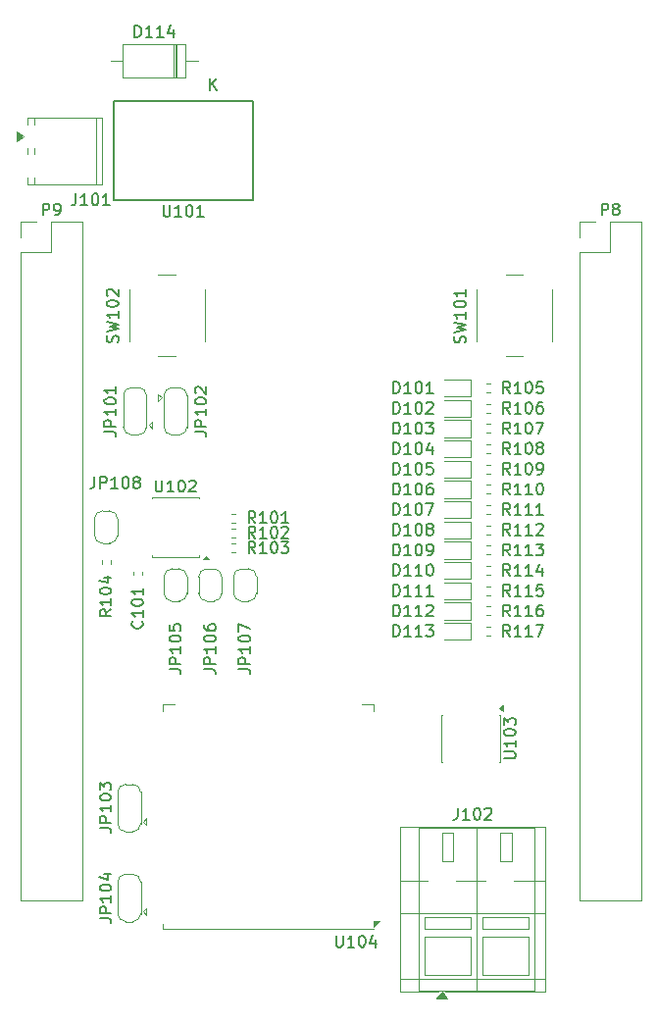
<source format=gbr>
G04 #@! TF.GenerationSoftware,KiCad,Pcbnew,9.0.1+1*
G04 #@! TF.CreationDate,2025-11-17T18:19:14+00:00*
G04 #@! TF.ProjectId,com4bbb,636f6d34-6262-4622-9e6b-696361645f70,rev?*
G04 #@! TF.SameCoordinates,Original*
G04 #@! TF.FileFunction,Legend,Top*
G04 #@! TF.FilePolarity,Positive*
%FSLAX46Y46*%
G04 Gerber Fmt 4.6, Leading zero omitted, Abs format (unit mm)*
G04 Created by KiCad (PCBNEW 9.0.1+1) date 2025-11-17 18:19:14*
%MOMM*%
%LPD*%
G01*
G04 APERTURE LIST*
%ADD10C,0.150000*%
%ADD11C,0.120000*%
%ADD12R,1.700000X1.700000*%
%ADD13C,1.700000*%
%ADD14O,1.500000X3.000000*%
%ADD15R,1.500000X1.000000*%
%ADD16C,2.000000*%
%ADD17R,1.500000X0.900000*%
%ADD18R,0.900000X1.500000*%
%ADD19C,0.600000*%
%ADD20R,3.800000X3.800000*%
%ADD21C,1.100000*%
%ADD22C,2.200000*%
G04 APERTURE END LIST*
D10*
X165162005Y-60457219D02*
X165162005Y-59457219D01*
X165162005Y-59457219D02*
X165542957Y-59457219D01*
X165542957Y-59457219D02*
X165638195Y-59504838D01*
X165638195Y-59504838D02*
X165685814Y-59552457D01*
X165685814Y-59552457D02*
X165733433Y-59647695D01*
X165733433Y-59647695D02*
X165733433Y-59790552D01*
X165733433Y-59790552D02*
X165685814Y-59885790D01*
X165685814Y-59885790D02*
X165638195Y-59933409D01*
X165638195Y-59933409D02*
X165542957Y-59981028D01*
X165542957Y-59981028D02*
X165162005Y-59981028D01*
X166304862Y-59885790D02*
X166209624Y-59838171D01*
X166209624Y-59838171D02*
X166162005Y-59790552D01*
X166162005Y-59790552D02*
X166114386Y-59695314D01*
X166114386Y-59695314D02*
X166114386Y-59647695D01*
X166114386Y-59647695D02*
X166162005Y-59552457D01*
X166162005Y-59552457D02*
X166209624Y-59504838D01*
X166209624Y-59504838D02*
X166304862Y-59457219D01*
X166304862Y-59457219D02*
X166495338Y-59457219D01*
X166495338Y-59457219D02*
X166590576Y-59504838D01*
X166590576Y-59504838D02*
X166638195Y-59552457D01*
X166638195Y-59552457D02*
X166685814Y-59647695D01*
X166685814Y-59647695D02*
X166685814Y-59695314D01*
X166685814Y-59695314D02*
X166638195Y-59790552D01*
X166638195Y-59790552D02*
X166590576Y-59838171D01*
X166590576Y-59838171D02*
X166495338Y-59885790D01*
X166495338Y-59885790D02*
X166304862Y-59885790D01*
X166304862Y-59885790D02*
X166209624Y-59933409D01*
X166209624Y-59933409D02*
X166162005Y-59981028D01*
X166162005Y-59981028D02*
X166114386Y-60076266D01*
X166114386Y-60076266D02*
X166114386Y-60266742D01*
X166114386Y-60266742D02*
X166162005Y-60361980D01*
X166162005Y-60361980D02*
X166209624Y-60409600D01*
X166209624Y-60409600D02*
X166304862Y-60457219D01*
X166304862Y-60457219D02*
X166495338Y-60457219D01*
X166495338Y-60457219D02*
X166590576Y-60409600D01*
X166590576Y-60409600D02*
X166638195Y-60361980D01*
X166638195Y-60361980D02*
X166685814Y-60266742D01*
X166685814Y-60266742D02*
X166685814Y-60076266D01*
X166685814Y-60076266D02*
X166638195Y-59981028D01*
X166638195Y-59981028D02*
X166590576Y-59933409D01*
X166590576Y-59933409D02*
X166495338Y-59885790D01*
X116902005Y-60457219D02*
X116902005Y-59457219D01*
X116902005Y-59457219D02*
X117282957Y-59457219D01*
X117282957Y-59457219D02*
X117378195Y-59504838D01*
X117378195Y-59504838D02*
X117425814Y-59552457D01*
X117425814Y-59552457D02*
X117473433Y-59647695D01*
X117473433Y-59647695D02*
X117473433Y-59790552D01*
X117473433Y-59790552D02*
X117425814Y-59885790D01*
X117425814Y-59885790D02*
X117378195Y-59933409D01*
X117378195Y-59933409D02*
X117282957Y-59981028D01*
X117282957Y-59981028D02*
X116902005Y-59981028D01*
X117949624Y-60457219D02*
X118140100Y-60457219D01*
X118140100Y-60457219D02*
X118235338Y-60409600D01*
X118235338Y-60409600D02*
X118282957Y-60361980D01*
X118282957Y-60361980D02*
X118378195Y-60219123D01*
X118378195Y-60219123D02*
X118425814Y-60028647D01*
X118425814Y-60028647D02*
X118425814Y-59647695D01*
X118425814Y-59647695D02*
X118378195Y-59552457D01*
X118378195Y-59552457D02*
X118330576Y-59504838D01*
X118330576Y-59504838D02*
X118235338Y-59457219D01*
X118235338Y-59457219D02*
X118044862Y-59457219D01*
X118044862Y-59457219D02*
X117949624Y-59504838D01*
X117949624Y-59504838D02*
X117902005Y-59552457D01*
X117902005Y-59552457D02*
X117854386Y-59647695D01*
X117854386Y-59647695D02*
X117854386Y-59885790D01*
X117854386Y-59885790D02*
X117902005Y-59981028D01*
X117902005Y-59981028D02*
X117949624Y-60028647D01*
X117949624Y-60028647D02*
X118044862Y-60076266D01*
X118044862Y-60076266D02*
X118235338Y-60076266D01*
X118235338Y-60076266D02*
X118330576Y-60028647D01*
X118330576Y-60028647D02*
X118378195Y-59981028D01*
X118378195Y-59981028D02*
X118425814Y-59885790D01*
X125479680Y-95501447D02*
X125527300Y-95549066D01*
X125527300Y-95549066D02*
X125574919Y-95691923D01*
X125574919Y-95691923D02*
X125574919Y-95787161D01*
X125574919Y-95787161D02*
X125527300Y-95930018D01*
X125527300Y-95930018D02*
X125432061Y-96025256D01*
X125432061Y-96025256D02*
X125336823Y-96072875D01*
X125336823Y-96072875D02*
X125146347Y-96120494D01*
X125146347Y-96120494D02*
X125003490Y-96120494D01*
X125003490Y-96120494D02*
X124813014Y-96072875D01*
X124813014Y-96072875D02*
X124717776Y-96025256D01*
X124717776Y-96025256D02*
X124622538Y-95930018D01*
X124622538Y-95930018D02*
X124574919Y-95787161D01*
X124574919Y-95787161D02*
X124574919Y-95691923D01*
X124574919Y-95691923D02*
X124622538Y-95549066D01*
X124622538Y-95549066D02*
X124670157Y-95501447D01*
X125574919Y-94549066D02*
X125574919Y-95120494D01*
X125574919Y-94834780D02*
X124574919Y-94834780D01*
X124574919Y-94834780D02*
X124717776Y-94930018D01*
X124717776Y-94930018D02*
X124813014Y-95025256D01*
X124813014Y-95025256D02*
X124860633Y-95120494D01*
X124574919Y-93930018D02*
X124574919Y-93834780D01*
X124574919Y-93834780D02*
X124622538Y-93739542D01*
X124622538Y-93739542D02*
X124670157Y-93691923D01*
X124670157Y-93691923D02*
X124765395Y-93644304D01*
X124765395Y-93644304D02*
X124955871Y-93596685D01*
X124955871Y-93596685D02*
X125193966Y-93596685D01*
X125193966Y-93596685D02*
X125384442Y-93644304D01*
X125384442Y-93644304D02*
X125479680Y-93691923D01*
X125479680Y-93691923D02*
X125527300Y-93739542D01*
X125527300Y-93739542D02*
X125574919Y-93834780D01*
X125574919Y-93834780D02*
X125574919Y-93930018D01*
X125574919Y-93930018D02*
X125527300Y-94025256D01*
X125527300Y-94025256D02*
X125479680Y-94072875D01*
X125479680Y-94072875D02*
X125384442Y-94120494D01*
X125384442Y-94120494D02*
X125193966Y-94168113D01*
X125193966Y-94168113D02*
X124955871Y-94168113D01*
X124955871Y-94168113D02*
X124765395Y-94120494D01*
X124765395Y-94120494D02*
X124670157Y-94072875D01*
X124670157Y-94072875D02*
X124622538Y-94025256D01*
X124622538Y-94025256D02*
X124574919Y-93930018D01*
X125574919Y-92644304D02*
X125574919Y-93215732D01*
X125574919Y-92930018D02*
X124574919Y-92930018D01*
X124574919Y-92930018D02*
X124717776Y-93025256D01*
X124717776Y-93025256D02*
X124813014Y-93120494D01*
X124813014Y-93120494D02*
X124860633Y-93215732D01*
X152734385Y-111637219D02*
X152734385Y-112351504D01*
X152734385Y-112351504D02*
X152686766Y-112494361D01*
X152686766Y-112494361D02*
X152591528Y-112589600D01*
X152591528Y-112589600D02*
X152448671Y-112637219D01*
X152448671Y-112637219D02*
X152353433Y-112637219D01*
X153734385Y-112637219D02*
X153162957Y-112637219D01*
X153448671Y-112637219D02*
X153448671Y-111637219D01*
X153448671Y-111637219D02*
X153353433Y-111780076D01*
X153353433Y-111780076D02*
X153258195Y-111875314D01*
X153258195Y-111875314D02*
X153162957Y-111922933D01*
X154353433Y-111637219D02*
X154448671Y-111637219D01*
X154448671Y-111637219D02*
X154543909Y-111684838D01*
X154543909Y-111684838D02*
X154591528Y-111732457D01*
X154591528Y-111732457D02*
X154639147Y-111827695D01*
X154639147Y-111827695D02*
X154686766Y-112018171D01*
X154686766Y-112018171D02*
X154686766Y-112256266D01*
X154686766Y-112256266D02*
X154639147Y-112446742D01*
X154639147Y-112446742D02*
X154591528Y-112541980D01*
X154591528Y-112541980D02*
X154543909Y-112589600D01*
X154543909Y-112589600D02*
X154448671Y-112637219D01*
X154448671Y-112637219D02*
X154353433Y-112637219D01*
X154353433Y-112637219D02*
X154258195Y-112589600D01*
X154258195Y-112589600D02*
X154210576Y-112541980D01*
X154210576Y-112541980D02*
X154162957Y-112446742D01*
X154162957Y-112446742D02*
X154115338Y-112256266D01*
X154115338Y-112256266D02*
X154115338Y-112018171D01*
X154115338Y-112018171D02*
X154162957Y-111827695D01*
X154162957Y-111827695D02*
X154210576Y-111732457D01*
X154210576Y-111732457D02*
X154258195Y-111684838D01*
X154258195Y-111684838D02*
X154353433Y-111637219D01*
X155067719Y-111732457D02*
X155115338Y-111684838D01*
X155115338Y-111684838D02*
X155210576Y-111637219D01*
X155210576Y-111637219D02*
X155448671Y-111637219D01*
X155448671Y-111637219D02*
X155543909Y-111684838D01*
X155543909Y-111684838D02*
X155591528Y-111732457D01*
X155591528Y-111732457D02*
X155639147Y-111827695D01*
X155639147Y-111827695D02*
X155639147Y-111922933D01*
X155639147Y-111922933D02*
X155591528Y-112065790D01*
X155591528Y-112065790D02*
X155020100Y-112637219D01*
X155020100Y-112637219D02*
X155639147Y-112637219D01*
X122224919Y-79168114D02*
X122939204Y-79168114D01*
X122939204Y-79168114D02*
X123082061Y-79215733D01*
X123082061Y-79215733D02*
X123177300Y-79310971D01*
X123177300Y-79310971D02*
X123224919Y-79453828D01*
X123224919Y-79453828D02*
X123224919Y-79549066D01*
X123224919Y-78691923D02*
X122224919Y-78691923D01*
X122224919Y-78691923D02*
X122224919Y-78310971D01*
X122224919Y-78310971D02*
X122272538Y-78215733D01*
X122272538Y-78215733D02*
X122320157Y-78168114D01*
X122320157Y-78168114D02*
X122415395Y-78120495D01*
X122415395Y-78120495D02*
X122558252Y-78120495D01*
X122558252Y-78120495D02*
X122653490Y-78168114D01*
X122653490Y-78168114D02*
X122701109Y-78215733D01*
X122701109Y-78215733D02*
X122748728Y-78310971D01*
X122748728Y-78310971D02*
X122748728Y-78691923D01*
X123224919Y-77168114D02*
X123224919Y-77739542D01*
X123224919Y-77453828D02*
X122224919Y-77453828D01*
X122224919Y-77453828D02*
X122367776Y-77549066D01*
X122367776Y-77549066D02*
X122463014Y-77644304D01*
X122463014Y-77644304D02*
X122510633Y-77739542D01*
X122224919Y-76549066D02*
X122224919Y-76453828D01*
X122224919Y-76453828D02*
X122272538Y-76358590D01*
X122272538Y-76358590D02*
X122320157Y-76310971D01*
X122320157Y-76310971D02*
X122415395Y-76263352D01*
X122415395Y-76263352D02*
X122605871Y-76215733D01*
X122605871Y-76215733D02*
X122843966Y-76215733D01*
X122843966Y-76215733D02*
X123034442Y-76263352D01*
X123034442Y-76263352D02*
X123129680Y-76310971D01*
X123129680Y-76310971D02*
X123177300Y-76358590D01*
X123177300Y-76358590D02*
X123224919Y-76453828D01*
X123224919Y-76453828D02*
X123224919Y-76549066D01*
X123224919Y-76549066D02*
X123177300Y-76644304D01*
X123177300Y-76644304D02*
X123129680Y-76691923D01*
X123129680Y-76691923D02*
X123034442Y-76739542D01*
X123034442Y-76739542D02*
X122843966Y-76787161D01*
X122843966Y-76787161D02*
X122605871Y-76787161D01*
X122605871Y-76787161D02*
X122415395Y-76739542D01*
X122415395Y-76739542D02*
X122320157Y-76691923D01*
X122320157Y-76691923D02*
X122272538Y-76644304D01*
X122272538Y-76644304D02*
X122224919Y-76549066D01*
X123224919Y-75263352D02*
X123224919Y-75834780D01*
X123224919Y-75549066D02*
X122224919Y-75549066D01*
X122224919Y-75549066D02*
X122367776Y-75644304D01*
X122367776Y-75644304D02*
X122463014Y-75739542D01*
X122463014Y-75739542D02*
X122510633Y-75834780D01*
X130024919Y-79168114D02*
X130739204Y-79168114D01*
X130739204Y-79168114D02*
X130882061Y-79215733D01*
X130882061Y-79215733D02*
X130977300Y-79310971D01*
X130977300Y-79310971D02*
X131024919Y-79453828D01*
X131024919Y-79453828D02*
X131024919Y-79549066D01*
X131024919Y-78691923D02*
X130024919Y-78691923D01*
X130024919Y-78691923D02*
X130024919Y-78310971D01*
X130024919Y-78310971D02*
X130072538Y-78215733D01*
X130072538Y-78215733D02*
X130120157Y-78168114D01*
X130120157Y-78168114D02*
X130215395Y-78120495D01*
X130215395Y-78120495D02*
X130358252Y-78120495D01*
X130358252Y-78120495D02*
X130453490Y-78168114D01*
X130453490Y-78168114D02*
X130501109Y-78215733D01*
X130501109Y-78215733D02*
X130548728Y-78310971D01*
X130548728Y-78310971D02*
X130548728Y-78691923D01*
X131024919Y-77168114D02*
X131024919Y-77739542D01*
X131024919Y-77453828D02*
X130024919Y-77453828D01*
X130024919Y-77453828D02*
X130167776Y-77549066D01*
X130167776Y-77549066D02*
X130263014Y-77644304D01*
X130263014Y-77644304D02*
X130310633Y-77739542D01*
X130024919Y-76549066D02*
X130024919Y-76453828D01*
X130024919Y-76453828D02*
X130072538Y-76358590D01*
X130072538Y-76358590D02*
X130120157Y-76310971D01*
X130120157Y-76310971D02*
X130215395Y-76263352D01*
X130215395Y-76263352D02*
X130405871Y-76215733D01*
X130405871Y-76215733D02*
X130643966Y-76215733D01*
X130643966Y-76215733D02*
X130834442Y-76263352D01*
X130834442Y-76263352D02*
X130929680Y-76310971D01*
X130929680Y-76310971D02*
X130977300Y-76358590D01*
X130977300Y-76358590D02*
X131024919Y-76453828D01*
X131024919Y-76453828D02*
X131024919Y-76549066D01*
X131024919Y-76549066D02*
X130977300Y-76644304D01*
X130977300Y-76644304D02*
X130929680Y-76691923D01*
X130929680Y-76691923D02*
X130834442Y-76739542D01*
X130834442Y-76739542D02*
X130643966Y-76787161D01*
X130643966Y-76787161D02*
X130405871Y-76787161D01*
X130405871Y-76787161D02*
X130215395Y-76739542D01*
X130215395Y-76739542D02*
X130120157Y-76691923D01*
X130120157Y-76691923D02*
X130072538Y-76644304D01*
X130072538Y-76644304D02*
X130024919Y-76549066D01*
X130120157Y-75834780D02*
X130072538Y-75787161D01*
X130072538Y-75787161D02*
X130024919Y-75691923D01*
X130024919Y-75691923D02*
X130024919Y-75453828D01*
X130024919Y-75453828D02*
X130072538Y-75358590D01*
X130072538Y-75358590D02*
X130120157Y-75310971D01*
X130120157Y-75310971D02*
X130215395Y-75263352D01*
X130215395Y-75263352D02*
X130310633Y-75263352D01*
X130310633Y-75263352D02*
X130453490Y-75310971D01*
X130453490Y-75310971D02*
X131024919Y-75882399D01*
X131024919Y-75882399D02*
X131024919Y-75263352D01*
X121824919Y-113368114D02*
X122539204Y-113368114D01*
X122539204Y-113368114D02*
X122682061Y-113415733D01*
X122682061Y-113415733D02*
X122777300Y-113510971D01*
X122777300Y-113510971D02*
X122824919Y-113653828D01*
X122824919Y-113653828D02*
X122824919Y-113749066D01*
X122824919Y-112891923D02*
X121824919Y-112891923D01*
X121824919Y-112891923D02*
X121824919Y-112510971D01*
X121824919Y-112510971D02*
X121872538Y-112415733D01*
X121872538Y-112415733D02*
X121920157Y-112368114D01*
X121920157Y-112368114D02*
X122015395Y-112320495D01*
X122015395Y-112320495D02*
X122158252Y-112320495D01*
X122158252Y-112320495D02*
X122253490Y-112368114D01*
X122253490Y-112368114D02*
X122301109Y-112415733D01*
X122301109Y-112415733D02*
X122348728Y-112510971D01*
X122348728Y-112510971D02*
X122348728Y-112891923D01*
X122824919Y-111368114D02*
X122824919Y-111939542D01*
X122824919Y-111653828D02*
X121824919Y-111653828D01*
X121824919Y-111653828D02*
X121967776Y-111749066D01*
X121967776Y-111749066D02*
X122063014Y-111844304D01*
X122063014Y-111844304D02*
X122110633Y-111939542D01*
X121824919Y-110749066D02*
X121824919Y-110653828D01*
X121824919Y-110653828D02*
X121872538Y-110558590D01*
X121872538Y-110558590D02*
X121920157Y-110510971D01*
X121920157Y-110510971D02*
X122015395Y-110463352D01*
X122015395Y-110463352D02*
X122205871Y-110415733D01*
X122205871Y-110415733D02*
X122443966Y-110415733D01*
X122443966Y-110415733D02*
X122634442Y-110463352D01*
X122634442Y-110463352D02*
X122729680Y-110510971D01*
X122729680Y-110510971D02*
X122777300Y-110558590D01*
X122777300Y-110558590D02*
X122824919Y-110653828D01*
X122824919Y-110653828D02*
X122824919Y-110749066D01*
X122824919Y-110749066D02*
X122777300Y-110844304D01*
X122777300Y-110844304D02*
X122729680Y-110891923D01*
X122729680Y-110891923D02*
X122634442Y-110939542D01*
X122634442Y-110939542D02*
X122443966Y-110987161D01*
X122443966Y-110987161D02*
X122205871Y-110987161D01*
X122205871Y-110987161D02*
X122015395Y-110939542D01*
X122015395Y-110939542D02*
X121920157Y-110891923D01*
X121920157Y-110891923D02*
X121872538Y-110844304D01*
X121872538Y-110844304D02*
X121824919Y-110749066D01*
X121824919Y-110082399D02*
X121824919Y-109463352D01*
X121824919Y-109463352D02*
X122205871Y-109796685D01*
X122205871Y-109796685D02*
X122205871Y-109653828D01*
X122205871Y-109653828D02*
X122253490Y-109558590D01*
X122253490Y-109558590D02*
X122301109Y-109510971D01*
X122301109Y-109510971D02*
X122396347Y-109463352D01*
X122396347Y-109463352D02*
X122634442Y-109463352D01*
X122634442Y-109463352D02*
X122729680Y-109510971D01*
X122729680Y-109510971D02*
X122777300Y-109558590D01*
X122777300Y-109558590D02*
X122824919Y-109653828D01*
X122824919Y-109653828D02*
X122824919Y-109939542D01*
X122824919Y-109939542D02*
X122777300Y-110034780D01*
X122777300Y-110034780D02*
X122729680Y-110082399D01*
X121824919Y-121168114D02*
X122539204Y-121168114D01*
X122539204Y-121168114D02*
X122682061Y-121215733D01*
X122682061Y-121215733D02*
X122777300Y-121310971D01*
X122777300Y-121310971D02*
X122824919Y-121453828D01*
X122824919Y-121453828D02*
X122824919Y-121549066D01*
X122824919Y-120691923D02*
X121824919Y-120691923D01*
X121824919Y-120691923D02*
X121824919Y-120310971D01*
X121824919Y-120310971D02*
X121872538Y-120215733D01*
X121872538Y-120215733D02*
X121920157Y-120168114D01*
X121920157Y-120168114D02*
X122015395Y-120120495D01*
X122015395Y-120120495D02*
X122158252Y-120120495D01*
X122158252Y-120120495D02*
X122253490Y-120168114D01*
X122253490Y-120168114D02*
X122301109Y-120215733D01*
X122301109Y-120215733D02*
X122348728Y-120310971D01*
X122348728Y-120310971D02*
X122348728Y-120691923D01*
X122824919Y-119168114D02*
X122824919Y-119739542D01*
X122824919Y-119453828D02*
X121824919Y-119453828D01*
X121824919Y-119453828D02*
X121967776Y-119549066D01*
X121967776Y-119549066D02*
X122063014Y-119644304D01*
X122063014Y-119644304D02*
X122110633Y-119739542D01*
X121824919Y-118549066D02*
X121824919Y-118453828D01*
X121824919Y-118453828D02*
X121872538Y-118358590D01*
X121872538Y-118358590D02*
X121920157Y-118310971D01*
X121920157Y-118310971D02*
X122015395Y-118263352D01*
X122015395Y-118263352D02*
X122205871Y-118215733D01*
X122205871Y-118215733D02*
X122443966Y-118215733D01*
X122443966Y-118215733D02*
X122634442Y-118263352D01*
X122634442Y-118263352D02*
X122729680Y-118310971D01*
X122729680Y-118310971D02*
X122777300Y-118358590D01*
X122777300Y-118358590D02*
X122824919Y-118453828D01*
X122824919Y-118453828D02*
X122824919Y-118549066D01*
X122824919Y-118549066D02*
X122777300Y-118644304D01*
X122777300Y-118644304D02*
X122729680Y-118691923D01*
X122729680Y-118691923D02*
X122634442Y-118739542D01*
X122634442Y-118739542D02*
X122443966Y-118787161D01*
X122443966Y-118787161D02*
X122205871Y-118787161D01*
X122205871Y-118787161D02*
X122015395Y-118739542D01*
X122015395Y-118739542D02*
X121920157Y-118691923D01*
X121920157Y-118691923D02*
X121872538Y-118644304D01*
X121872538Y-118644304D02*
X121824919Y-118549066D01*
X122158252Y-117358590D02*
X122824919Y-117358590D01*
X121777300Y-117596685D02*
X122491585Y-117834780D01*
X122491585Y-117834780D02*
X122491585Y-117215733D01*
X127824919Y-99668114D02*
X128539204Y-99668114D01*
X128539204Y-99668114D02*
X128682061Y-99715733D01*
X128682061Y-99715733D02*
X128777300Y-99810971D01*
X128777300Y-99810971D02*
X128824919Y-99953828D01*
X128824919Y-99953828D02*
X128824919Y-100049066D01*
X128824919Y-99191923D02*
X127824919Y-99191923D01*
X127824919Y-99191923D02*
X127824919Y-98810971D01*
X127824919Y-98810971D02*
X127872538Y-98715733D01*
X127872538Y-98715733D02*
X127920157Y-98668114D01*
X127920157Y-98668114D02*
X128015395Y-98620495D01*
X128015395Y-98620495D02*
X128158252Y-98620495D01*
X128158252Y-98620495D02*
X128253490Y-98668114D01*
X128253490Y-98668114D02*
X128301109Y-98715733D01*
X128301109Y-98715733D02*
X128348728Y-98810971D01*
X128348728Y-98810971D02*
X128348728Y-99191923D01*
X128824919Y-97668114D02*
X128824919Y-98239542D01*
X128824919Y-97953828D02*
X127824919Y-97953828D01*
X127824919Y-97953828D02*
X127967776Y-98049066D01*
X127967776Y-98049066D02*
X128063014Y-98144304D01*
X128063014Y-98144304D02*
X128110633Y-98239542D01*
X127824919Y-97049066D02*
X127824919Y-96953828D01*
X127824919Y-96953828D02*
X127872538Y-96858590D01*
X127872538Y-96858590D02*
X127920157Y-96810971D01*
X127920157Y-96810971D02*
X128015395Y-96763352D01*
X128015395Y-96763352D02*
X128205871Y-96715733D01*
X128205871Y-96715733D02*
X128443966Y-96715733D01*
X128443966Y-96715733D02*
X128634442Y-96763352D01*
X128634442Y-96763352D02*
X128729680Y-96810971D01*
X128729680Y-96810971D02*
X128777300Y-96858590D01*
X128777300Y-96858590D02*
X128824919Y-96953828D01*
X128824919Y-96953828D02*
X128824919Y-97049066D01*
X128824919Y-97049066D02*
X128777300Y-97144304D01*
X128777300Y-97144304D02*
X128729680Y-97191923D01*
X128729680Y-97191923D02*
X128634442Y-97239542D01*
X128634442Y-97239542D02*
X128443966Y-97287161D01*
X128443966Y-97287161D02*
X128205871Y-97287161D01*
X128205871Y-97287161D02*
X128015395Y-97239542D01*
X128015395Y-97239542D02*
X127920157Y-97191923D01*
X127920157Y-97191923D02*
X127872538Y-97144304D01*
X127872538Y-97144304D02*
X127824919Y-97049066D01*
X127824919Y-95810971D02*
X127824919Y-96287161D01*
X127824919Y-96287161D02*
X128301109Y-96334780D01*
X128301109Y-96334780D02*
X128253490Y-96287161D01*
X128253490Y-96287161D02*
X128205871Y-96191923D01*
X128205871Y-96191923D02*
X128205871Y-95953828D01*
X128205871Y-95953828D02*
X128253490Y-95858590D01*
X128253490Y-95858590D02*
X128301109Y-95810971D01*
X128301109Y-95810971D02*
X128396347Y-95763352D01*
X128396347Y-95763352D02*
X128634442Y-95763352D01*
X128634442Y-95763352D02*
X128729680Y-95810971D01*
X128729680Y-95810971D02*
X128777300Y-95858590D01*
X128777300Y-95858590D02*
X128824919Y-95953828D01*
X128824919Y-95953828D02*
X128824919Y-96191923D01*
X128824919Y-96191923D02*
X128777300Y-96287161D01*
X128777300Y-96287161D02*
X128729680Y-96334780D01*
X133824919Y-99668114D02*
X134539204Y-99668114D01*
X134539204Y-99668114D02*
X134682061Y-99715733D01*
X134682061Y-99715733D02*
X134777300Y-99810971D01*
X134777300Y-99810971D02*
X134824919Y-99953828D01*
X134824919Y-99953828D02*
X134824919Y-100049066D01*
X134824919Y-99191923D02*
X133824919Y-99191923D01*
X133824919Y-99191923D02*
X133824919Y-98810971D01*
X133824919Y-98810971D02*
X133872538Y-98715733D01*
X133872538Y-98715733D02*
X133920157Y-98668114D01*
X133920157Y-98668114D02*
X134015395Y-98620495D01*
X134015395Y-98620495D02*
X134158252Y-98620495D01*
X134158252Y-98620495D02*
X134253490Y-98668114D01*
X134253490Y-98668114D02*
X134301109Y-98715733D01*
X134301109Y-98715733D02*
X134348728Y-98810971D01*
X134348728Y-98810971D02*
X134348728Y-99191923D01*
X134824919Y-97668114D02*
X134824919Y-98239542D01*
X134824919Y-97953828D02*
X133824919Y-97953828D01*
X133824919Y-97953828D02*
X133967776Y-98049066D01*
X133967776Y-98049066D02*
X134063014Y-98144304D01*
X134063014Y-98144304D02*
X134110633Y-98239542D01*
X133824919Y-97049066D02*
X133824919Y-96953828D01*
X133824919Y-96953828D02*
X133872538Y-96858590D01*
X133872538Y-96858590D02*
X133920157Y-96810971D01*
X133920157Y-96810971D02*
X134015395Y-96763352D01*
X134015395Y-96763352D02*
X134205871Y-96715733D01*
X134205871Y-96715733D02*
X134443966Y-96715733D01*
X134443966Y-96715733D02*
X134634442Y-96763352D01*
X134634442Y-96763352D02*
X134729680Y-96810971D01*
X134729680Y-96810971D02*
X134777300Y-96858590D01*
X134777300Y-96858590D02*
X134824919Y-96953828D01*
X134824919Y-96953828D02*
X134824919Y-97049066D01*
X134824919Y-97049066D02*
X134777300Y-97144304D01*
X134777300Y-97144304D02*
X134729680Y-97191923D01*
X134729680Y-97191923D02*
X134634442Y-97239542D01*
X134634442Y-97239542D02*
X134443966Y-97287161D01*
X134443966Y-97287161D02*
X134205871Y-97287161D01*
X134205871Y-97287161D02*
X134015395Y-97239542D01*
X134015395Y-97239542D02*
X133920157Y-97191923D01*
X133920157Y-97191923D02*
X133872538Y-97144304D01*
X133872538Y-97144304D02*
X133824919Y-97049066D01*
X133824919Y-96382399D02*
X133824919Y-95715733D01*
X133824919Y-95715733D02*
X134824919Y-96144304D01*
X121384385Y-83037219D02*
X121384385Y-83751504D01*
X121384385Y-83751504D02*
X121336766Y-83894361D01*
X121336766Y-83894361D02*
X121241528Y-83989600D01*
X121241528Y-83989600D02*
X121098671Y-84037219D01*
X121098671Y-84037219D02*
X121003433Y-84037219D01*
X121860576Y-84037219D02*
X121860576Y-83037219D01*
X121860576Y-83037219D02*
X122241528Y-83037219D01*
X122241528Y-83037219D02*
X122336766Y-83084838D01*
X122336766Y-83084838D02*
X122384385Y-83132457D01*
X122384385Y-83132457D02*
X122432004Y-83227695D01*
X122432004Y-83227695D02*
X122432004Y-83370552D01*
X122432004Y-83370552D02*
X122384385Y-83465790D01*
X122384385Y-83465790D02*
X122336766Y-83513409D01*
X122336766Y-83513409D02*
X122241528Y-83561028D01*
X122241528Y-83561028D02*
X121860576Y-83561028D01*
X123384385Y-84037219D02*
X122812957Y-84037219D01*
X123098671Y-84037219D02*
X123098671Y-83037219D01*
X123098671Y-83037219D02*
X123003433Y-83180076D01*
X123003433Y-83180076D02*
X122908195Y-83275314D01*
X122908195Y-83275314D02*
X122812957Y-83322933D01*
X124003433Y-83037219D02*
X124098671Y-83037219D01*
X124098671Y-83037219D02*
X124193909Y-83084838D01*
X124193909Y-83084838D02*
X124241528Y-83132457D01*
X124241528Y-83132457D02*
X124289147Y-83227695D01*
X124289147Y-83227695D02*
X124336766Y-83418171D01*
X124336766Y-83418171D02*
X124336766Y-83656266D01*
X124336766Y-83656266D02*
X124289147Y-83846742D01*
X124289147Y-83846742D02*
X124241528Y-83941980D01*
X124241528Y-83941980D02*
X124193909Y-83989600D01*
X124193909Y-83989600D02*
X124098671Y-84037219D01*
X124098671Y-84037219D02*
X124003433Y-84037219D01*
X124003433Y-84037219D02*
X123908195Y-83989600D01*
X123908195Y-83989600D02*
X123860576Y-83941980D01*
X123860576Y-83941980D02*
X123812957Y-83846742D01*
X123812957Y-83846742D02*
X123765338Y-83656266D01*
X123765338Y-83656266D02*
X123765338Y-83418171D01*
X123765338Y-83418171D02*
X123812957Y-83227695D01*
X123812957Y-83227695D02*
X123860576Y-83132457D01*
X123860576Y-83132457D02*
X123908195Y-83084838D01*
X123908195Y-83084838D02*
X124003433Y-83037219D01*
X124908195Y-83465790D02*
X124812957Y-83418171D01*
X124812957Y-83418171D02*
X124765338Y-83370552D01*
X124765338Y-83370552D02*
X124717719Y-83275314D01*
X124717719Y-83275314D02*
X124717719Y-83227695D01*
X124717719Y-83227695D02*
X124765338Y-83132457D01*
X124765338Y-83132457D02*
X124812957Y-83084838D01*
X124812957Y-83084838D02*
X124908195Y-83037219D01*
X124908195Y-83037219D02*
X125098671Y-83037219D01*
X125098671Y-83037219D02*
X125193909Y-83084838D01*
X125193909Y-83084838D02*
X125241528Y-83132457D01*
X125241528Y-83132457D02*
X125289147Y-83227695D01*
X125289147Y-83227695D02*
X125289147Y-83275314D01*
X125289147Y-83275314D02*
X125241528Y-83370552D01*
X125241528Y-83370552D02*
X125193909Y-83418171D01*
X125193909Y-83418171D02*
X125098671Y-83465790D01*
X125098671Y-83465790D02*
X124908195Y-83465790D01*
X124908195Y-83465790D02*
X124812957Y-83513409D01*
X124812957Y-83513409D02*
X124765338Y-83561028D01*
X124765338Y-83561028D02*
X124717719Y-83656266D01*
X124717719Y-83656266D02*
X124717719Y-83846742D01*
X124717719Y-83846742D02*
X124765338Y-83941980D01*
X124765338Y-83941980D02*
X124812957Y-83989600D01*
X124812957Y-83989600D02*
X124908195Y-84037219D01*
X124908195Y-84037219D02*
X125098671Y-84037219D01*
X125098671Y-84037219D02*
X125193909Y-83989600D01*
X125193909Y-83989600D02*
X125241528Y-83941980D01*
X125241528Y-83941980D02*
X125289147Y-83846742D01*
X125289147Y-83846742D02*
X125289147Y-83656266D01*
X125289147Y-83656266D02*
X125241528Y-83561028D01*
X125241528Y-83561028D02*
X125193909Y-83513409D01*
X125193909Y-83513409D02*
X125098671Y-83465790D01*
X135251052Y-87037219D02*
X134917719Y-86561028D01*
X134679624Y-87037219D02*
X134679624Y-86037219D01*
X134679624Y-86037219D02*
X135060576Y-86037219D01*
X135060576Y-86037219D02*
X135155814Y-86084838D01*
X135155814Y-86084838D02*
X135203433Y-86132457D01*
X135203433Y-86132457D02*
X135251052Y-86227695D01*
X135251052Y-86227695D02*
X135251052Y-86370552D01*
X135251052Y-86370552D02*
X135203433Y-86465790D01*
X135203433Y-86465790D02*
X135155814Y-86513409D01*
X135155814Y-86513409D02*
X135060576Y-86561028D01*
X135060576Y-86561028D02*
X134679624Y-86561028D01*
X136203433Y-87037219D02*
X135632005Y-87037219D01*
X135917719Y-87037219D02*
X135917719Y-86037219D01*
X135917719Y-86037219D02*
X135822481Y-86180076D01*
X135822481Y-86180076D02*
X135727243Y-86275314D01*
X135727243Y-86275314D02*
X135632005Y-86322933D01*
X136822481Y-86037219D02*
X136917719Y-86037219D01*
X136917719Y-86037219D02*
X137012957Y-86084838D01*
X137012957Y-86084838D02*
X137060576Y-86132457D01*
X137060576Y-86132457D02*
X137108195Y-86227695D01*
X137108195Y-86227695D02*
X137155814Y-86418171D01*
X137155814Y-86418171D02*
X137155814Y-86656266D01*
X137155814Y-86656266D02*
X137108195Y-86846742D01*
X137108195Y-86846742D02*
X137060576Y-86941980D01*
X137060576Y-86941980D02*
X137012957Y-86989600D01*
X137012957Y-86989600D02*
X136917719Y-87037219D01*
X136917719Y-87037219D02*
X136822481Y-87037219D01*
X136822481Y-87037219D02*
X136727243Y-86989600D01*
X136727243Y-86989600D02*
X136679624Y-86941980D01*
X136679624Y-86941980D02*
X136632005Y-86846742D01*
X136632005Y-86846742D02*
X136584386Y-86656266D01*
X136584386Y-86656266D02*
X136584386Y-86418171D01*
X136584386Y-86418171D02*
X136632005Y-86227695D01*
X136632005Y-86227695D02*
X136679624Y-86132457D01*
X136679624Y-86132457D02*
X136727243Y-86084838D01*
X136727243Y-86084838D02*
X136822481Y-86037219D01*
X138108195Y-87037219D02*
X137536767Y-87037219D01*
X137822481Y-87037219D02*
X137822481Y-86037219D01*
X137822481Y-86037219D02*
X137727243Y-86180076D01*
X137727243Y-86180076D02*
X137632005Y-86275314D01*
X137632005Y-86275314D02*
X137536767Y-86322933D01*
X135251052Y-88337219D02*
X134917719Y-87861028D01*
X134679624Y-88337219D02*
X134679624Y-87337219D01*
X134679624Y-87337219D02*
X135060576Y-87337219D01*
X135060576Y-87337219D02*
X135155814Y-87384838D01*
X135155814Y-87384838D02*
X135203433Y-87432457D01*
X135203433Y-87432457D02*
X135251052Y-87527695D01*
X135251052Y-87527695D02*
X135251052Y-87670552D01*
X135251052Y-87670552D02*
X135203433Y-87765790D01*
X135203433Y-87765790D02*
X135155814Y-87813409D01*
X135155814Y-87813409D02*
X135060576Y-87861028D01*
X135060576Y-87861028D02*
X134679624Y-87861028D01*
X136203433Y-88337219D02*
X135632005Y-88337219D01*
X135917719Y-88337219D02*
X135917719Y-87337219D01*
X135917719Y-87337219D02*
X135822481Y-87480076D01*
X135822481Y-87480076D02*
X135727243Y-87575314D01*
X135727243Y-87575314D02*
X135632005Y-87622933D01*
X136822481Y-87337219D02*
X136917719Y-87337219D01*
X136917719Y-87337219D02*
X137012957Y-87384838D01*
X137012957Y-87384838D02*
X137060576Y-87432457D01*
X137060576Y-87432457D02*
X137108195Y-87527695D01*
X137108195Y-87527695D02*
X137155814Y-87718171D01*
X137155814Y-87718171D02*
X137155814Y-87956266D01*
X137155814Y-87956266D02*
X137108195Y-88146742D01*
X137108195Y-88146742D02*
X137060576Y-88241980D01*
X137060576Y-88241980D02*
X137012957Y-88289600D01*
X137012957Y-88289600D02*
X136917719Y-88337219D01*
X136917719Y-88337219D02*
X136822481Y-88337219D01*
X136822481Y-88337219D02*
X136727243Y-88289600D01*
X136727243Y-88289600D02*
X136679624Y-88241980D01*
X136679624Y-88241980D02*
X136632005Y-88146742D01*
X136632005Y-88146742D02*
X136584386Y-87956266D01*
X136584386Y-87956266D02*
X136584386Y-87718171D01*
X136584386Y-87718171D02*
X136632005Y-87527695D01*
X136632005Y-87527695D02*
X136679624Y-87432457D01*
X136679624Y-87432457D02*
X136727243Y-87384838D01*
X136727243Y-87384838D02*
X136822481Y-87337219D01*
X137536767Y-87432457D02*
X137584386Y-87384838D01*
X137584386Y-87384838D02*
X137679624Y-87337219D01*
X137679624Y-87337219D02*
X137917719Y-87337219D01*
X137917719Y-87337219D02*
X138012957Y-87384838D01*
X138012957Y-87384838D02*
X138060576Y-87432457D01*
X138060576Y-87432457D02*
X138108195Y-87527695D01*
X138108195Y-87527695D02*
X138108195Y-87622933D01*
X138108195Y-87622933D02*
X138060576Y-87765790D01*
X138060576Y-87765790D02*
X137489148Y-88337219D01*
X137489148Y-88337219D02*
X138108195Y-88337219D01*
X122824919Y-94501447D02*
X122348728Y-94834780D01*
X122824919Y-95072875D02*
X121824919Y-95072875D01*
X121824919Y-95072875D02*
X121824919Y-94691923D01*
X121824919Y-94691923D02*
X121872538Y-94596685D01*
X121872538Y-94596685D02*
X121920157Y-94549066D01*
X121920157Y-94549066D02*
X122015395Y-94501447D01*
X122015395Y-94501447D02*
X122158252Y-94501447D01*
X122158252Y-94501447D02*
X122253490Y-94549066D01*
X122253490Y-94549066D02*
X122301109Y-94596685D01*
X122301109Y-94596685D02*
X122348728Y-94691923D01*
X122348728Y-94691923D02*
X122348728Y-95072875D01*
X122824919Y-93549066D02*
X122824919Y-94120494D01*
X122824919Y-93834780D02*
X121824919Y-93834780D01*
X121824919Y-93834780D02*
X121967776Y-93930018D01*
X121967776Y-93930018D02*
X122063014Y-94025256D01*
X122063014Y-94025256D02*
X122110633Y-94120494D01*
X121824919Y-92930018D02*
X121824919Y-92834780D01*
X121824919Y-92834780D02*
X121872538Y-92739542D01*
X121872538Y-92739542D02*
X121920157Y-92691923D01*
X121920157Y-92691923D02*
X122015395Y-92644304D01*
X122015395Y-92644304D02*
X122205871Y-92596685D01*
X122205871Y-92596685D02*
X122443966Y-92596685D01*
X122443966Y-92596685D02*
X122634442Y-92644304D01*
X122634442Y-92644304D02*
X122729680Y-92691923D01*
X122729680Y-92691923D02*
X122777300Y-92739542D01*
X122777300Y-92739542D02*
X122824919Y-92834780D01*
X122824919Y-92834780D02*
X122824919Y-92930018D01*
X122824919Y-92930018D02*
X122777300Y-93025256D01*
X122777300Y-93025256D02*
X122729680Y-93072875D01*
X122729680Y-93072875D02*
X122634442Y-93120494D01*
X122634442Y-93120494D02*
X122443966Y-93168113D01*
X122443966Y-93168113D02*
X122205871Y-93168113D01*
X122205871Y-93168113D02*
X122015395Y-93120494D01*
X122015395Y-93120494D02*
X121920157Y-93072875D01*
X121920157Y-93072875D02*
X121872538Y-93025256D01*
X121872538Y-93025256D02*
X121824919Y-92930018D01*
X122158252Y-91739542D02*
X122824919Y-91739542D01*
X121777300Y-91977637D02*
X122491585Y-92215732D01*
X122491585Y-92215732D02*
X122491585Y-91596685D01*
X153377300Y-71468113D02*
X153424919Y-71325256D01*
X153424919Y-71325256D02*
X153424919Y-71087161D01*
X153424919Y-71087161D02*
X153377300Y-70991923D01*
X153377300Y-70991923D02*
X153329680Y-70944304D01*
X153329680Y-70944304D02*
X153234442Y-70896685D01*
X153234442Y-70896685D02*
X153139204Y-70896685D01*
X153139204Y-70896685D02*
X153043966Y-70944304D01*
X153043966Y-70944304D02*
X152996347Y-70991923D01*
X152996347Y-70991923D02*
X152948728Y-71087161D01*
X152948728Y-71087161D02*
X152901109Y-71277637D01*
X152901109Y-71277637D02*
X152853490Y-71372875D01*
X152853490Y-71372875D02*
X152805871Y-71420494D01*
X152805871Y-71420494D02*
X152710633Y-71468113D01*
X152710633Y-71468113D02*
X152615395Y-71468113D01*
X152615395Y-71468113D02*
X152520157Y-71420494D01*
X152520157Y-71420494D02*
X152472538Y-71372875D01*
X152472538Y-71372875D02*
X152424919Y-71277637D01*
X152424919Y-71277637D02*
X152424919Y-71039542D01*
X152424919Y-71039542D02*
X152472538Y-70896685D01*
X152424919Y-70563351D02*
X153424919Y-70325256D01*
X153424919Y-70325256D02*
X152710633Y-70134780D01*
X152710633Y-70134780D02*
X153424919Y-69944304D01*
X153424919Y-69944304D02*
X152424919Y-69706209D01*
X153424919Y-68801447D02*
X153424919Y-69372875D01*
X153424919Y-69087161D02*
X152424919Y-69087161D01*
X152424919Y-69087161D02*
X152567776Y-69182399D01*
X152567776Y-69182399D02*
X152663014Y-69277637D01*
X152663014Y-69277637D02*
X152710633Y-69372875D01*
X152424919Y-68182399D02*
X152424919Y-68087161D01*
X152424919Y-68087161D02*
X152472538Y-67991923D01*
X152472538Y-67991923D02*
X152520157Y-67944304D01*
X152520157Y-67944304D02*
X152615395Y-67896685D01*
X152615395Y-67896685D02*
X152805871Y-67849066D01*
X152805871Y-67849066D02*
X153043966Y-67849066D01*
X153043966Y-67849066D02*
X153234442Y-67896685D01*
X153234442Y-67896685D02*
X153329680Y-67944304D01*
X153329680Y-67944304D02*
X153377300Y-67991923D01*
X153377300Y-67991923D02*
X153424919Y-68087161D01*
X153424919Y-68087161D02*
X153424919Y-68182399D01*
X153424919Y-68182399D02*
X153377300Y-68277637D01*
X153377300Y-68277637D02*
X153329680Y-68325256D01*
X153329680Y-68325256D02*
X153234442Y-68372875D01*
X153234442Y-68372875D02*
X153043966Y-68420494D01*
X153043966Y-68420494D02*
X152805871Y-68420494D01*
X152805871Y-68420494D02*
X152615395Y-68372875D01*
X152615395Y-68372875D02*
X152520157Y-68325256D01*
X152520157Y-68325256D02*
X152472538Y-68277637D01*
X152472538Y-68277637D02*
X152424919Y-68182399D01*
X153424919Y-66896685D02*
X153424919Y-67468113D01*
X153424919Y-67182399D02*
X152424919Y-67182399D01*
X152424919Y-67182399D02*
X152567776Y-67277637D01*
X152567776Y-67277637D02*
X152663014Y-67372875D01*
X152663014Y-67372875D02*
X152710633Y-67468113D01*
X123377300Y-71418113D02*
X123424919Y-71275256D01*
X123424919Y-71275256D02*
X123424919Y-71037161D01*
X123424919Y-71037161D02*
X123377300Y-70941923D01*
X123377300Y-70941923D02*
X123329680Y-70894304D01*
X123329680Y-70894304D02*
X123234442Y-70846685D01*
X123234442Y-70846685D02*
X123139204Y-70846685D01*
X123139204Y-70846685D02*
X123043966Y-70894304D01*
X123043966Y-70894304D02*
X122996347Y-70941923D01*
X122996347Y-70941923D02*
X122948728Y-71037161D01*
X122948728Y-71037161D02*
X122901109Y-71227637D01*
X122901109Y-71227637D02*
X122853490Y-71322875D01*
X122853490Y-71322875D02*
X122805871Y-71370494D01*
X122805871Y-71370494D02*
X122710633Y-71418113D01*
X122710633Y-71418113D02*
X122615395Y-71418113D01*
X122615395Y-71418113D02*
X122520157Y-71370494D01*
X122520157Y-71370494D02*
X122472538Y-71322875D01*
X122472538Y-71322875D02*
X122424919Y-71227637D01*
X122424919Y-71227637D02*
X122424919Y-70989542D01*
X122424919Y-70989542D02*
X122472538Y-70846685D01*
X122424919Y-70513351D02*
X123424919Y-70275256D01*
X123424919Y-70275256D02*
X122710633Y-70084780D01*
X122710633Y-70084780D02*
X123424919Y-69894304D01*
X123424919Y-69894304D02*
X122424919Y-69656209D01*
X123424919Y-68751447D02*
X123424919Y-69322875D01*
X123424919Y-69037161D02*
X122424919Y-69037161D01*
X122424919Y-69037161D02*
X122567776Y-69132399D01*
X122567776Y-69132399D02*
X122663014Y-69227637D01*
X122663014Y-69227637D02*
X122710633Y-69322875D01*
X122424919Y-68132399D02*
X122424919Y-68037161D01*
X122424919Y-68037161D02*
X122472538Y-67941923D01*
X122472538Y-67941923D02*
X122520157Y-67894304D01*
X122520157Y-67894304D02*
X122615395Y-67846685D01*
X122615395Y-67846685D02*
X122805871Y-67799066D01*
X122805871Y-67799066D02*
X123043966Y-67799066D01*
X123043966Y-67799066D02*
X123234442Y-67846685D01*
X123234442Y-67846685D02*
X123329680Y-67894304D01*
X123329680Y-67894304D02*
X123377300Y-67941923D01*
X123377300Y-67941923D02*
X123424919Y-68037161D01*
X123424919Y-68037161D02*
X123424919Y-68132399D01*
X123424919Y-68132399D02*
X123377300Y-68227637D01*
X123377300Y-68227637D02*
X123329680Y-68275256D01*
X123329680Y-68275256D02*
X123234442Y-68322875D01*
X123234442Y-68322875D02*
X123043966Y-68370494D01*
X123043966Y-68370494D02*
X122805871Y-68370494D01*
X122805871Y-68370494D02*
X122615395Y-68322875D01*
X122615395Y-68322875D02*
X122520157Y-68275256D01*
X122520157Y-68275256D02*
X122472538Y-68227637D01*
X122472538Y-68227637D02*
X122424919Y-68132399D01*
X122520157Y-67418113D02*
X122472538Y-67370494D01*
X122472538Y-67370494D02*
X122424919Y-67275256D01*
X122424919Y-67275256D02*
X122424919Y-67037161D01*
X122424919Y-67037161D02*
X122472538Y-66941923D01*
X122472538Y-66941923D02*
X122520157Y-66894304D01*
X122520157Y-66894304D02*
X122615395Y-66846685D01*
X122615395Y-66846685D02*
X122710633Y-66846685D01*
X122710633Y-66846685D02*
X122853490Y-66894304D01*
X122853490Y-66894304D02*
X123424919Y-67465732D01*
X123424919Y-67465732D02*
X123424919Y-66846685D01*
X142235814Y-122637219D02*
X142235814Y-123446742D01*
X142235814Y-123446742D02*
X142283433Y-123541980D01*
X142283433Y-123541980D02*
X142331052Y-123589600D01*
X142331052Y-123589600D02*
X142426290Y-123637219D01*
X142426290Y-123637219D02*
X142616766Y-123637219D01*
X142616766Y-123637219D02*
X142712004Y-123589600D01*
X142712004Y-123589600D02*
X142759623Y-123541980D01*
X142759623Y-123541980D02*
X142807242Y-123446742D01*
X142807242Y-123446742D02*
X142807242Y-122637219D01*
X143807242Y-123637219D02*
X143235814Y-123637219D01*
X143521528Y-123637219D02*
X143521528Y-122637219D01*
X143521528Y-122637219D02*
X143426290Y-122780076D01*
X143426290Y-122780076D02*
X143331052Y-122875314D01*
X143331052Y-122875314D02*
X143235814Y-122922933D01*
X144426290Y-122637219D02*
X144521528Y-122637219D01*
X144521528Y-122637219D02*
X144616766Y-122684838D01*
X144616766Y-122684838D02*
X144664385Y-122732457D01*
X144664385Y-122732457D02*
X144712004Y-122827695D01*
X144712004Y-122827695D02*
X144759623Y-123018171D01*
X144759623Y-123018171D02*
X144759623Y-123256266D01*
X144759623Y-123256266D02*
X144712004Y-123446742D01*
X144712004Y-123446742D02*
X144664385Y-123541980D01*
X144664385Y-123541980D02*
X144616766Y-123589600D01*
X144616766Y-123589600D02*
X144521528Y-123637219D01*
X144521528Y-123637219D02*
X144426290Y-123637219D01*
X144426290Y-123637219D02*
X144331052Y-123589600D01*
X144331052Y-123589600D02*
X144283433Y-123541980D01*
X144283433Y-123541980D02*
X144235814Y-123446742D01*
X144235814Y-123446742D02*
X144188195Y-123256266D01*
X144188195Y-123256266D02*
X144188195Y-123018171D01*
X144188195Y-123018171D02*
X144235814Y-122827695D01*
X144235814Y-122827695D02*
X144283433Y-122732457D01*
X144283433Y-122732457D02*
X144331052Y-122684838D01*
X144331052Y-122684838D02*
X144426290Y-122637219D01*
X145616766Y-122970552D02*
X145616766Y-123637219D01*
X145378671Y-122589600D02*
X145140576Y-123303885D01*
X145140576Y-123303885D02*
X145759623Y-123303885D01*
X126655814Y-83337219D02*
X126655814Y-84146742D01*
X126655814Y-84146742D02*
X126703433Y-84241980D01*
X126703433Y-84241980D02*
X126751052Y-84289600D01*
X126751052Y-84289600D02*
X126846290Y-84337219D01*
X126846290Y-84337219D02*
X127036766Y-84337219D01*
X127036766Y-84337219D02*
X127132004Y-84289600D01*
X127132004Y-84289600D02*
X127179623Y-84241980D01*
X127179623Y-84241980D02*
X127227242Y-84146742D01*
X127227242Y-84146742D02*
X127227242Y-83337219D01*
X128227242Y-84337219D02*
X127655814Y-84337219D01*
X127941528Y-84337219D02*
X127941528Y-83337219D01*
X127941528Y-83337219D02*
X127846290Y-83480076D01*
X127846290Y-83480076D02*
X127751052Y-83575314D01*
X127751052Y-83575314D02*
X127655814Y-83622933D01*
X128846290Y-83337219D02*
X128941528Y-83337219D01*
X128941528Y-83337219D02*
X129036766Y-83384838D01*
X129036766Y-83384838D02*
X129084385Y-83432457D01*
X129084385Y-83432457D02*
X129132004Y-83527695D01*
X129132004Y-83527695D02*
X129179623Y-83718171D01*
X129179623Y-83718171D02*
X129179623Y-83956266D01*
X129179623Y-83956266D02*
X129132004Y-84146742D01*
X129132004Y-84146742D02*
X129084385Y-84241980D01*
X129084385Y-84241980D02*
X129036766Y-84289600D01*
X129036766Y-84289600D02*
X128941528Y-84337219D01*
X128941528Y-84337219D02*
X128846290Y-84337219D01*
X128846290Y-84337219D02*
X128751052Y-84289600D01*
X128751052Y-84289600D02*
X128703433Y-84241980D01*
X128703433Y-84241980D02*
X128655814Y-84146742D01*
X128655814Y-84146742D02*
X128608195Y-83956266D01*
X128608195Y-83956266D02*
X128608195Y-83718171D01*
X128608195Y-83718171D02*
X128655814Y-83527695D01*
X128655814Y-83527695D02*
X128703433Y-83432457D01*
X128703433Y-83432457D02*
X128751052Y-83384838D01*
X128751052Y-83384838D02*
X128846290Y-83337219D01*
X129560576Y-83432457D02*
X129608195Y-83384838D01*
X129608195Y-83384838D02*
X129703433Y-83337219D01*
X129703433Y-83337219D02*
X129941528Y-83337219D01*
X129941528Y-83337219D02*
X130036766Y-83384838D01*
X130036766Y-83384838D02*
X130084385Y-83432457D01*
X130084385Y-83432457D02*
X130132004Y-83527695D01*
X130132004Y-83527695D02*
X130132004Y-83622933D01*
X130132004Y-83622933D02*
X130084385Y-83765790D01*
X130084385Y-83765790D02*
X129512957Y-84337219D01*
X129512957Y-84337219D02*
X130132004Y-84337219D01*
X147179624Y-75837219D02*
X147179624Y-74837219D01*
X147179624Y-74837219D02*
X147417719Y-74837219D01*
X147417719Y-74837219D02*
X147560576Y-74884838D01*
X147560576Y-74884838D02*
X147655814Y-74980076D01*
X147655814Y-74980076D02*
X147703433Y-75075314D01*
X147703433Y-75075314D02*
X147751052Y-75265790D01*
X147751052Y-75265790D02*
X147751052Y-75408647D01*
X147751052Y-75408647D02*
X147703433Y-75599123D01*
X147703433Y-75599123D02*
X147655814Y-75694361D01*
X147655814Y-75694361D02*
X147560576Y-75789600D01*
X147560576Y-75789600D02*
X147417719Y-75837219D01*
X147417719Y-75837219D02*
X147179624Y-75837219D01*
X148703433Y-75837219D02*
X148132005Y-75837219D01*
X148417719Y-75837219D02*
X148417719Y-74837219D01*
X148417719Y-74837219D02*
X148322481Y-74980076D01*
X148322481Y-74980076D02*
X148227243Y-75075314D01*
X148227243Y-75075314D02*
X148132005Y-75122933D01*
X149322481Y-74837219D02*
X149417719Y-74837219D01*
X149417719Y-74837219D02*
X149512957Y-74884838D01*
X149512957Y-74884838D02*
X149560576Y-74932457D01*
X149560576Y-74932457D02*
X149608195Y-75027695D01*
X149608195Y-75027695D02*
X149655814Y-75218171D01*
X149655814Y-75218171D02*
X149655814Y-75456266D01*
X149655814Y-75456266D02*
X149608195Y-75646742D01*
X149608195Y-75646742D02*
X149560576Y-75741980D01*
X149560576Y-75741980D02*
X149512957Y-75789600D01*
X149512957Y-75789600D02*
X149417719Y-75837219D01*
X149417719Y-75837219D02*
X149322481Y-75837219D01*
X149322481Y-75837219D02*
X149227243Y-75789600D01*
X149227243Y-75789600D02*
X149179624Y-75741980D01*
X149179624Y-75741980D02*
X149132005Y-75646742D01*
X149132005Y-75646742D02*
X149084386Y-75456266D01*
X149084386Y-75456266D02*
X149084386Y-75218171D01*
X149084386Y-75218171D02*
X149132005Y-75027695D01*
X149132005Y-75027695D02*
X149179624Y-74932457D01*
X149179624Y-74932457D02*
X149227243Y-74884838D01*
X149227243Y-74884838D02*
X149322481Y-74837219D01*
X150608195Y-75837219D02*
X150036767Y-75837219D01*
X150322481Y-75837219D02*
X150322481Y-74837219D01*
X150322481Y-74837219D02*
X150227243Y-74980076D01*
X150227243Y-74980076D02*
X150132005Y-75075314D01*
X150132005Y-75075314D02*
X150036767Y-75122933D01*
X147179624Y-77587219D02*
X147179624Y-76587219D01*
X147179624Y-76587219D02*
X147417719Y-76587219D01*
X147417719Y-76587219D02*
X147560576Y-76634838D01*
X147560576Y-76634838D02*
X147655814Y-76730076D01*
X147655814Y-76730076D02*
X147703433Y-76825314D01*
X147703433Y-76825314D02*
X147751052Y-77015790D01*
X147751052Y-77015790D02*
X147751052Y-77158647D01*
X147751052Y-77158647D02*
X147703433Y-77349123D01*
X147703433Y-77349123D02*
X147655814Y-77444361D01*
X147655814Y-77444361D02*
X147560576Y-77539600D01*
X147560576Y-77539600D02*
X147417719Y-77587219D01*
X147417719Y-77587219D02*
X147179624Y-77587219D01*
X148703433Y-77587219D02*
X148132005Y-77587219D01*
X148417719Y-77587219D02*
X148417719Y-76587219D01*
X148417719Y-76587219D02*
X148322481Y-76730076D01*
X148322481Y-76730076D02*
X148227243Y-76825314D01*
X148227243Y-76825314D02*
X148132005Y-76872933D01*
X149322481Y-76587219D02*
X149417719Y-76587219D01*
X149417719Y-76587219D02*
X149512957Y-76634838D01*
X149512957Y-76634838D02*
X149560576Y-76682457D01*
X149560576Y-76682457D02*
X149608195Y-76777695D01*
X149608195Y-76777695D02*
X149655814Y-76968171D01*
X149655814Y-76968171D02*
X149655814Y-77206266D01*
X149655814Y-77206266D02*
X149608195Y-77396742D01*
X149608195Y-77396742D02*
X149560576Y-77491980D01*
X149560576Y-77491980D02*
X149512957Y-77539600D01*
X149512957Y-77539600D02*
X149417719Y-77587219D01*
X149417719Y-77587219D02*
X149322481Y-77587219D01*
X149322481Y-77587219D02*
X149227243Y-77539600D01*
X149227243Y-77539600D02*
X149179624Y-77491980D01*
X149179624Y-77491980D02*
X149132005Y-77396742D01*
X149132005Y-77396742D02*
X149084386Y-77206266D01*
X149084386Y-77206266D02*
X149084386Y-76968171D01*
X149084386Y-76968171D02*
X149132005Y-76777695D01*
X149132005Y-76777695D02*
X149179624Y-76682457D01*
X149179624Y-76682457D02*
X149227243Y-76634838D01*
X149227243Y-76634838D02*
X149322481Y-76587219D01*
X150036767Y-76682457D02*
X150084386Y-76634838D01*
X150084386Y-76634838D02*
X150179624Y-76587219D01*
X150179624Y-76587219D02*
X150417719Y-76587219D01*
X150417719Y-76587219D02*
X150512957Y-76634838D01*
X150512957Y-76634838D02*
X150560576Y-76682457D01*
X150560576Y-76682457D02*
X150608195Y-76777695D01*
X150608195Y-76777695D02*
X150608195Y-76872933D01*
X150608195Y-76872933D02*
X150560576Y-77015790D01*
X150560576Y-77015790D02*
X149989148Y-77587219D01*
X149989148Y-77587219D02*
X150608195Y-77587219D01*
X147179624Y-79337219D02*
X147179624Y-78337219D01*
X147179624Y-78337219D02*
X147417719Y-78337219D01*
X147417719Y-78337219D02*
X147560576Y-78384838D01*
X147560576Y-78384838D02*
X147655814Y-78480076D01*
X147655814Y-78480076D02*
X147703433Y-78575314D01*
X147703433Y-78575314D02*
X147751052Y-78765790D01*
X147751052Y-78765790D02*
X147751052Y-78908647D01*
X147751052Y-78908647D02*
X147703433Y-79099123D01*
X147703433Y-79099123D02*
X147655814Y-79194361D01*
X147655814Y-79194361D02*
X147560576Y-79289600D01*
X147560576Y-79289600D02*
X147417719Y-79337219D01*
X147417719Y-79337219D02*
X147179624Y-79337219D01*
X148703433Y-79337219D02*
X148132005Y-79337219D01*
X148417719Y-79337219D02*
X148417719Y-78337219D01*
X148417719Y-78337219D02*
X148322481Y-78480076D01*
X148322481Y-78480076D02*
X148227243Y-78575314D01*
X148227243Y-78575314D02*
X148132005Y-78622933D01*
X149322481Y-78337219D02*
X149417719Y-78337219D01*
X149417719Y-78337219D02*
X149512957Y-78384838D01*
X149512957Y-78384838D02*
X149560576Y-78432457D01*
X149560576Y-78432457D02*
X149608195Y-78527695D01*
X149608195Y-78527695D02*
X149655814Y-78718171D01*
X149655814Y-78718171D02*
X149655814Y-78956266D01*
X149655814Y-78956266D02*
X149608195Y-79146742D01*
X149608195Y-79146742D02*
X149560576Y-79241980D01*
X149560576Y-79241980D02*
X149512957Y-79289600D01*
X149512957Y-79289600D02*
X149417719Y-79337219D01*
X149417719Y-79337219D02*
X149322481Y-79337219D01*
X149322481Y-79337219D02*
X149227243Y-79289600D01*
X149227243Y-79289600D02*
X149179624Y-79241980D01*
X149179624Y-79241980D02*
X149132005Y-79146742D01*
X149132005Y-79146742D02*
X149084386Y-78956266D01*
X149084386Y-78956266D02*
X149084386Y-78718171D01*
X149084386Y-78718171D02*
X149132005Y-78527695D01*
X149132005Y-78527695D02*
X149179624Y-78432457D01*
X149179624Y-78432457D02*
X149227243Y-78384838D01*
X149227243Y-78384838D02*
X149322481Y-78337219D01*
X149989148Y-78337219D02*
X150608195Y-78337219D01*
X150608195Y-78337219D02*
X150274862Y-78718171D01*
X150274862Y-78718171D02*
X150417719Y-78718171D01*
X150417719Y-78718171D02*
X150512957Y-78765790D01*
X150512957Y-78765790D02*
X150560576Y-78813409D01*
X150560576Y-78813409D02*
X150608195Y-78908647D01*
X150608195Y-78908647D02*
X150608195Y-79146742D01*
X150608195Y-79146742D02*
X150560576Y-79241980D01*
X150560576Y-79241980D02*
X150512957Y-79289600D01*
X150512957Y-79289600D02*
X150417719Y-79337219D01*
X150417719Y-79337219D02*
X150132005Y-79337219D01*
X150132005Y-79337219D02*
X150036767Y-79289600D01*
X150036767Y-79289600D02*
X149989148Y-79241980D01*
X147179624Y-81087219D02*
X147179624Y-80087219D01*
X147179624Y-80087219D02*
X147417719Y-80087219D01*
X147417719Y-80087219D02*
X147560576Y-80134838D01*
X147560576Y-80134838D02*
X147655814Y-80230076D01*
X147655814Y-80230076D02*
X147703433Y-80325314D01*
X147703433Y-80325314D02*
X147751052Y-80515790D01*
X147751052Y-80515790D02*
X147751052Y-80658647D01*
X147751052Y-80658647D02*
X147703433Y-80849123D01*
X147703433Y-80849123D02*
X147655814Y-80944361D01*
X147655814Y-80944361D02*
X147560576Y-81039600D01*
X147560576Y-81039600D02*
X147417719Y-81087219D01*
X147417719Y-81087219D02*
X147179624Y-81087219D01*
X148703433Y-81087219D02*
X148132005Y-81087219D01*
X148417719Y-81087219D02*
X148417719Y-80087219D01*
X148417719Y-80087219D02*
X148322481Y-80230076D01*
X148322481Y-80230076D02*
X148227243Y-80325314D01*
X148227243Y-80325314D02*
X148132005Y-80372933D01*
X149322481Y-80087219D02*
X149417719Y-80087219D01*
X149417719Y-80087219D02*
X149512957Y-80134838D01*
X149512957Y-80134838D02*
X149560576Y-80182457D01*
X149560576Y-80182457D02*
X149608195Y-80277695D01*
X149608195Y-80277695D02*
X149655814Y-80468171D01*
X149655814Y-80468171D02*
X149655814Y-80706266D01*
X149655814Y-80706266D02*
X149608195Y-80896742D01*
X149608195Y-80896742D02*
X149560576Y-80991980D01*
X149560576Y-80991980D02*
X149512957Y-81039600D01*
X149512957Y-81039600D02*
X149417719Y-81087219D01*
X149417719Y-81087219D02*
X149322481Y-81087219D01*
X149322481Y-81087219D02*
X149227243Y-81039600D01*
X149227243Y-81039600D02*
X149179624Y-80991980D01*
X149179624Y-80991980D02*
X149132005Y-80896742D01*
X149132005Y-80896742D02*
X149084386Y-80706266D01*
X149084386Y-80706266D02*
X149084386Y-80468171D01*
X149084386Y-80468171D02*
X149132005Y-80277695D01*
X149132005Y-80277695D02*
X149179624Y-80182457D01*
X149179624Y-80182457D02*
X149227243Y-80134838D01*
X149227243Y-80134838D02*
X149322481Y-80087219D01*
X150512957Y-80420552D02*
X150512957Y-81087219D01*
X150274862Y-80039600D02*
X150036767Y-80753885D01*
X150036767Y-80753885D02*
X150655814Y-80753885D01*
X147179624Y-82837219D02*
X147179624Y-81837219D01*
X147179624Y-81837219D02*
X147417719Y-81837219D01*
X147417719Y-81837219D02*
X147560576Y-81884838D01*
X147560576Y-81884838D02*
X147655814Y-81980076D01*
X147655814Y-81980076D02*
X147703433Y-82075314D01*
X147703433Y-82075314D02*
X147751052Y-82265790D01*
X147751052Y-82265790D02*
X147751052Y-82408647D01*
X147751052Y-82408647D02*
X147703433Y-82599123D01*
X147703433Y-82599123D02*
X147655814Y-82694361D01*
X147655814Y-82694361D02*
X147560576Y-82789600D01*
X147560576Y-82789600D02*
X147417719Y-82837219D01*
X147417719Y-82837219D02*
X147179624Y-82837219D01*
X148703433Y-82837219D02*
X148132005Y-82837219D01*
X148417719Y-82837219D02*
X148417719Y-81837219D01*
X148417719Y-81837219D02*
X148322481Y-81980076D01*
X148322481Y-81980076D02*
X148227243Y-82075314D01*
X148227243Y-82075314D02*
X148132005Y-82122933D01*
X149322481Y-81837219D02*
X149417719Y-81837219D01*
X149417719Y-81837219D02*
X149512957Y-81884838D01*
X149512957Y-81884838D02*
X149560576Y-81932457D01*
X149560576Y-81932457D02*
X149608195Y-82027695D01*
X149608195Y-82027695D02*
X149655814Y-82218171D01*
X149655814Y-82218171D02*
X149655814Y-82456266D01*
X149655814Y-82456266D02*
X149608195Y-82646742D01*
X149608195Y-82646742D02*
X149560576Y-82741980D01*
X149560576Y-82741980D02*
X149512957Y-82789600D01*
X149512957Y-82789600D02*
X149417719Y-82837219D01*
X149417719Y-82837219D02*
X149322481Y-82837219D01*
X149322481Y-82837219D02*
X149227243Y-82789600D01*
X149227243Y-82789600D02*
X149179624Y-82741980D01*
X149179624Y-82741980D02*
X149132005Y-82646742D01*
X149132005Y-82646742D02*
X149084386Y-82456266D01*
X149084386Y-82456266D02*
X149084386Y-82218171D01*
X149084386Y-82218171D02*
X149132005Y-82027695D01*
X149132005Y-82027695D02*
X149179624Y-81932457D01*
X149179624Y-81932457D02*
X149227243Y-81884838D01*
X149227243Y-81884838D02*
X149322481Y-81837219D01*
X150560576Y-81837219D02*
X150084386Y-81837219D01*
X150084386Y-81837219D02*
X150036767Y-82313409D01*
X150036767Y-82313409D02*
X150084386Y-82265790D01*
X150084386Y-82265790D02*
X150179624Y-82218171D01*
X150179624Y-82218171D02*
X150417719Y-82218171D01*
X150417719Y-82218171D02*
X150512957Y-82265790D01*
X150512957Y-82265790D02*
X150560576Y-82313409D01*
X150560576Y-82313409D02*
X150608195Y-82408647D01*
X150608195Y-82408647D02*
X150608195Y-82646742D01*
X150608195Y-82646742D02*
X150560576Y-82741980D01*
X150560576Y-82741980D02*
X150512957Y-82789600D01*
X150512957Y-82789600D02*
X150417719Y-82837219D01*
X150417719Y-82837219D02*
X150179624Y-82837219D01*
X150179624Y-82837219D02*
X150084386Y-82789600D01*
X150084386Y-82789600D02*
X150036767Y-82741980D01*
X147179624Y-84587219D02*
X147179624Y-83587219D01*
X147179624Y-83587219D02*
X147417719Y-83587219D01*
X147417719Y-83587219D02*
X147560576Y-83634838D01*
X147560576Y-83634838D02*
X147655814Y-83730076D01*
X147655814Y-83730076D02*
X147703433Y-83825314D01*
X147703433Y-83825314D02*
X147751052Y-84015790D01*
X147751052Y-84015790D02*
X147751052Y-84158647D01*
X147751052Y-84158647D02*
X147703433Y-84349123D01*
X147703433Y-84349123D02*
X147655814Y-84444361D01*
X147655814Y-84444361D02*
X147560576Y-84539600D01*
X147560576Y-84539600D02*
X147417719Y-84587219D01*
X147417719Y-84587219D02*
X147179624Y-84587219D01*
X148703433Y-84587219D02*
X148132005Y-84587219D01*
X148417719Y-84587219D02*
X148417719Y-83587219D01*
X148417719Y-83587219D02*
X148322481Y-83730076D01*
X148322481Y-83730076D02*
X148227243Y-83825314D01*
X148227243Y-83825314D02*
X148132005Y-83872933D01*
X149322481Y-83587219D02*
X149417719Y-83587219D01*
X149417719Y-83587219D02*
X149512957Y-83634838D01*
X149512957Y-83634838D02*
X149560576Y-83682457D01*
X149560576Y-83682457D02*
X149608195Y-83777695D01*
X149608195Y-83777695D02*
X149655814Y-83968171D01*
X149655814Y-83968171D02*
X149655814Y-84206266D01*
X149655814Y-84206266D02*
X149608195Y-84396742D01*
X149608195Y-84396742D02*
X149560576Y-84491980D01*
X149560576Y-84491980D02*
X149512957Y-84539600D01*
X149512957Y-84539600D02*
X149417719Y-84587219D01*
X149417719Y-84587219D02*
X149322481Y-84587219D01*
X149322481Y-84587219D02*
X149227243Y-84539600D01*
X149227243Y-84539600D02*
X149179624Y-84491980D01*
X149179624Y-84491980D02*
X149132005Y-84396742D01*
X149132005Y-84396742D02*
X149084386Y-84206266D01*
X149084386Y-84206266D02*
X149084386Y-83968171D01*
X149084386Y-83968171D02*
X149132005Y-83777695D01*
X149132005Y-83777695D02*
X149179624Y-83682457D01*
X149179624Y-83682457D02*
X149227243Y-83634838D01*
X149227243Y-83634838D02*
X149322481Y-83587219D01*
X150512957Y-83587219D02*
X150322481Y-83587219D01*
X150322481Y-83587219D02*
X150227243Y-83634838D01*
X150227243Y-83634838D02*
X150179624Y-83682457D01*
X150179624Y-83682457D02*
X150084386Y-83825314D01*
X150084386Y-83825314D02*
X150036767Y-84015790D01*
X150036767Y-84015790D02*
X150036767Y-84396742D01*
X150036767Y-84396742D02*
X150084386Y-84491980D01*
X150084386Y-84491980D02*
X150132005Y-84539600D01*
X150132005Y-84539600D02*
X150227243Y-84587219D01*
X150227243Y-84587219D02*
X150417719Y-84587219D01*
X150417719Y-84587219D02*
X150512957Y-84539600D01*
X150512957Y-84539600D02*
X150560576Y-84491980D01*
X150560576Y-84491980D02*
X150608195Y-84396742D01*
X150608195Y-84396742D02*
X150608195Y-84158647D01*
X150608195Y-84158647D02*
X150560576Y-84063409D01*
X150560576Y-84063409D02*
X150512957Y-84015790D01*
X150512957Y-84015790D02*
X150417719Y-83968171D01*
X150417719Y-83968171D02*
X150227243Y-83968171D01*
X150227243Y-83968171D02*
X150132005Y-84015790D01*
X150132005Y-84015790D02*
X150084386Y-84063409D01*
X150084386Y-84063409D02*
X150036767Y-84158647D01*
X147179624Y-86337219D02*
X147179624Y-85337219D01*
X147179624Y-85337219D02*
X147417719Y-85337219D01*
X147417719Y-85337219D02*
X147560576Y-85384838D01*
X147560576Y-85384838D02*
X147655814Y-85480076D01*
X147655814Y-85480076D02*
X147703433Y-85575314D01*
X147703433Y-85575314D02*
X147751052Y-85765790D01*
X147751052Y-85765790D02*
X147751052Y-85908647D01*
X147751052Y-85908647D02*
X147703433Y-86099123D01*
X147703433Y-86099123D02*
X147655814Y-86194361D01*
X147655814Y-86194361D02*
X147560576Y-86289600D01*
X147560576Y-86289600D02*
X147417719Y-86337219D01*
X147417719Y-86337219D02*
X147179624Y-86337219D01*
X148703433Y-86337219D02*
X148132005Y-86337219D01*
X148417719Y-86337219D02*
X148417719Y-85337219D01*
X148417719Y-85337219D02*
X148322481Y-85480076D01*
X148322481Y-85480076D02*
X148227243Y-85575314D01*
X148227243Y-85575314D02*
X148132005Y-85622933D01*
X149322481Y-85337219D02*
X149417719Y-85337219D01*
X149417719Y-85337219D02*
X149512957Y-85384838D01*
X149512957Y-85384838D02*
X149560576Y-85432457D01*
X149560576Y-85432457D02*
X149608195Y-85527695D01*
X149608195Y-85527695D02*
X149655814Y-85718171D01*
X149655814Y-85718171D02*
X149655814Y-85956266D01*
X149655814Y-85956266D02*
X149608195Y-86146742D01*
X149608195Y-86146742D02*
X149560576Y-86241980D01*
X149560576Y-86241980D02*
X149512957Y-86289600D01*
X149512957Y-86289600D02*
X149417719Y-86337219D01*
X149417719Y-86337219D02*
X149322481Y-86337219D01*
X149322481Y-86337219D02*
X149227243Y-86289600D01*
X149227243Y-86289600D02*
X149179624Y-86241980D01*
X149179624Y-86241980D02*
X149132005Y-86146742D01*
X149132005Y-86146742D02*
X149084386Y-85956266D01*
X149084386Y-85956266D02*
X149084386Y-85718171D01*
X149084386Y-85718171D02*
X149132005Y-85527695D01*
X149132005Y-85527695D02*
X149179624Y-85432457D01*
X149179624Y-85432457D02*
X149227243Y-85384838D01*
X149227243Y-85384838D02*
X149322481Y-85337219D01*
X149989148Y-85337219D02*
X150655814Y-85337219D01*
X150655814Y-85337219D02*
X150227243Y-86337219D01*
X147179624Y-88087219D02*
X147179624Y-87087219D01*
X147179624Y-87087219D02*
X147417719Y-87087219D01*
X147417719Y-87087219D02*
X147560576Y-87134838D01*
X147560576Y-87134838D02*
X147655814Y-87230076D01*
X147655814Y-87230076D02*
X147703433Y-87325314D01*
X147703433Y-87325314D02*
X147751052Y-87515790D01*
X147751052Y-87515790D02*
X147751052Y-87658647D01*
X147751052Y-87658647D02*
X147703433Y-87849123D01*
X147703433Y-87849123D02*
X147655814Y-87944361D01*
X147655814Y-87944361D02*
X147560576Y-88039600D01*
X147560576Y-88039600D02*
X147417719Y-88087219D01*
X147417719Y-88087219D02*
X147179624Y-88087219D01*
X148703433Y-88087219D02*
X148132005Y-88087219D01*
X148417719Y-88087219D02*
X148417719Y-87087219D01*
X148417719Y-87087219D02*
X148322481Y-87230076D01*
X148322481Y-87230076D02*
X148227243Y-87325314D01*
X148227243Y-87325314D02*
X148132005Y-87372933D01*
X149322481Y-87087219D02*
X149417719Y-87087219D01*
X149417719Y-87087219D02*
X149512957Y-87134838D01*
X149512957Y-87134838D02*
X149560576Y-87182457D01*
X149560576Y-87182457D02*
X149608195Y-87277695D01*
X149608195Y-87277695D02*
X149655814Y-87468171D01*
X149655814Y-87468171D02*
X149655814Y-87706266D01*
X149655814Y-87706266D02*
X149608195Y-87896742D01*
X149608195Y-87896742D02*
X149560576Y-87991980D01*
X149560576Y-87991980D02*
X149512957Y-88039600D01*
X149512957Y-88039600D02*
X149417719Y-88087219D01*
X149417719Y-88087219D02*
X149322481Y-88087219D01*
X149322481Y-88087219D02*
X149227243Y-88039600D01*
X149227243Y-88039600D02*
X149179624Y-87991980D01*
X149179624Y-87991980D02*
X149132005Y-87896742D01*
X149132005Y-87896742D02*
X149084386Y-87706266D01*
X149084386Y-87706266D02*
X149084386Y-87468171D01*
X149084386Y-87468171D02*
X149132005Y-87277695D01*
X149132005Y-87277695D02*
X149179624Y-87182457D01*
X149179624Y-87182457D02*
X149227243Y-87134838D01*
X149227243Y-87134838D02*
X149322481Y-87087219D01*
X150227243Y-87515790D02*
X150132005Y-87468171D01*
X150132005Y-87468171D02*
X150084386Y-87420552D01*
X150084386Y-87420552D02*
X150036767Y-87325314D01*
X150036767Y-87325314D02*
X150036767Y-87277695D01*
X150036767Y-87277695D02*
X150084386Y-87182457D01*
X150084386Y-87182457D02*
X150132005Y-87134838D01*
X150132005Y-87134838D02*
X150227243Y-87087219D01*
X150227243Y-87087219D02*
X150417719Y-87087219D01*
X150417719Y-87087219D02*
X150512957Y-87134838D01*
X150512957Y-87134838D02*
X150560576Y-87182457D01*
X150560576Y-87182457D02*
X150608195Y-87277695D01*
X150608195Y-87277695D02*
X150608195Y-87325314D01*
X150608195Y-87325314D02*
X150560576Y-87420552D01*
X150560576Y-87420552D02*
X150512957Y-87468171D01*
X150512957Y-87468171D02*
X150417719Y-87515790D01*
X150417719Y-87515790D02*
X150227243Y-87515790D01*
X150227243Y-87515790D02*
X150132005Y-87563409D01*
X150132005Y-87563409D02*
X150084386Y-87611028D01*
X150084386Y-87611028D02*
X150036767Y-87706266D01*
X150036767Y-87706266D02*
X150036767Y-87896742D01*
X150036767Y-87896742D02*
X150084386Y-87991980D01*
X150084386Y-87991980D02*
X150132005Y-88039600D01*
X150132005Y-88039600D02*
X150227243Y-88087219D01*
X150227243Y-88087219D02*
X150417719Y-88087219D01*
X150417719Y-88087219D02*
X150512957Y-88039600D01*
X150512957Y-88039600D02*
X150560576Y-87991980D01*
X150560576Y-87991980D02*
X150608195Y-87896742D01*
X150608195Y-87896742D02*
X150608195Y-87706266D01*
X150608195Y-87706266D02*
X150560576Y-87611028D01*
X150560576Y-87611028D02*
X150512957Y-87563409D01*
X150512957Y-87563409D02*
X150417719Y-87515790D01*
X147179624Y-89837219D02*
X147179624Y-88837219D01*
X147179624Y-88837219D02*
X147417719Y-88837219D01*
X147417719Y-88837219D02*
X147560576Y-88884838D01*
X147560576Y-88884838D02*
X147655814Y-88980076D01*
X147655814Y-88980076D02*
X147703433Y-89075314D01*
X147703433Y-89075314D02*
X147751052Y-89265790D01*
X147751052Y-89265790D02*
X147751052Y-89408647D01*
X147751052Y-89408647D02*
X147703433Y-89599123D01*
X147703433Y-89599123D02*
X147655814Y-89694361D01*
X147655814Y-89694361D02*
X147560576Y-89789600D01*
X147560576Y-89789600D02*
X147417719Y-89837219D01*
X147417719Y-89837219D02*
X147179624Y-89837219D01*
X148703433Y-89837219D02*
X148132005Y-89837219D01*
X148417719Y-89837219D02*
X148417719Y-88837219D01*
X148417719Y-88837219D02*
X148322481Y-88980076D01*
X148322481Y-88980076D02*
X148227243Y-89075314D01*
X148227243Y-89075314D02*
X148132005Y-89122933D01*
X149322481Y-88837219D02*
X149417719Y-88837219D01*
X149417719Y-88837219D02*
X149512957Y-88884838D01*
X149512957Y-88884838D02*
X149560576Y-88932457D01*
X149560576Y-88932457D02*
X149608195Y-89027695D01*
X149608195Y-89027695D02*
X149655814Y-89218171D01*
X149655814Y-89218171D02*
X149655814Y-89456266D01*
X149655814Y-89456266D02*
X149608195Y-89646742D01*
X149608195Y-89646742D02*
X149560576Y-89741980D01*
X149560576Y-89741980D02*
X149512957Y-89789600D01*
X149512957Y-89789600D02*
X149417719Y-89837219D01*
X149417719Y-89837219D02*
X149322481Y-89837219D01*
X149322481Y-89837219D02*
X149227243Y-89789600D01*
X149227243Y-89789600D02*
X149179624Y-89741980D01*
X149179624Y-89741980D02*
X149132005Y-89646742D01*
X149132005Y-89646742D02*
X149084386Y-89456266D01*
X149084386Y-89456266D02*
X149084386Y-89218171D01*
X149084386Y-89218171D02*
X149132005Y-89027695D01*
X149132005Y-89027695D02*
X149179624Y-88932457D01*
X149179624Y-88932457D02*
X149227243Y-88884838D01*
X149227243Y-88884838D02*
X149322481Y-88837219D01*
X150132005Y-89837219D02*
X150322481Y-89837219D01*
X150322481Y-89837219D02*
X150417719Y-89789600D01*
X150417719Y-89789600D02*
X150465338Y-89741980D01*
X150465338Y-89741980D02*
X150560576Y-89599123D01*
X150560576Y-89599123D02*
X150608195Y-89408647D01*
X150608195Y-89408647D02*
X150608195Y-89027695D01*
X150608195Y-89027695D02*
X150560576Y-88932457D01*
X150560576Y-88932457D02*
X150512957Y-88884838D01*
X150512957Y-88884838D02*
X150417719Y-88837219D01*
X150417719Y-88837219D02*
X150227243Y-88837219D01*
X150227243Y-88837219D02*
X150132005Y-88884838D01*
X150132005Y-88884838D02*
X150084386Y-88932457D01*
X150084386Y-88932457D02*
X150036767Y-89027695D01*
X150036767Y-89027695D02*
X150036767Y-89265790D01*
X150036767Y-89265790D02*
X150084386Y-89361028D01*
X150084386Y-89361028D02*
X150132005Y-89408647D01*
X150132005Y-89408647D02*
X150227243Y-89456266D01*
X150227243Y-89456266D02*
X150417719Y-89456266D01*
X150417719Y-89456266D02*
X150512957Y-89408647D01*
X150512957Y-89408647D02*
X150560576Y-89361028D01*
X150560576Y-89361028D02*
X150608195Y-89265790D01*
X147179624Y-91587219D02*
X147179624Y-90587219D01*
X147179624Y-90587219D02*
X147417719Y-90587219D01*
X147417719Y-90587219D02*
X147560576Y-90634838D01*
X147560576Y-90634838D02*
X147655814Y-90730076D01*
X147655814Y-90730076D02*
X147703433Y-90825314D01*
X147703433Y-90825314D02*
X147751052Y-91015790D01*
X147751052Y-91015790D02*
X147751052Y-91158647D01*
X147751052Y-91158647D02*
X147703433Y-91349123D01*
X147703433Y-91349123D02*
X147655814Y-91444361D01*
X147655814Y-91444361D02*
X147560576Y-91539600D01*
X147560576Y-91539600D02*
X147417719Y-91587219D01*
X147417719Y-91587219D02*
X147179624Y-91587219D01*
X148703433Y-91587219D02*
X148132005Y-91587219D01*
X148417719Y-91587219D02*
X148417719Y-90587219D01*
X148417719Y-90587219D02*
X148322481Y-90730076D01*
X148322481Y-90730076D02*
X148227243Y-90825314D01*
X148227243Y-90825314D02*
X148132005Y-90872933D01*
X149655814Y-91587219D02*
X149084386Y-91587219D01*
X149370100Y-91587219D02*
X149370100Y-90587219D01*
X149370100Y-90587219D02*
X149274862Y-90730076D01*
X149274862Y-90730076D02*
X149179624Y-90825314D01*
X149179624Y-90825314D02*
X149084386Y-90872933D01*
X150274862Y-90587219D02*
X150370100Y-90587219D01*
X150370100Y-90587219D02*
X150465338Y-90634838D01*
X150465338Y-90634838D02*
X150512957Y-90682457D01*
X150512957Y-90682457D02*
X150560576Y-90777695D01*
X150560576Y-90777695D02*
X150608195Y-90968171D01*
X150608195Y-90968171D02*
X150608195Y-91206266D01*
X150608195Y-91206266D02*
X150560576Y-91396742D01*
X150560576Y-91396742D02*
X150512957Y-91491980D01*
X150512957Y-91491980D02*
X150465338Y-91539600D01*
X150465338Y-91539600D02*
X150370100Y-91587219D01*
X150370100Y-91587219D02*
X150274862Y-91587219D01*
X150274862Y-91587219D02*
X150179624Y-91539600D01*
X150179624Y-91539600D02*
X150132005Y-91491980D01*
X150132005Y-91491980D02*
X150084386Y-91396742D01*
X150084386Y-91396742D02*
X150036767Y-91206266D01*
X150036767Y-91206266D02*
X150036767Y-90968171D01*
X150036767Y-90968171D02*
X150084386Y-90777695D01*
X150084386Y-90777695D02*
X150132005Y-90682457D01*
X150132005Y-90682457D02*
X150179624Y-90634838D01*
X150179624Y-90634838D02*
X150274862Y-90587219D01*
X147179624Y-93337219D02*
X147179624Y-92337219D01*
X147179624Y-92337219D02*
X147417719Y-92337219D01*
X147417719Y-92337219D02*
X147560576Y-92384838D01*
X147560576Y-92384838D02*
X147655814Y-92480076D01*
X147655814Y-92480076D02*
X147703433Y-92575314D01*
X147703433Y-92575314D02*
X147751052Y-92765790D01*
X147751052Y-92765790D02*
X147751052Y-92908647D01*
X147751052Y-92908647D02*
X147703433Y-93099123D01*
X147703433Y-93099123D02*
X147655814Y-93194361D01*
X147655814Y-93194361D02*
X147560576Y-93289600D01*
X147560576Y-93289600D02*
X147417719Y-93337219D01*
X147417719Y-93337219D02*
X147179624Y-93337219D01*
X148703433Y-93337219D02*
X148132005Y-93337219D01*
X148417719Y-93337219D02*
X148417719Y-92337219D01*
X148417719Y-92337219D02*
X148322481Y-92480076D01*
X148322481Y-92480076D02*
X148227243Y-92575314D01*
X148227243Y-92575314D02*
X148132005Y-92622933D01*
X149655814Y-93337219D02*
X149084386Y-93337219D01*
X149370100Y-93337219D02*
X149370100Y-92337219D01*
X149370100Y-92337219D02*
X149274862Y-92480076D01*
X149274862Y-92480076D02*
X149179624Y-92575314D01*
X149179624Y-92575314D02*
X149084386Y-92622933D01*
X150608195Y-93337219D02*
X150036767Y-93337219D01*
X150322481Y-93337219D02*
X150322481Y-92337219D01*
X150322481Y-92337219D02*
X150227243Y-92480076D01*
X150227243Y-92480076D02*
X150132005Y-92575314D01*
X150132005Y-92575314D02*
X150036767Y-92622933D01*
X147179624Y-95087219D02*
X147179624Y-94087219D01*
X147179624Y-94087219D02*
X147417719Y-94087219D01*
X147417719Y-94087219D02*
X147560576Y-94134838D01*
X147560576Y-94134838D02*
X147655814Y-94230076D01*
X147655814Y-94230076D02*
X147703433Y-94325314D01*
X147703433Y-94325314D02*
X147751052Y-94515790D01*
X147751052Y-94515790D02*
X147751052Y-94658647D01*
X147751052Y-94658647D02*
X147703433Y-94849123D01*
X147703433Y-94849123D02*
X147655814Y-94944361D01*
X147655814Y-94944361D02*
X147560576Y-95039600D01*
X147560576Y-95039600D02*
X147417719Y-95087219D01*
X147417719Y-95087219D02*
X147179624Y-95087219D01*
X148703433Y-95087219D02*
X148132005Y-95087219D01*
X148417719Y-95087219D02*
X148417719Y-94087219D01*
X148417719Y-94087219D02*
X148322481Y-94230076D01*
X148322481Y-94230076D02*
X148227243Y-94325314D01*
X148227243Y-94325314D02*
X148132005Y-94372933D01*
X149655814Y-95087219D02*
X149084386Y-95087219D01*
X149370100Y-95087219D02*
X149370100Y-94087219D01*
X149370100Y-94087219D02*
X149274862Y-94230076D01*
X149274862Y-94230076D02*
X149179624Y-94325314D01*
X149179624Y-94325314D02*
X149084386Y-94372933D01*
X150036767Y-94182457D02*
X150084386Y-94134838D01*
X150084386Y-94134838D02*
X150179624Y-94087219D01*
X150179624Y-94087219D02*
X150417719Y-94087219D01*
X150417719Y-94087219D02*
X150512957Y-94134838D01*
X150512957Y-94134838D02*
X150560576Y-94182457D01*
X150560576Y-94182457D02*
X150608195Y-94277695D01*
X150608195Y-94277695D02*
X150608195Y-94372933D01*
X150608195Y-94372933D02*
X150560576Y-94515790D01*
X150560576Y-94515790D02*
X149989148Y-95087219D01*
X149989148Y-95087219D02*
X150608195Y-95087219D01*
X147179624Y-96837219D02*
X147179624Y-95837219D01*
X147179624Y-95837219D02*
X147417719Y-95837219D01*
X147417719Y-95837219D02*
X147560576Y-95884838D01*
X147560576Y-95884838D02*
X147655814Y-95980076D01*
X147655814Y-95980076D02*
X147703433Y-96075314D01*
X147703433Y-96075314D02*
X147751052Y-96265790D01*
X147751052Y-96265790D02*
X147751052Y-96408647D01*
X147751052Y-96408647D02*
X147703433Y-96599123D01*
X147703433Y-96599123D02*
X147655814Y-96694361D01*
X147655814Y-96694361D02*
X147560576Y-96789600D01*
X147560576Y-96789600D02*
X147417719Y-96837219D01*
X147417719Y-96837219D02*
X147179624Y-96837219D01*
X148703433Y-96837219D02*
X148132005Y-96837219D01*
X148417719Y-96837219D02*
X148417719Y-95837219D01*
X148417719Y-95837219D02*
X148322481Y-95980076D01*
X148322481Y-95980076D02*
X148227243Y-96075314D01*
X148227243Y-96075314D02*
X148132005Y-96122933D01*
X149655814Y-96837219D02*
X149084386Y-96837219D01*
X149370100Y-96837219D02*
X149370100Y-95837219D01*
X149370100Y-95837219D02*
X149274862Y-95980076D01*
X149274862Y-95980076D02*
X149179624Y-96075314D01*
X149179624Y-96075314D02*
X149084386Y-96122933D01*
X149989148Y-95837219D02*
X150608195Y-95837219D01*
X150608195Y-95837219D02*
X150274862Y-96218171D01*
X150274862Y-96218171D02*
X150417719Y-96218171D01*
X150417719Y-96218171D02*
X150512957Y-96265790D01*
X150512957Y-96265790D02*
X150560576Y-96313409D01*
X150560576Y-96313409D02*
X150608195Y-96408647D01*
X150608195Y-96408647D02*
X150608195Y-96646742D01*
X150608195Y-96646742D02*
X150560576Y-96741980D01*
X150560576Y-96741980D02*
X150512957Y-96789600D01*
X150512957Y-96789600D02*
X150417719Y-96837219D01*
X150417719Y-96837219D02*
X150132005Y-96837219D01*
X150132005Y-96837219D02*
X150036767Y-96789600D01*
X150036767Y-96789600D02*
X149989148Y-96741980D01*
X157251052Y-75837219D02*
X156917719Y-75361028D01*
X156679624Y-75837219D02*
X156679624Y-74837219D01*
X156679624Y-74837219D02*
X157060576Y-74837219D01*
X157060576Y-74837219D02*
X157155814Y-74884838D01*
X157155814Y-74884838D02*
X157203433Y-74932457D01*
X157203433Y-74932457D02*
X157251052Y-75027695D01*
X157251052Y-75027695D02*
X157251052Y-75170552D01*
X157251052Y-75170552D02*
X157203433Y-75265790D01*
X157203433Y-75265790D02*
X157155814Y-75313409D01*
X157155814Y-75313409D02*
X157060576Y-75361028D01*
X157060576Y-75361028D02*
X156679624Y-75361028D01*
X158203433Y-75837219D02*
X157632005Y-75837219D01*
X157917719Y-75837219D02*
X157917719Y-74837219D01*
X157917719Y-74837219D02*
X157822481Y-74980076D01*
X157822481Y-74980076D02*
X157727243Y-75075314D01*
X157727243Y-75075314D02*
X157632005Y-75122933D01*
X158822481Y-74837219D02*
X158917719Y-74837219D01*
X158917719Y-74837219D02*
X159012957Y-74884838D01*
X159012957Y-74884838D02*
X159060576Y-74932457D01*
X159060576Y-74932457D02*
X159108195Y-75027695D01*
X159108195Y-75027695D02*
X159155814Y-75218171D01*
X159155814Y-75218171D02*
X159155814Y-75456266D01*
X159155814Y-75456266D02*
X159108195Y-75646742D01*
X159108195Y-75646742D02*
X159060576Y-75741980D01*
X159060576Y-75741980D02*
X159012957Y-75789600D01*
X159012957Y-75789600D02*
X158917719Y-75837219D01*
X158917719Y-75837219D02*
X158822481Y-75837219D01*
X158822481Y-75837219D02*
X158727243Y-75789600D01*
X158727243Y-75789600D02*
X158679624Y-75741980D01*
X158679624Y-75741980D02*
X158632005Y-75646742D01*
X158632005Y-75646742D02*
X158584386Y-75456266D01*
X158584386Y-75456266D02*
X158584386Y-75218171D01*
X158584386Y-75218171D02*
X158632005Y-75027695D01*
X158632005Y-75027695D02*
X158679624Y-74932457D01*
X158679624Y-74932457D02*
X158727243Y-74884838D01*
X158727243Y-74884838D02*
X158822481Y-74837219D01*
X160060576Y-74837219D02*
X159584386Y-74837219D01*
X159584386Y-74837219D02*
X159536767Y-75313409D01*
X159536767Y-75313409D02*
X159584386Y-75265790D01*
X159584386Y-75265790D02*
X159679624Y-75218171D01*
X159679624Y-75218171D02*
X159917719Y-75218171D01*
X159917719Y-75218171D02*
X160012957Y-75265790D01*
X160012957Y-75265790D02*
X160060576Y-75313409D01*
X160060576Y-75313409D02*
X160108195Y-75408647D01*
X160108195Y-75408647D02*
X160108195Y-75646742D01*
X160108195Y-75646742D02*
X160060576Y-75741980D01*
X160060576Y-75741980D02*
X160012957Y-75789600D01*
X160012957Y-75789600D02*
X159917719Y-75837219D01*
X159917719Y-75837219D02*
X159679624Y-75837219D01*
X159679624Y-75837219D02*
X159584386Y-75789600D01*
X159584386Y-75789600D02*
X159536767Y-75741980D01*
X157251052Y-77587219D02*
X156917719Y-77111028D01*
X156679624Y-77587219D02*
X156679624Y-76587219D01*
X156679624Y-76587219D02*
X157060576Y-76587219D01*
X157060576Y-76587219D02*
X157155814Y-76634838D01*
X157155814Y-76634838D02*
X157203433Y-76682457D01*
X157203433Y-76682457D02*
X157251052Y-76777695D01*
X157251052Y-76777695D02*
X157251052Y-76920552D01*
X157251052Y-76920552D02*
X157203433Y-77015790D01*
X157203433Y-77015790D02*
X157155814Y-77063409D01*
X157155814Y-77063409D02*
X157060576Y-77111028D01*
X157060576Y-77111028D02*
X156679624Y-77111028D01*
X158203433Y-77587219D02*
X157632005Y-77587219D01*
X157917719Y-77587219D02*
X157917719Y-76587219D01*
X157917719Y-76587219D02*
X157822481Y-76730076D01*
X157822481Y-76730076D02*
X157727243Y-76825314D01*
X157727243Y-76825314D02*
X157632005Y-76872933D01*
X158822481Y-76587219D02*
X158917719Y-76587219D01*
X158917719Y-76587219D02*
X159012957Y-76634838D01*
X159012957Y-76634838D02*
X159060576Y-76682457D01*
X159060576Y-76682457D02*
X159108195Y-76777695D01*
X159108195Y-76777695D02*
X159155814Y-76968171D01*
X159155814Y-76968171D02*
X159155814Y-77206266D01*
X159155814Y-77206266D02*
X159108195Y-77396742D01*
X159108195Y-77396742D02*
X159060576Y-77491980D01*
X159060576Y-77491980D02*
X159012957Y-77539600D01*
X159012957Y-77539600D02*
X158917719Y-77587219D01*
X158917719Y-77587219D02*
X158822481Y-77587219D01*
X158822481Y-77587219D02*
X158727243Y-77539600D01*
X158727243Y-77539600D02*
X158679624Y-77491980D01*
X158679624Y-77491980D02*
X158632005Y-77396742D01*
X158632005Y-77396742D02*
X158584386Y-77206266D01*
X158584386Y-77206266D02*
X158584386Y-76968171D01*
X158584386Y-76968171D02*
X158632005Y-76777695D01*
X158632005Y-76777695D02*
X158679624Y-76682457D01*
X158679624Y-76682457D02*
X158727243Y-76634838D01*
X158727243Y-76634838D02*
X158822481Y-76587219D01*
X160012957Y-76587219D02*
X159822481Y-76587219D01*
X159822481Y-76587219D02*
X159727243Y-76634838D01*
X159727243Y-76634838D02*
X159679624Y-76682457D01*
X159679624Y-76682457D02*
X159584386Y-76825314D01*
X159584386Y-76825314D02*
X159536767Y-77015790D01*
X159536767Y-77015790D02*
X159536767Y-77396742D01*
X159536767Y-77396742D02*
X159584386Y-77491980D01*
X159584386Y-77491980D02*
X159632005Y-77539600D01*
X159632005Y-77539600D02*
X159727243Y-77587219D01*
X159727243Y-77587219D02*
X159917719Y-77587219D01*
X159917719Y-77587219D02*
X160012957Y-77539600D01*
X160012957Y-77539600D02*
X160060576Y-77491980D01*
X160060576Y-77491980D02*
X160108195Y-77396742D01*
X160108195Y-77396742D02*
X160108195Y-77158647D01*
X160108195Y-77158647D02*
X160060576Y-77063409D01*
X160060576Y-77063409D02*
X160012957Y-77015790D01*
X160012957Y-77015790D02*
X159917719Y-76968171D01*
X159917719Y-76968171D02*
X159727243Y-76968171D01*
X159727243Y-76968171D02*
X159632005Y-77015790D01*
X159632005Y-77015790D02*
X159584386Y-77063409D01*
X159584386Y-77063409D02*
X159536767Y-77158647D01*
X157251052Y-79337219D02*
X156917719Y-78861028D01*
X156679624Y-79337219D02*
X156679624Y-78337219D01*
X156679624Y-78337219D02*
X157060576Y-78337219D01*
X157060576Y-78337219D02*
X157155814Y-78384838D01*
X157155814Y-78384838D02*
X157203433Y-78432457D01*
X157203433Y-78432457D02*
X157251052Y-78527695D01*
X157251052Y-78527695D02*
X157251052Y-78670552D01*
X157251052Y-78670552D02*
X157203433Y-78765790D01*
X157203433Y-78765790D02*
X157155814Y-78813409D01*
X157155814Y-78813409D02*
X157060576Y-78861028D01*
X157060576Y-78861028D02*
X156679624Y-78861028D01*
X158203433Y-79337219D02*
X157632005Y-79337219D01*
X157917719Y-79337219D02*
X157917719Y-78337219D01*
X157917719Y-78337219D02*
X157822481Y-78480076D01*
X157822481Y-78480076D02*
X157727243Y-78575314D01*
X157727243Y-78575314D02*
X157632005Y-78622933D01*
X158822481Y-78337219D02*
X158917719Y-78337219D01*
X158917719Y-78337219D02*
X159012957Y-78384838D01*
X159012957Y-78384838D02*
X159060576Y-78432457D01*
X159060576Y-78432457D02*
X159108195Y-78527695D01*
X159108195Y-78527695D02*
X159155814Y-78718171D01*
X159155814Y-78718171D02*
X159155814Y-78956266D01*
X159155814Y-78956266D02*
X159108195Y-79146742D01*
X159108195Y-79146742D02*
X159060576Y-79241980D01*
X159060576Y-79241980D02*
X159012957Y-79289600D01*
X159012957Y-79289600D02*
X158917719Y-79337219D01*
X158917719Y-79337219D02*
X158822481Y-79337219D01*
X158822481Y-79337219D02*
X158727243Y-79289600D01*
X158727243Y-79289600D02*
X158679624Y-79241980D01*
X158679624Y-79241980D02*
X158632005Y-79146742D01*
X158632005Y-79146742D02*
X158584386Y-78956266D01*
X158584386Y-78956266D02*
X158584386Y-78718171D01*
X158584386Y-78718171D02*
X158632005Y-78527695D01*
X158632005Y-78527695D02*
X158679624Y-78432457D01*
X158679624Y-78432457D02*
X158727243Y-78384838D01*
X158727243Y-78384838D02*
X158822481Y-78337219D01*
X159489148Y-78337219D02*
X160155814Y-78337219D01*
X160155814Y-78337219D02*
X159727243Y-79337219D01*
X157251052Y-81087219D02*
X156917719Y-80611028D01*
X156679624Y-81087219D02*
X156679624Y-80087219D01*
X156679624Y-80087219D02*
X157060576Y-80087219D01*
X157060576Y-80087219D02*
X157155814Y-80134838D01*
X157155814Y-80134838D02*
X157203433Y-80182457D01*
X157203433Y-80182457D02*
X157251052Y-80277695D01*
X157251052Y-80277695D02*
X157251052Y-80420552D01*
X157251052Y-80420552D02*
X157203433Y-80515790D01*
X157203433Y-80515790D02*
X157155814Y-80563409D01*
X157155814Y-80563409D02*
X157060576Y-80611028D01*
X157060576Y-80611028D02*
X156679624Y-80611028D01*
X158203433Y-81087219D02*
X157632005Y-81087219D01*
X157917719Y-81087219D02*
X157917719Y-80087219D01*
X157917719Y-80087219D02*
X157822481Y-80230076D01*
X157822481Y-80230076D02*
X157727243Y-80325314D01*
X157727243Y-80325314D02*
X157632005Y-80372933D01*
X158822481Y-80087219D02*
X158917719Y-80087219D01*
X158917719Y-80087219D02*
X159012957Y-80134838D01*
X159012957Y-80134838D02*
X159060576Y-80182457D01*
X159060576Y-80182457D02*
X159108195Y-80277695D01*
X159108195Y-80277695D02*
X159155814Y-80468171D01*
X159155814Y-80468171D02*
X159155814Y-80706266D01*
X159155814Y-80706266D02*
X159108195Y-80896742D01*
X159108195Y-80896742D02*
X159060576Y-80991980D01*
X159060576Y-80991980D02*
X159012957Y-81039600D01*
X159012957Y-81039600D02*
X158917719Y-81087219D01*
X158917719Y-81087219D02*
X158822481Y-81087219D01*
X158822481Y-81087219D02*
X158727243Y-81039600D01*
X158727243Y-81039600D02*
X158679624Y-80991980D01*
X158679624Y-80991980D02*
X158632005Y-80896742D01*
X158632005Y-80896742D02*
X158584386Y-80706266D01*
X158584386Y-80706266D02*
X158584386Y-80468171D01*
X158584386Y-80468171D02*
X158632005Y-80277695D01*
X158632005Y-80277695D02*
X158679624Y-80182457D01*
X158679624Y-80182457D02*
X158727243Y-80134838D01*
X158727243Y-80134838D02*
X158822481Y-80087219D01*
X159727243Y-80515790D02*
X159632005Y-80468171D01*
X159632005Y-80468171D02*
X159584386Y-80420552D01*
X159584386Y-80420552D02*
X159536767Y-80325314D01*
X159536767Y-80325314D02*
X159536767Y-80277695D01*
X159536767Y-80277695D02*
X159584386Y-80182457D01*
X159584386Y-80182457D02*
X159632005Y-80134838D01*
X159632005Y-80134838D02*
X159727243Y-80087219D01*
X159727243Y-80087219D02*
X159917719Y-80087219D01*
X159917719Y-80087219D02*
X160012957Y-80134838D01*
X160012957Y-80134838D02*
X160060576Y-80182457D01*
X160060576Y-80182457D02*
X160108195Y-80277695D01*
X160108195Y-80277695D02*
X160108195Y-80325314D01*
X160108195Y-80325314D02*
X160060576Y-80420552D01*
X160060576Y-80420552D02*
X160012957Y-80468171D01*
X160012957Y-80468171D02*
X159917719Y-80515790D01*
X159917719Y-80515790D02*
X159727243Y-80515790D01*
X159727243Y-80515790D02*
X159632005Y-80563409D01*
X159632005Y-80563409D02*
X159584386Y-80611028D01*
X159584386Y-80611028D02*
X159536767Y-80706266D01*
X159536767Y-80706266D02*
X159536767Y-80896742D01*
X159536767Y-80896742D02*
X159584386Y-80991980D01*
X159584386Y-80991980D02*
X159632005Y-81039600D01*
X159632005Y-81039600D02*
X159727243Y-81087219D01*
X159727243Y-81087219D02*
X159917719Y-81087219D01*
X159917719Y-81087219D02*
X160012957Y-81039600D01*
X160012957Y-81039600D02*
X160060576Y-80991980D01*
X160060576Y-80991980D02*
X160108195Y-80896742D01*
X160108195Y-80896742D02*
X160108195Y-80706266D01*
X160108195Y-80706266D02*
X160060576Y-80611028D01*
X160060576Y-80611028D02*
X160012957Y-80563409D01*
X160012957Y-80563409D02*
X159917719Y-80515790D01*
X157251052Y-82837219D02*
X156917719Y-82361028D01*
X156679624Y-82837219D02*
X156679624Y-81837219D01*
X156679624Y-81837219D02*
X157060576Y-81837219D01*
X157060576Y-81837219D02*
X157155814Y-81884838D01*
X157155814Y-81884838D02*
X157203433Y-81932457D01*
X157203433Y-81932457D02*
X157251052Y-82027695D01*
X157251052Y-82027695D02*
X157251052Y-82170552D01*
X157251052Y-82170552D02*
X157203433Y-82265790D01*
X157203433Y-82265790D02*
X157155814Y-82313409D01*
X157155814Y-82313409D02*
X157060576Y-82361028D01*
X157060576Y-82361028D02*
X156679624Y-82361028D01*
X158203433Y-82837219D02*
X157632005Y-82837219D01*
X157917719Y-82837219D02*
X157917719Y-81837219D01*
X157917719Y-81837219D02*
X157822481Y-81980076D01*
X157822481Y-81980076D02*
X157727243Y-82075314D01*
X157727243Y-82075314D02*
X157632005Y-82122933D01*
X158822481Y-81837219D02*
X158917719Y-81837219D01*
X158917719Y-81837219D02*
X159012957Y-81884838D01*
X159012957Y-81884838D02*
X159060576Y-81932457D01*
X159060576Y-81932457D02*
X159108195Y-82027695D01*
X159108195Y-82027695D02*
X159155814Y-82218171D01*
X159155814Y-82218171D02*
X159155814Y-82456266D01*
X159155814Y-82456266D02*
X159108195Y-82646742D01*
X159108195Y-82646742D02*
X159060576Y-82741980D01*
X159060576Y-82741980D02*
X159012957Y-82789600D01*
X159012957Y-82789600D02*
X158917719Y-82837219D01*
X158917719Y-82837219D02*
X158822481Y-82837219D01*
X158822481Y-82837219D02*
X158727243Y-82789600D01*
X158727243Y-82789600D02*
X158679624Y-82741980D01*
X158679624Y-82741980D02*
X158632005Y-82646742D01*
X158632005Y-82646742D02*
X158584386Y-82456266D01*
X158584386Y-82456266D02*
X158584386Y-82218171D01*
X158584386Y-82218171D02*
X158632005Y-82027695D01*
X158632005Y-82027695D02*
X158679624Y-81932457D01*
X158679624Y-81932457D02*
X158727243Y-81884838D01*
X158727243Y-81884838D02*
X158822481Y-81837219D01*
X159632005Y-82837219D02*
X159822481Y-82837219D01*
X159822481Y-82837219D02*
X159917719Y-82789600D01*
X159917719Y-82789600D02*
X159965338Y-82741980D01*
X159965338Y-82741980D02*
X160060576Y-82599123D01*
X160060576Y-82599123D02*
X160108195Y-82408647D01*
X160108195Y-82408647D02*
X160108195Y-82027695D01*
X160108195Y-82027695D02*
X160060576Y-81932457D01*
X160060576Y-81932457D02*
X160012957Y-81884838D01*
X160012957Y-81884838D02*
X159917719Y-81837219D01*
X159917719Y-81837219D02*
X159727243Y-81837219D01*
X159727243Y-81837219D02*
X159632005Y-81884838D01*
X159632005Y-81884838D02*
X159584386Y-81932457D01*
X159584386Y-81932457D02*
X159536767Y-82027695D01*
X159536767Y-82027695D02*
X159536767Y-82265790D01*
X159536767Y-82265790D02*
X159584386Y-82361028D01*
X159584386Y-82361028D02*
X159632005Y-82408647D01*
X159632005Y-82408647D02*
X159727243Y-82456266D01*
X159727243Y-82456266D02*
X159917719Y-82456266D01*
X159917719Y-82456266D02*
X160012957Y-82408647D01*
X160012957Y-82408647D02*
X160060576Y-82361028D01*
X160060576Y-82361028D02*
X160108195Y-82265790D01*
X157251052Y-84587219D02*
X156917719Y-84111028D01*
X156679624Y-84587219D02*
X156679624Y-83587219D01*
X156679624Y-83587219D02*
X157060576Y-83587219D01*
X157060576Y-83587219D02*
X157155814Y-83634838D01*
X157155814Y-83634838D02*
X157203433Y-83682457D01*
X157203433Y-83682457D02*
X157251052Y-83777695D01*
X157251052Y-83777695D02*
X157251052Y-83920552D01*
X157251052Y-83920552D02*
X157203433Y-84015790D01*
X157203433Y-84015790D02*
X157155814Y-84063409D01*
X157155814Y-84063409D02*
X157060576Y-84111028D01*
X157060576Y-84111028D02*
X156679624Y-84111028D01*
X158203433Y-84587219D02*
X157632005Y-84587219D01*
X157917719Y-84587219D02*
X157917719Y-83587219D01*
X157917719Y-83587219D02*
X157822481Y-83730076D01*
X157822481Y-83730076D02*
X157727243Y-83825314D01*
X157727243Y-83825314D02*
X157632005Y-83872933D01*
X159155814Y-84587219D02*
X158584386Y-84587219D01*
X158870100Y-84587219D02*
X158870100Y-83587219D01*
X158870100Y-83587219D02*
X158774862Y-83730076D01*
X158774862Y-83730076D02*
X158679624Y-83825314D01*
X158679624Y-83825314D02*
X158584386Y-83872933D01*
X159774862Y-83587219D02*
X159870100Y-83587219D01*
X159870100Y-83587219D02*
X159965338Y-83634838D01*
X159965338Y-83634838D02*
X160012957Y-83682457D01*
X160012957Y-83682457D02*
X160060576Y-83777695D01*
X160060576Y-83777695D02*
X160108195Y-83968171D01*
X160108195Y-83968171D02*
X160108195Y-84206266D01*
X160108195Y-84206266D02*
X160060576Y-84396742D01*
X160060576Y-84396742D02*
X160012957Y-84491980D01*
X160012957Y-84491980D02*
X159965338Y-84539600D01*
X159965338Y-84539600D02*
X159870100Y-84587219D01*
X159870100Y-84587219D02*
X159774862Y-84587219D01*
X159774862Y-84587219D02*
X159679624Y-84539600D01*
X159679624Y-84539600D02*
X159632005Y-84491980D01*
X159632005Y-84491980D02*
X159584386Y-84396742D01*
X159584386Y-84396742D02*
X159536767Y-84206266D01*
X159536767Y-84206266D02*
X159536767Y-83968171D01*
X159536767Y-83968171D02*
X159584386Y-83777695D01*
X159584386Y-83777695D02*
X159632005Y-83682457D01*
X159632005Y-83682457D02*
X159679624Y-83634838D01*
X159679624Y-83634838D02*
X159774862Y-83587219D01*
X157251052Y-86337219D02*
X156917719Y-85861028D01*
X156679624Y-86337219D02*
X156679624Y-85337219D01*
X156679624Y-85337219D02*
X157060576Y-85337219D01*
X157060576Y-85337219D02*
X157155814Y-85384838D01*
X157155814Y-85384838D02*
X157203433Y-85432457D01*
X157203433Y-85432457D02*
X157251052Y-85527695D01*
X157251052Y-85527695D02*
X157251052Y-85670552D01*
X157251052Y-85670552D02*
X157203433Y-85765790D01*
X157203433Y-85765790D02*
X157155814Y-85813409D01*
X157155814Y-85813409D02*
X157060576Y-85861028D01*
X157060576Y-85861028D02*
X156679624Y-85861028D01*
X158203433Y-86337219D02*
X157632005Y-86337219D01*
X157917719Y-86337219D02*
X157917719Y-85337219D01*
X157917719Y-85337219D02*
X157822481Y-85480076D01*
X157822481Y-85480076D02*
X157727243Y-85575314D01*
X157727243Y-85575314D02*
X157632005Y-85622933D01*
X159155814Y-86337219D02*
X158584386Y-86337219D01*
X158870100Y-86337219D02*
X158870100Y-85337219D01*
X158870100Y-85337219D02*
X158774862Y-85480076D01*
X158774862Y-85480076D02*
X158679624Y-85575314D01*
X158679624Y-85575314D02*
X158584386Y-85622933D01*
X160108195Y-86337219D02*
X159536767Y-86337219D01*
X159822481Y-86337219D02*
X159822481Y-85337219D01*
X159822481Y-85337219D02*
X159727243Y-85480076D01*
X159727243Y-85480076D02*
X159632005Y-85575314D01*
X159632005Y-85575314D02*
X159536767Y-85622933D01*
X157251052Y-88087219D02*
X156917719Y-87611028D01*
X156679624Y-88087219D02*
X156679624Y-87087219D01*
X156679624Y-87087219D02*
X157060576Y-87087219D01*
X157060576Y-87087219D02*
X157155814Y-87134838D01*
X157155814Y-87134838D02*
X157203433Y-87182457D01*
X157203433Y-87182457D02*
X157251052Y-87277695D01*
X157251052Y-87277695D02*
X157251052Y-87420552D01*
X157251052Y-87420552D02*
X157203433Y-87515790D01*
X157203433Y-87515790D02*
X157155814Y-87563409D01*
X157155814Y-87563409D02*
X157060576Y-87611028D01*
X157060576Y-87611028D02*
X156679624Y-87611028D01*
X158203433Y-88087219D02*
X157632005Y-88087219D01*
X157917719Y-88087219D02*
X157917719Y-87087219D01*
X157917719Y-87087219D02*
X157822481Y-87230076D01*
X157822481Y-87230076D02*
X157727243Y-87325314D01*
X157727243Y-87325314D02*
X157632005Y-87372933D01*
X159155814Y-88087219D02*
X158584386Y-88087219D01*
X158870100Y-88087219D02*
X158870100Y-87087219D01*
X158870100Y-87087219D02*
X158774862Y-87230076D01*
X158774862Y-87230076D02*
X158679624Y-87325314D01*
X158679624Y-87325314D02*
X158584386Y-87372933D01*
X159536767Y-87182457D02*
X159584386Y-87134838D01*
X159584386Y-87134838D02*
X159679624Y-87087219D01*
X159679624Y-87087219D02*
X159917719Y-87087219D01*
X159917719Y-87087219D02*
X160012957Y-87134838D01*
X160012957Y-87134838D02*
X160060576Y-87182457D01*
X160060576Y-87182457D02*
X160108195Y-87277695D01*
X160108195Y-87277695D02*
X160108195Y-87372933D01*
X160108195Y-87372933D02*
X160060576Y-87515790D01*
X160060576Y-87515790D02*
X159489148Y-88087219D01*
X159489148Y-88087219D02*
X160108195Y-88087219D01*
X157251052Y-89837219D02*
X156917719Y-89361028D01*
X156679624Y-89837219D02*
X156679624Y-88837219D01*
X156679624Y-88837219D02*
X157060576Y-88837219D01*
X157060576Y-88837219D02*
X157155814Y-88884838D01*
X157155814Y-88884838D02*
X157203433Y-88932457D01*
X157203433Y-88932457D02*
X157251052Y-89027695D01*
X157251052Y-89027695D02*
X157251052Y-89170552D01*
X157251052Y-89170552D02*
X157203433Y-89265790D01*
X157203433Y-89265790D02*
X157155814Y-89313409D01*
X157155814Y-89313409D02*
X157060576Y-89361028D01*
X157060576Y-89361028D02*
X156679624Y-89361028D01*
X158203433Y-89837219D02*
X157632005Y-89837219D01*
X157917719Y-89837219D02*
X157917719Y-88837219D01*
X157917719Y-88837219D02*
X157822481Y-88980076D01*
X157822481Y-88980076D02*
X157727243Y-89075314D01*
X157727243Y-89075314D02*
X157632005Y-89122933D01*
X159155814Y-89837219D02*
X158584386Y-89837219D01*
X158870100Y-89837219D02*
X158870100Y-88837219D01*
X158870100Y-88837219D02*
X158774862Y-88980076D01*
X158774862Y-88980076D02*
X158679624Y-89075314D01*
X158679624Y-89075314D02*
X158584386Y-89122933D01*
X159489148Y-88837219D02*
X160108195Y-88837219D01*
X160108195Y-88837219D02*
X159774862Y-89218171D01*
X159774862Y-89218171D02*
X159917719Y-89218171D01*
X159917719Y-89218171D02*
X160012957Y-89265790D01*
X160012957Y-89265790D02*
X160060576Y-89313409D01*
X160060576Y-89313409D02*
X160108195Y-89408647D01*
X160108195Y-89408647D02*
X160108195Y-89646742D01*
X160108195Y-89646742D02*
X160060576Y-89741980D01*
X160060576Y-89741980D02*
X160012957Y-89789600D01*
X160012957Y-89789600D02*
X159917719Y-89837219D01*
X159917719Y-89837219D02*
X159632005Y-89837219D01*
X159632005Y-89837219D02*
X159536767Y-89789600D01*
X159536767Y-89789600D02*
X159489148Y-89741980D01*
X157251052Y-91587219D02*
X156917719Y-91111028D01*
X156679624Y-91587219D02*
X156679624Y-90587219D01*
X156679624Y-90587219D02*
X157060576Y-90587219D01*
X157060576Y-90587219D02*
X157155814Y-90634838D01*
X157155814Y-90634838D02*
X157203433Y-90682457D01*
X157203433Y-90682457D02*
X157251052Y-90777695D01*
X157251052Y-90777695D02*
X157251052Y-90920552D01*
X157251052Y-90920552D02*
X157203433Y-91015790D01*
X157203433Y-91015790D02*
X157155814Y-91063409D01*
X157155814Y-91063409D02*
X157060576Y-91111028D01*
X157060576Y-91111028D02*
X156679624Y-91111028D01*
X158203433Y-91587219D02*
X157632005Y-91587219D01*
X157917719Y-91587219D02*
X157917719Y-90587219D01*
X157917719Y-90587219D02*
X157822481Y-90730076D01*
X157822481Y-90730076D02*
X157727243Y-90825314D01*
X157727243Y-90825314D02*
X157632005Y-90872933D01*
X159155814Y-91587219D02*
X158584386Y-91587219D01*
X158870100Y-91587219D02*
X158870100Y-90587219D01*
X158870100Y-90587219D02*
X158774862Y-90730076D01*
X158774862Y-90730076D02*
X158679624Y-90825314D01*
X158679624Y-90825314D02*
X158584386Y-90872933D01*
X160012957Y-90920552D02*
X160012957Y-91587219D01*
X159774862Y-90539600D02*
X159536767Y-91253885D01*
X159536767Y-91253885D02*
X160155814Y-91253885D01*
X157251052Y-93337219D02*
X156917719Y-92861028D01*
X156679624Y-93337219D02*
X156679624Y-92337219D01*
X156679624Y-92337219D02*
X157060576Y-92337219D01*
X157060576Y-92337219D02*
X157155814Y-92384838D01*
X157155814Y-92384838D02*
X157203433Y-92432457D01*
X157203433Y-92432457D02*
X157251052Y-92527695D01*
X157251052Y-92527695D02*
X157251052Y-92670552D01*
X157251052Y-92670552D02*
X157203433Y-92765790D01*
X157203433Y-92765790D02*
X157155814Y-92813409D01*
X157155814Y-92813409D02*
X157060576Y-92861028D01*
X157060576Y-92861028D02*
X156679624Y-92861028D01*
X158203433Y-93337219D02*
X157632005Y-93337219D01*
X157917719Y-93337219D02*
X157917719Y-92337219D01*
X157917719Y-92337219D02*
X157822481Y-92480076D01*
X157822481Y-92480076D02*
X157727243Y-92575314D01*
X157727243Y-92575314D02*
X157632005Y-92622933D01*
X159155814Y-93337219D02*
X158584386Y-93337219D01*
X158870100Y-93337219D02*
X158870100Y-92337219D01*
X158870100Y-92337219D02*
X158774862Y-92480076D01*
X158774862Y-92480076D02*
X158679624Y-92575314D01*
X158679624Y-92575314D02*
X158584386Y-92622933D01*
X160060576Y-92337219D02*
X159584386Y-92337219D01*
X159584386Y-92337219D02*
X159536767Y-92813409D01*
X159536767Y-92813409D02*
X159584386Y-92765790D01*
X159584386Y-92765790D02*
X159679624Y-92718171D01*
X159679624Y-92718171D02*
X159917719Y-92718171D01*
X159917719Y-92718171D02*
X160012957Y-92765790D01*
X160012957Y-92765790D02*
X160060576Y-92813409D01*
X160060576Y-92813409D02*
X160108195Y-92908647D01*
X160108195Y-92908647D02*
X160108195Y-93146742D01*
X160108195Y-93146742D02*
X160060576Y-93241980D01*
X160060576Y-93241980D02*
X160012957Y-93289600D01*
X160012957Y-93289600D02*
X159917719Y-93337219D01*
X159917719Y-93337219D02*
X159679624Y-93337219D01*
X159679624Y-93337219D02*
X159584386Y-93289600D01*
X159584386Y-93289600D02*
X159536767Y-93241980D01*
X157251052Y-95087219D02*
X156917719Y-94611028D01*
X156679624Y-95087219D02*
X156679624Y-94087219D01*
X156679624Y-94087219D02*
X157060576Y-94087219D01*
X157060576Y-94087219D02*
X157155814Y-94134838D01*
X157155814Y-94134838D02*
X157203433Y-94182457D01*
X157203433Y-94182457D02*
X157251052Y-94277695D01*
X157251052Y-94277695D02*
X157251052Y-94420552D01*
X157251052Y-94420552D02*
X157203433Y-94515790D01*
X157203433Y-94515790D02*
X157155814Y-94563409D01*
X157155814Y-94563409D02*
X157060576Y-94611028D01*
X157060576Y-94611028D02*
X156679624Y-94611028D01*
X158203433Y-95087219D02*
X157632005Y-95087219D01*
X157917719Y-95087219D02*
X157917719Y-94087219D01*
X157917719Y-94087219D02*
X157822481Y-94230076D01*
X157822481Y-94230076D02*
X157727243Y-94325314D01*
X157727243Y-94325314D02*
X157632005Y-94372933D01*
X159155814Y-95087219D02*
X158584386Y-95087219D01*
X158870100Y-95087219D02*
X158870100Y-94087219D01*
X158870100Y-94087219D02*
X158774862Y-94230076D01*
X158774862Y-94230076D02*
X158679624Y-94325314D01*
X158679624Y-94325314D02*
X158584386Y-94372933D01*
X160012957Y-94087219D02*
X159822481Y-94087219D01*
X159822481Y-94087219D02*
X159727243Y-94134838D01*
X159727243Y-94134838D02*
X159679624Y-94182457D01*
X159679624Y-94182457D02*
X159584386Y-94325314D01*
X159584386Y-94325314D02*
X159536767Y-94515790D01*
X159536767Y-94515790D02*
X159536767Y-94896742D01*
X159536767Y-94896742D02*
X159584386Y-94991980D01*
X159584386Y-94991980D02*
X159632005Y-95039600D01*
X159632005Y-95039600D02*
X159727243Y-95087219D01*
X159727243Y-95087219D02*
X159917719Y-95087219D01*
X159917719Y-95087219D02*
X160012957Y-95039600D01*
X160012957Y-95039600D02*
X160060576Y-94991980D01*
X160060576Y-94991980D02*
X160108195Y-94896742D01*
X160108195Y-94896742D02*
X160108195Y-94658647D01*
X160108195Y-94658647D02*
X160060576Y-94563409D01*
X160060576Y-94563409D02*
X160012957Y-94515790D01*
X160012957Y-94515790D02*
X159917719Y-94468171D01*
X159917719Y-94468171D02*
X159727243Y-94468171D01*
X159727243Y-94468171D02*
X159632005Y-94515790D01*
X159632005Y-94515790D02*
X159584386Y-94563409D01*
X159584386Y-94563409D02*
X159536767Y-94658647D01*
X157251052Y-96837219D02*
X156917719Y-96361028D01*
X156679624Y-96837219D02*
X156679624Y-95837219D01*
X156679624Y-95837219D02*
X157060576Y-95837219D01*
X157060576Y-95837219D02*
X157155814Y-95884838D01*
X157155814Y-95884838D02*
X157203433Y-95932457D01*
X157203433Y-95932457D02*
X157251052Y-96027695D01*
X157251052Y-96027695D02*
X157251052Y-96170552D01*
X157251052Y-96170552D02*
X157203433Y-96265790D01*
X157203433Y-96265790D02*
X157155814Y-96313409D01*
X157155814Y-96313409D02*
X157060576Y-96361028D01*
X157060576Y-96361028D02*
X156679624Y-96361028D01*
X158203433Y-96837219D02*
X157632005Y-96837219D01*
X157917719Y-96837219D02*
X157917719Y-95837219D01*
X157917719Y-95837219D02*
X157822481Y-95980076D01*
X157822481Y-95980076D02*
X157727243Y-96075314D01*
X157727243Y-96075314D02*
X157632005Y-96122933D01*
X159155814Y-96837219D02*
X158584386Y-96837219D01*
X158870100Y-96837219D02*
X158870100Y-95837219D01*
X158870100Y-95837219D02*
X158774862Y-95980076D01*
X158774862Y-95980076D02*
X158679624Y-96075314D01*
X158679624Y-96075314D02*
X158584386Y-96122933D01*
X159489148Y-95837219D02*
X160155814Y-95837219D01*
X160155814Y-95837219D02*
X159727243Y-96837219D01*
X135251052Y-89637219D02*
X134917719Y-89161028D01*
X134679624Y-89637219D02*
X134679624Y-88637219D01*
X134679624Y-88637219D02*
X135060576Y-88637219D01*
X135060576Y-88637219D02*
X135155814Y-88684838D01*
X135155814Y-88684838D02*
X135203433Y-88732457D01*
X135203433Y-88732457D02*
X135251052Y-88827695D01*
X135251052Y-88827695D02*
X135251052Y-88970552D01*
X135251052Y-88970552D02*
X135203433Y-89065790D01*
X135203433Y-89065790D02*
X135155814Y-89113409D01*
X135155814Y-89113409D02*
X135060576Y-89161028D01*
X135060576Y-89161028D02*
X134679624Y-89161028D01*
X136203433Y-89637219D02*
X135632005Y-89637219D01*
X135917719Y-89637219D02*
X135917719Y-88637219D01*
X135917719Y-88637219D02*
X135822481Y-88780076D01*
X135822481Y-88780076D02*
X135727243Y-88875314D01*
X135727243Y-88875314D02*
X135632005Y-88922933D01*
X136822481Y-88637219D02*
X136917719Y-88637219D01*
X136917719Y-88637219D02*
X137012957Y-88684838D01*
X137012957Y-88684838D02*
X137060576Y-88732457D01*
X137060576Y-88732457D02*
X137108195Y-88827695D01*
X137108195Y-88827695D02*
X137155814Y-89018171D01*
X137155814Y-89018171D02*
X137155814Y-89256266D01*
X137155814Y-89256266D02*
X137108195Y-89446742D01*
X137108195Y-89446742D02*
X137060576Y-89541980D01*
X137060576Y-89541980D02*
X137012957Y-89589600D01*
X137012957Y-89589600D02*
X136917719Y-89637219D01*
X136917719Y-89637219D02*
X136822481Y-89637219D01*
X136822481Y-89637219D02*
X136727243Y-89589600D01*
X136727243Y-89589600D02*
X136679624Y-89541980D01*
X136679624Y-89541980D02*
X136632005Y-89446742D01*
X136632005Y-89446742D02*
X136584386Y-89256266D01*
X136584386Y-89256266D02*
X136584386Y-89018171D01*
X136584386Y-89018171D02*
X136632005Y-88827695D01*
X136632005Y-88827695D02*
X136679624Y-88732457D01*
X136679624Y-88732457D02*
X136727243Y-88684838D01*
X136727243Y-88684838D02*
X136822481Y-88637219D01*
X137489148Y-88637219D02*
X138108195Y-88637219D01*
X138108195Y-88637219D02*
X137774862Y-89018171D01*
X137774862Y-89018171D02*
X137917719Y-89018171D01*
X137917719Y-89018171D02*
X138012957Y-89065790D01*
X138012957Y-89065790D02*
X138060576Y-89113409D01*
X138060576Y-89113409D02*
X138108195Y-89208647D01*
X138108195Y-89208647D02*
X138108195Y-89446742D01*
X138108195Y-89446742D02*
X138060576Y-89541980D01*
X138060576Y-89541980D02*
X138012957Y-89589600D01*
X138012957Y-89589600D02*
X137917719Y-89637219D01*
X137917719Y-89637219D02*
X137632005Y-89637219D01*
X137632005Y-89637219D02*
X137536767Y-89589600D01*
X137536767Y-89589600D02*
X137489148Y-89541980D01*
X130824919Y-99668114D02*
X131539204Y-99668114D01*
X131539204Y-99668114D02*
X131682061Y-99715733D01*
X131682061Y-99715733D02*
X131777300Y-99810971D01*
X131777300Y-99810971D02*
X131824919Y-99953828D01*
X131824919Y-99953828D02*
X131824919Y-100049066D01*
X131824919Y-99191923D02*
X130824919Y-99191923D01*
X130824919Y-99191923D02*
X130824919Y-98810971D01*
X130824919Y-98810971D02*
X130872538Y-98715733D01*
X130872538Y-98715733D02*
X130920157Y-98668114D01*
X130920157Y-98668114D02*
X131015395Y-98620495D01*
X131015395Y-98620495D02*
X131158252Y-98620495D01*
X131158252Y-98620495D02*
X131253490Y-98668114D01*
X131253490Y-98668114D02*
X131301109Y-98715733D01*
X131301109Y-98715733D02*
X131348728Y-98810971D01*
X131348728Y-98810971D02*
X131348728Y-99191923D01*
X131824919Y-97668114D02*
X131824919Y-98239542D01*
X131824919Y-97953828D02*
X130824919Y-97953828D01*
X130824919Y-97953828D02*
X130967776Y-98049066D01*
X130967776Y-98049066D02*
X131063014Y-98144304D01*
X131063014Y-98144304D02*
X131110633Y-98239542D01*
X130824919Y-97049066D02*
X130824919Y-96953828D01*
X130824919Y-96953828D02*
X130872538Y-96858590D01*
X130872538Y-96858590D02*
X130920157Y-96810971D01*
X130920157Y-96810971D02*
X131015395Y-96763352D01*
X131015395Y-96763352D02*
X131205871Y-96715733D01*
X131205871Y-96715733D02*
X131443966Y-96715733D01*
X131443966Y-96715733D02*
X131634442Y-96763352D01*
X131634442Y-96763352D02*
X131729680Y-96810971D01*
X131729680Y-96810971D02*
X131777300Y-96858590D01*
X131777300Y-96858590D02*
X131824919Y-96953828D01*
X131824919Y-96953828D02*
X131824919Y-97049066D01*
X131824919Y-97049066D02*
X131777300Y-97144304D01*
X131777300Y-97144304D02*
X131729680Y-97191923D01*
X131729680Y-97191923D02*
X131634442Y-97239542D01*
X131634442Y-97239542D02*
X131443966Y-97287161D01*
X131443966Y-97287161D02*
X131205871Y-97287161D01*
X131205871Y-97287161D02*
X131015395Y-97239542D01*
X131015395Y-97239542D02*
X130920157Y-97191923D01*
X130920157Y-97191923D02*
X130872538Y-97144304D01*
X130872538Y-97144304D02*
X130824919Y-97049066D01*
X130824919Y-95858590D02*
X130824919Y-96049066D01*
X130824919Y-96049066D02*
X130872538Y-96144304D01*
X130872538Y-96144304D02*
X130920157Y-96191923D01*
X130920157Y-96191923D02*
X131063014Y-96287161D01*
X131063014Y-96287161D02*
X131253490Y-96334780D01*
X131253490Y-96334780D02*
X131634442Y-96334780D01*
X131634442Y-96334780D02*
X131729680Y-96287161D01*
X131729680Y-96287161D02*
X131777300Y-96239542D01*
X131777300Y-96239542D02*
X131824919Y-96144304D01*
X131824919Y-96144304D02*
X131824919Y-95953828D01*
X131824919Y-95953828D02*
X131777300Y-95858590D01*
X131777300Y-95858590D02*
X131729680Y-95810971D01*
X131729680Y-95810971D02*
X131634442Y-95763352D01*
X131634442Y-95763352D02*
X131396347Y-95763352D01*
X131396347Y-95763352D02*
X131301109Y-95810971D01*
X131301109Y-95810971D02*
X131253490Y-95858590D01*
X131253490Y-95858590D02*
X131205871Y-95953828D01*
X131205871Y-95953828D02*
X131205871Y-96144304D01*
X131205871Y-96144304D02*
X131253490Y-96239542D01*
X131253490Y-96239542D02*
X131301109Y-96287161D01*
X131301109Y-96287161D02*
X131396347Y-96334780D01*
X156724919Y-107346685D02*
X157534442Y-107346685D01*
X157534442Y-107346685D02*
X157629680Y-107299066D01*
X157629680Y-107299066D02*
X157677300Y-107251447D01*
X157677300Y-107251447D02*
X157724919Y-107156209D01*
X157724919Y-107156209D02*
X157724919Y-106965733D01*
X157724919Y-106965733D02*
X157677300Y-106870495D01*
X157677300Y-106870495D02*
X157629680Y-106822876D01*
X157629680Y-106822876D02*
X157534442Y-106775257D01*
X157534442Y-106775257D02*
X156724919Y-106775257D01*
X157724919Y-105775257D02*
X157724919Y-106346685D01*
X157724919Y-106060971D02*
X156724919Y-106060971D01*
X156724919Y-106060971D02*
X156867776Y-106156209D01*
X156867776Y-106156209D02*
X156963014Y-106251447D01*
X156963014Y-106251447D02*
X157010633Y-106346685D01*
X156724919Y-105156209D02*
X156724919Y-105060971D01*
X156724919Y-105060971D02*
X156772538Y-104965733D01*
X156772538Y-104965733D02*
X156820157Y-104918114D01*
X156820157Y-104918114D02*
X156915395Y-104870495D01*
X156915395Y-104870495D02*
X157105871Y-104822876D01*
X157105871Y-104822876D02*
X157343966Y-104822876D01*
X157343966Y-104822876D02*
X157534442Y-104870495D01*
X157534442Y-104870495D02*
X157629680Y-104918114D01*
X157629680Y-104918114D02*
X157677300Y-104965733D01*
X157677300Y-104965733D02*
X157724919Y-105060971D01*
X157724919Y-105060971D02*
X157724919Y-105156209D01*
X157724919Y-105156209D02*
X157677300Y-105251447D01*
X157677300Y-105251447D02*
X157629680Y-105299066D01*
X157629680Y-105299066D02*
X157534442Y-105346685D01*
X157534442Y-105346685D02*
X157343966Y-105394304D01*
X157343966Y-105394304D02*
X157105871Y-105394304D01*
X157105871Y-105394304D02*
X156915395Y-105346685D01*
X156915395Y-105346685D02*
X156820157Y-105299066D01*
X156820157Y-105299066D02*
X156772538Y-105251447D01*
X156772538Y-105251447D02*
X156724919Y-105156209D01*
X156724919Y-104489542D02*
X156724919Y-103870495D01*
X156724919Y-103870495D02*
X157105871Y-104203828D01*
X157105871Y-104203828D02*
X157105871Y-104060971D01*
X157105871Y-104060971D02*
X157153490Y-103965733D01*
X157153490Y-103965733D02*
X157201109Y-103918114D01*
X157201109Y-103918114D02*
X157296347Y-103870495D01*
X157296347Y-103870495D02*
X157534442Y-103870495D01*
X157534442Y-103870495D02*
X157629680Y-103918114D01*
X157629680Y-103918114D02*
X157677300Y-103965733D01*
X157677300Y-103965733D02*
X157724919Y-104060971D01*
X157724919Y-104060971D02*
X157724919Y-104346685D01*
X157724919Y-104346685D02*
X157677300Y-104441923D01*
X157677300Y-104441923D02*
X157629680Y-104489542D01*
X119771785Y-58587219D02*
X119771785Y-59301504D01*
X119771785Y-59301504D02*
X119724166Y-59444361D01*
X119724166Y-59444361D02*
X119628928Y-59539600D01*
X119628928Y-59539600D02*
X119486071Y-59587219D01*
X119486071Y-59587219D02*
X119390833Y-59587219D01*
X120771785Y-59587219D02*
X120200357Y-59587219D01*
X120486071Y-59587219D02*
X120486071Y-58587219D01*
X120486071Y-58587219D02*
X120390833Y-58730076D01*
X120390833Y-58730076D02*
X120295595Y-58825314D01*
X120295595Y-58825314D02*
X120200357Y-58872933D01*
X121390833Y-58587219D02*
X121486071Y-58587219D01*
X121486071Y-58587219D02*
X121581309Y-58634838D01*
X121581309Y-58634838D02*
X121628928Y-58682457D01*
X121628928Y-58682457D02*
X121676547Y-58777695D01*
X121676547Y-58777695D02*
X121724166Y-58968171D01*
X121724166Y-58968171D02*
X121724166Y-59206266D01*
X121724166Y-59206266D02*
X121676547Y-59396742D01*
X121676547Y-59396742D02*
X121628928Y-59491980D01*
X121628928Y-59491980D02*
X121581309Y-59539600D01*
X121581309Y-59539600D02*
X121486071Y-59587219D01*
X121486071Y-59587219D02*
X121390833Y-59587219D01*
X121390833Y-59587219D02*
X121295595Y-59539600D01*
X121295595Y-59539600D02*
X121247976Y-59491980D01*
X121247976Y-59491980D02*
X121200357Y-59396742D01*
X121200357Y-59396742D02*
X121152738Y-59206266D01*
X121152738Y-59206266D02*
X121152738Y-58968171D01*
X121152738Y-58968171D02*
X121200357Y-58777695D01*
X121200357Y-58777695D02*
X121247976Y-58682457D01*
X121247976Y-58682457D02*
X121295595Y-58634838D01*
X121295595Y-58634838D02*
X121390833Y-58587219D01*
X122676547Y-59587219D02*
X122105119Y-59587219D01*
X122390833Y-59587219D02*
X122390833Y-58587219D01*
X122390833Y-58587219D02*
X122295595Y-58730076D01*
X122295595Y-58730076D02*
X122200357Y-58825314D01*
X122200357Y-58825314D02*
X122105119Y-58872933D01*
X127325714Y-59587219D02*
X127325714Y-60396742D01*
X127325714Y-60396742D02*
X127373333Y-60491980D01*
X127373333Y-60491980D02*
X127420952Y-60539600D01*
X127420952Y-60539600D02*
X127516190Y-60587219D01*
X127516190Y-60587219D02*
X127706666Y-60587219D01*
X127706666Y-60587219D02*
X127801904Y-60539600D01*
X127801904Y-60539600D02*
X127849523Y-60491980D01*
X127849523Y-60491980D02*
X127897142Y-60396742D01*
X127897142Y-60396742D02*
X127897142Y-59587219D01*
X128897142Y-60587219D02*
X128325714Y-60587219D01*
X128611428Y-60587219D02*
X128611428Y-59587219D01*
X128611428Y-59587219D02*
X128516190Y-59730076D01*
X128516190Y-59730076D02*
X128420952Y-59825314D01*
X128420952Y-59825314D02*
X128325714Y-59872933D01*
X129516190Y-59587219D02*
X129611428Y-59587219D01*
X129611428Y-59587219D02*
X129706666Y-59634838D01*
X129706666Y-59634838D02*
X129754285Y-59682457D01*
X129754285Y-59682457D02*
X129801904Y-59777695D01*
X129801904Y-59777695D02*
X129849523Y-59968171D01*
X129849523Y-59968171D02*
X129849523Y-60206266D01*
X129849523Y-60206266D02*
X129801904Y-60396742D01*
X129801904Y-60396742D02*
X129754285Y-60491980D01*
X129754285Y-60491980D02*
X129706666Y-60539600D01*
X129706666Y-60539600D02*
X129611428Y-60587219D01*
X129611428Y-60587219D02*
X129516190Y-60587219D01*
X129516190Y-60587219D02*
X129420952Y-60539600D01*
X129420952Y-60539600D02*
X129373333Y-60491980D01*
X129373333Y-60491980D02*
X129325714Y-60396742D01*
X129325714Y-60396742D02*
X129278095Y-60206266D01*
X129278095Y-60206266D02*
X129278095Y-59968171D01*
X129278095Y-59968171D02*
X129325714Y-59777695D01*
X129325714Y-59777695D02*
X129373333Y-59682457D01*
X129373333Y-59682457D02*
X129420952Y-59634838D01*
X129420952Y-59634838D02*
X129516190Y-59587219D01*
X130801904Y-60587219D02*
X130230476Y-60587219D01*
X130516190Y-60587219D02*
X130516190Y-59587219D01*
X130516190Y-59587219D02*
X130420952Y-59730076D01*
X130420952Y-59730076D02*
X130325714Y-59825314D01*
X130325714Y-59825314D02*
X130230476Y-59872933D01*
X124849624Y-45087219D02*
X124849624Y-44087219D01*
X124849624Y-44087219D02*
X125087719Y-44087219D01*
X125087719Y-44087219D02*
X125230576Y-44134838D01*
X125230576Y-44134838D02*
X125325814Y-44230076D01*
X125325814Y-44230076D02*
X125373433Y-44325314D01*
X125373433Y-44325314D02*
X125421052Y-44515790D01*
X125421052Y-44515790D02*
X125421052Y-44658647D01*
X125421052Y-44658647D02*
X125373433Y-44849123D01*
X125373433Y-44849123D02*
X125325814Y-44944361D01*
X125325814Y-44944361D02*
X125230576Y-45039600D01*
X125230576Y-45039600D02*
X125087719Y-45087219D01*
X125087719Y-45087219D02*
X124849624Y-45087219D01*
X126373433Y-45087219D02*
X125802005Y-45087219D01*
X126087719Y-45087219D02*
X126087719Y-44087219D01*
X126087719Y-44087219D02*
X125992481Y-44230076D01*
X125992481Y-44230076D02*
X125897243Y-44325314D01*
X125897243Y-44325314D02*
X125802005Y-44372933D01*
X127325814Y-45087219D02*
X126754386Y-45087219D01*
X127040100Y-45087219D02*
X127040100Y-44087219D01*
X127040100Y-44087219D02*
X126944862Y-44230076D01*
X126944862Y-44230076D02*
X126849624Y-44325314D01*
X126849624Y-44325314D02*
X126754386Y-44372933D01*
X128182957Y-44420552D02*
X128182957Y-45087219D01*
X127944862Y-44039600D02*
X127706767Y-44753885D01*
X127706767Y-44753885D02*
X128325814Y-44753885D01*
X131358195Y-49687219D02*
X131358195Y-48687219D01*
X131929623Y-49687219D02*
X131501052Y-49115790D01*
X131929623Y-48687219D02*
X131358195Y-49258647D01*
D11*
X163250100Y-61002400D02*
X164630100Y-61002400D01*
X163250100Y-62382400D02*
X163250100Y-61002400D01*
X163250100Y-63652400D02*
X163250100Y-119642400D01*
X163250100Y-63652400D02*
X165900100Y-63652400D01*
X163250100Y-119642400D02*
X168550100Y-119642400D01*
X165900100Y-61002400D02*
X168550100Y-61002400D01*
X165900100Y-63652400D02*
X165900100Y-61002400D01*
X168550100Y-61002400D02*
X168550100Y-119642400D01*
X114990100Y-61002400D02*
X116370100Y-61002400D01*
X114990100Y-62382400D02*
X114990100Y-61002400D01*
X114990100Y-63652400D02*
X114990100Y-119642400D01*
X114990100Y-63652400D02*
X117640100Y-63652400D01*
X114990100Y-119642400D02*
X120290100Y-119642400D01*
X117640100Y-61002400D02*
X120290100Y-61002400D01*
X117640100Y-63652400D02*
X117640100Y-61002400D01*
X120290100Y-61002400D02*
X120290100Y-119642400D01*
X124760100Y-91274564D02*
X124760100Y-91490236D01*
X125480100Y-91274564D02*
X125480100Y-91490236D01*
X147750100Y-113262400D02*
X160290100Y-113262400D01*
X147750100Y-117882400D02*
X150140100Y-117882400D01*
X147750100Y-120682400D02*
X160290100Y-120682400D01*
X147750100Y-126382400D02*
X160290100Y-126382400D01*
X147750100Y-127502400D02*
X147750100Y-113262400D01*
X149370100Y-113382400D02*
X154370100Y-113382400D01*
X149370100Y-127382400D02*
X149370100Y-113382400D01*
X149870100Y-121082400D02*
X153870100Y-121082400D01*
X149870100Y-122082400D02*
X149870100Y-121082400D01*
X149870100Y-122782400D02*
X153870100Y-122782400D01*
X149870100Y-126082400D02*
X149870100Y-122782400D01*
X151070100Y-127502400D02*
X147750100Y-127502400D01*
X151370100Y-113732400D02*
X152370100Y-113732400D01*
X151370100Y-116232400D02*
X151370100Y-113732400D01*
X152370100Y-113732400D02*
X152370100Y-116232400D01*
X152370100Y-116232400D02*
X151370100Y-116232400D01*
X152600100Y-117882400D02*
X155140100Y-117882400D01*
X153870100Y-121082400D02*
X153870100Y-122082400D01*
X153870100Y-122082400D02*
X149870100Y-122082400D01*
X153870100Y-122782400D02*
X153870100Y-126082400D01*
X153870100Y-126082400D02*
X149870100Y-126082400D01*
X154370100Y-113382400D02*
X154370100Y-127382400D01*
X154370100Y-113382400D02*
X159370100Y-113382400D01*
X154370100Y-127382400D02*
X149370100Y-127382400D01*
X154370100Y-127382400D02*
X154370100Y-113382400D01*
X154870100Y-121082400D02*
X158870100Y-121082400D01*
X154870100Y-122082400D02*
X154870100Y-121082400D01*
X154870100Y-122782400D02*
X158870100Y-122782400D01*
X154870100Y-126082400D02*
X154870100Y-122782400D01*
X156370100Y-113732400D02*
X157370100Y-113732400D01*
X156370100Y-116232400D02*
X156370100Y-113732400D01*
X157370100Y-113732400D02*
X157370100Y-116232400D01*
X157370100Y-116232400D02*
X156370100Y-116232400D01*
X157600100Y-117882400D02*
X160290100Y-117882400D01*
X158870100Y-121082400D02*
X158870100Y-122082400D01*
X158870100Y-122082400D02*
X154870100Y-122082400D01*
X158870100Y-122782400D02*
X158870100Y-126082400D01*
X158870100Y-126082400D02*
X154870100Y-126082400D01*
X159370100Y-113382400D02*
X159370100Y-127382400D01*
X159370100Y-127382400D02*
X154370100Y-127382400D01*
X160290100Y-113262400D02*
X160290100Y-127502400D01*
X160290100Y-127502400D02*
X151670100Y-127502400D01*
X151810100Y-128112400D02*
X150930100Y-128112400D01*
X151370100Y-127502400D01*
X151810100Y-128112400D01*
G36*
X151810100Y-128112400D02*
G01*
X150930100Y-128112400D01*
X151370100Y-127502400D01*
X151810100Y-128112400D01*
G37*
X123870100Y-78782400D02*
X123870100Y-75982400D01*
X124570100Y-75332400D02*
X125170100Y-75332400D01*
X125170100Y-79432400D02*
X124570100Y-79432400D01*
X125870100Y-75982400D02*
X125870100Y-78782400D01*
X126070100Y-78582400D02*
X126370100Y-78282400D01*
X126070100Y-78582400D02*
X126370100Y-78882400D01*
X126370100Y-78882400D02*
X126370100Y-78282400D01*
X123870100Y-76032400D02*
G75*
G02*
X124570100Y-75332400I700000J0D01*
G01*
X124570100Y-79432400D02*
G75*
G02*
X123870100Y-78732400I-1J699999D01*
G01*
X125170100Y-75332400D02*
G75*
G02*
X125870100Y-76032400I0J-700000D01*
G01*
X125870100Y-78732400D02*
G75*
G02*
X125170100Y-79432400I-699999J-1D01*
G01*
X126870100Y-75882400D02*
X126870100Y-76482400D01*
X127170100Y-76182400D02*
X126870100Y-75882400D01*
X127170100Y-76182400D02*
X126870100Y-76482400D01*
X127370100Y-78782400D02*
X127370100Y-75982400D01*
X128070100Y-75332400D02*
X128670100Y-75332400D01*
X128670100Y-79432400D02*
X128070100Y-79432400D01*
X129370100Y-75982400D02*
X129370100Y-78782400D01*
X127370100Y-76032400D02*
G75*
G02*
X128070100Y-75332400I699999J1D01*
G01*
X128070100Y-79432400D02*
G75*
G02*
X127370100Y-78732400I0J700000D01*
G01*
X128670100Y-75332400D02*
G75*
G02*
X129370100Y-76032400I1J-699999D01*
G01*
X129370100Y-78732400D02*
G75*
G02*
X128670100Y-79432400I-700000J0D01*
G01*
X123370100Y-113032400D02*
X123370100Y-110232400D01*
X124070100Y-109582400D02*
X124670100Y-109582400D01*
X124670100Y-113682400D02*
X124070100Y-113682400D01*
X125370100Y-110232400D02*
X125370100Y-113032400D01*
X125570100Y-112832400D02*
X125870100Y-112532400D01*
X125570100Y-112832400D02*
X125870100Y-113132400D01*
X125870100Y-113132400D02*
X125870100Y-112532400D01*
X123370100Y-110282400D02*
G75*
G02*
X124070100Y-109582400I700000J0D01*
G01*
X124070100Y-113682400D02*
G75*
G02*
X123370100Y-112982400I-1J699999D01*
G01*
X124670100Y-109582400D02*
G75*
G02*
X125370100Y-110282400I0J-700000D01*
G01*
X125370100Y-112982400D02*
G75*
G02*
X124670100Y-113682400I-699999J-1D01*
G01*
X123370100Y-120782400D02*
X123370100Y-117982400D01*
X124070100Y-117332400D02*
X124670100Y-117332400D01*
X124670100Y-121432400D02*
X124070100Y-121432400D01*
X125370100Y-117982400D02*
X125370100Y-120782400D01*
X125570100Y-120582400D02*
X125870100Y-120282400D01*
X125570100Y-120582400D02*
X125870100Y-120882400D01*
X125870100Y-120882400D02*
X125870100Y-120282400D01*
X123370100Y-118032400D02*
G75*
G02*
X124070100Y-117332400I700000J0D01*
G01*
X124070100Y-121432400D02*
G75*
G02*
X123370100Y-120732400I-1J699999D01*
G01*
X124670100Y-117332400D02*
G75*
G02*
X125370100Y-118032400I0J-700000D01*
G01*
X125370100Y-120732400D02*
G75*
G02*
X124670100Y-121432400I-699999J-1D01*
G01*
X127370100Y-93082400D02*
X127370100Y-91682400D01*
X128070100Y-90982400D02*
X128670100Y-90982400D01*
X128670100Y-93782400D02*
X128070100Y-93782400D01*
X129370100Y-91682400D02*
X129370100Y-93082400D01*
X127370100Y-91682400D02*
G75*
G02*
X128070100Y-90982400I699999J1D01*
G01*
X128070100Y-93782400D02*
G75*
G02*
X127370100Y-93082400I0J700000D01*
G01*
X128670100Y-90982400D02*
G75*
G02*
X129370100Y-91682400I1J-699999D01*
G01*
X129370100Y-93082400D02*
G75*
G02*
X128670100Y-93782400I-700000J0D01*
G01*
X133370100Y-93082400D02*
X133370100Y-91682400D01*
X134070100Y-90982400D02*
X134670100Y-90982400D01*
X134670100Y-93782400D02*
X134070100Y-93782400D01*
X135370100Y-91682400D02*
X135370100Y-93082400D01*
X133370100Y-91682400D02*
G75*
G02*
X134070100Y-90982400I699999J1D01*
G01*
X134070100Y-93782400D02*
G75*
G02*
X133370100Y-93082400I0J700000D01*
G01*
X134670100Y-90982400D02*
G75*
G02*
X135370100Y-91682400I1J-699999D01*
G01*
X135370100Y-93082400D02*
G75*
G02*
X134670100Y-93782400I-700000J0D01*
G01*
X121370100Y-88082400D02*
X121370100Y-86682400D01*
X122070100Y-85982400D02*
X122670100Y-85982400D01*
X122670100Y-88782400D02*
X122070100Y-88782400D01*
X123370100Y-86682400D02*
X123370100Y-88082400D01*
X121370100Y-86682400D02*
G75*
G02*
X122070100Y-85982400I700000J0D01*
G01*
X122070100Y-88782400D02*
G75*
G02*
X121370100Y-88082400I-1J699999D01*
G01*
X122670100Y-85982400D02*
G75*
G02*
X123370100Y-86682400I0J-700000D01*
G01*
X123370100Y-88082400D02*
G75*
G02*
X122670100Y-88782400I-699999J-1D01*
G01*
X133523741Y-86252400D02*
X133216459Y-86252400D01*
X133523741Y-87012400D02*
X133216459Y-87012400D01*
X133523741Y-87502400D02*
X133216459Y-87502400D01*
X133523741Y-88262400D02*
X133216459Y-88262400D01*
X121990100Y-90536041D02*
X121990100Y-90228759D01*
X122750100Y-90536041D02*
X122750100Y-90228759D01*
X154370100Y-66882400D02*
X154370100Y-71382400D01*
X156870100Y-72632400D02*
X158370100Y-72632400D01*
X158370100Y-65632400D02*
X156870100Y-65632400D01*
X160870100Y-71382400D02*
X160870100Y-66882400D01*
X124370100Y-66882400D02*
X124370100Y-71382400D01*
X126870100Y-72632400D02*
X128370100Y-72632400D01*
X128370100Y-65632400D02*
X126870100Y-65632400D01*
X130870100Y-71382400D02*
X130870100Y-66882400D01*
X127250100Y-102662400D02*
X128250100Y-102662400D01*
X127250100Y-103282400D02*
X127250100Y-102662400D01*
X127250100Y-122102400D02*
X127250100Y-121682400D01*
X145490100Y-102662400D02*
X144490100Y-102662400D01*
X145490100Y-103282400D02*
X145490100Y-102662400D01*
X145490100Y-122102400D02*
X127250100Y-122102400D01*
X145495100Y-121857400D02*
X145495100Y-121357400D01*
X145995100Y-121357400D01*
X145495100Y-121857400D01*
G36*
X145495100Y-121857400D02*
G01*
X145495100Y-121357400D01*
X145995100Y-121357400D01*
X145495100Y-121857400D01*
G37*
X126310100Y-84822400D02*
X130430100Y-84822400D01*
X126310100Y-84917400D02*
X126310100Y-84822400D01*
X126310100Y-89942400D02*
X126310100Y-89847400D01*
X130430100Y-84822400D02*
X130430100Y-84917400D01*
X130430100Y-89847400D02*
X130430100Y-89942400D01*
X130430100Y-89942400D02*
X126310100Y-89942400D01*
X131210100Y-90182400D02*
X130730100Y-90182400D01*
X130970100Y-89852400D01*
X131210100Y-90182400D01*
G36*
X131210100Y-90182400D02*
G01*
X130730100Y-90182400D01*
X130970100Y-89852400D01*
X131210100Y-90182400D01*
G37*
X151570100Y-76117400D02*
X153855100Y-76117400D01*
X153855100Y-74647400D02*
X151570100Y-74647400D01*
X153855100Y-76117400D02*
X153855100Y-74647400D01*
X151570100Y-77867400D02*
X153855100Y-77867400D01*
X153855100Y-76397400D02*
X151570100Y-76397400D01*
X153855100Y-77867400D02*
X153855100Y-76397400D01*
X151570100Y-79617400D02*
X153855100Y-79617400D01*
X153855100Y-78147400D02*
X151570100Y-78147400D01*
X153855100Y-79617400D02*
X153855100Y-78147400D01*
X151570100Y-81367400D02*
X153855100Y-81367400D01*
X153855100Y-79897400D02*
X151570100Y-79897400D01*
X153855100Y-81367400D02*
X153855100Y-79897400D01*
X151570100Y-83117400D02*
X153855100Y-83117400D01*
X153855100Y-81647400D02*
X151570100Y-81647400D01*
X153855100Y-83117400D02*
X153855100Y-81647400D01*
X151570100Y-84867400D02*
X153855100Y-84867400D01*
X153855100Y-83397400D02*
X151570100Y-83397400D01*
X153855100Y-84867400D02*
X153855100Y-83397400D01*
X151570100Y-86617400D02*
X153855100Y-86617400D01*
X153855100Y-85147400D02*
X151570100Y-85147400D01*
X153855100Y-86617400D02*
X153855100Y-85147400D01*
X151570100Y-88367400D02*
X153855100Y-88367400D01*
X153855100Y-86897400D02*
X151570100Y-86897400D01*
X153855100Y-88367400D02*
X153855100Y-86897400D01*
X151570100Y-90117400D02*
X153855100Y-90117400D01*
X153855100Y-88647400D02*
X151570100Y-88647400D01*
X153855100Y-90117400D02*
X153855100Y-88647400D01*
X151570100Y-91867400D02*
X153855100Y-91867400D01*
X153855100Y-90397400D02*
X151570100Y-90397400D01*
X153855100Y-91867400D02*
X153855100Y-90397400D01*
X151570100Y-93617400D02*
X153855100Y-93617400D01*
X153855100Y-92147400D02*
X151570100Y-92147400D01*
X153855100Y-93617400D02*
X153855100Y-92147400D01*
X151570100Y-95367400D02*
X153855100Y-95367400D01*
X153855100Y-93897400D02*
X151570100Y-93897400D01*
X153855100Y-95367400D02*
X153855100Y-93897400D01*
X151570100Y-97117400D02*
X153855100Y-97117400D01*
X153855100Y-95647400D02*
X151570100Y-95647400D01*
X153855100Y-97117400D02*
X153855100Y-95647400D01*
X155216459Y-75002400D02*
X155523741Y-75002400D01*
X155216459Y-75762400D02*
X155523741Y-75762400D01*
X155216459Y-76752400D02*
X155523741Y-76752400D01*
X155216459Y-77512400D02*
X155523741Y-77512400D01*
X155216459Y-78502400D02*
X155523741Y-78502400D01*
X155216459Y-79262400D02*
X155523741Y-79262400D01*
X155216459Y-80252400D02*
X155523741Y-80252400D01*
X155216459Y-81012400D02*
X155523741Y-81012400D01*
X155216459Y-82002400D02*
X155523741Y-82002400D01*
X155216459Y-82762400D02*
X155523741Y-82762400D01*
X155216459Y-83752400D02*
X155523741Y-83752400D01*
X155216459Y-84512400D02*
X155523741Y-84512400D01*
X155216459Y-85502400D02*
X155523741Y-85502400D01*
X155216459Y-86262400D02*
X155523741Y-86262400D01*
X155216459Y-87252400D02*
X155523741Y-87252400D01*
X155216459Y-88012400D02*
X155523741Y-88012400D01*
X155216459Y-89002400D02*
X155523741Y-89002400D01*
X155216459Y-89762400D02*
X155523741Y-89762400D01*
X155216459Y-90752400D02*
X155523741Y-90752400D01*
X155216459Y-91512400D02*
X155523741Y-91512400D01*
X155216459Y-92502400D02*
X155523741Y-92502400D01*
X155216459Y-93262400D02*
X155523741Y-93262400D01*
X155216459Y-94252400D02*
X155523741Y-94252400D01*
X155216459Y-95012400D02*
X155523741Y-95012400D01*
X155216459Y-96002400D02*
X155523741Y-96002400D01*
X155216459Y-96762400D02*
X155523741Y-96762400D01*
X133523741Y-88752400D02*
X133216459Y-88752400D01*
X133523741Y-89512400D02*
X133216459Y-89512400D01*
X130370100Y-93082400D02*
X130370100Y-91682400D01*
X131070100Y-90982400D02*
X131670100Y-90982400D01*
X131670100Y-93782400D02*
X131070100Y-93782400D01*
X132370100Y-91682400D02*
X132370100Y-93082400D01*
X130370100Y-91682400D02*
G75*
G02*
X131070100Y-90982400I699999J1D01*
G01*
X131070100Y-93782400D02*
G75*
G02*
X130370100Y-93082400I0J700000D01*
G01*
X131670100Y-90982400D02*
G75*
G02*
X132370100Y-91682400I1J-699999D01*
G01*
X132370100Y-93082400D02*
G75*
G02*
X131670100Y-93782400I-700000J0D01*
G01*
X151310100Y-103572400D02*
X151405100Y-103572400D01*
X151310100Y-107692400D02*
X151310100Y-103572400D01*
X151405100Y-107692400D02*
X151310100Y-107692400D01*
X156335100Y-103572400D02*
X156430100Y-103572400D01*
X156430100Y-103572400D02*
X156430100Y-107692400D01*
X156430100Y-107692400D02*
X156335100Y-107692400D01*
X156670100Y-103272400D02*
X156340100Y-103032400D01*
X156670100Y-102792400D01*
X156670100Y-103272400D01*
G36*
X156670100Y-103272400D02*
G01*
X156340100Y-103032400D01*
X156670100Y-102792400D01*
X156670100Y-103272400D01*
G37*
X115587500Y-52012400D02*
X122027500Y-52012400D01*
X115587500Y-52602400D02*
X115587500Y-52012400D01*
X115587500Y-55142400D02*
X115587500Y-54662400D01*
X115587500Y-57792400D02*
X115587500Y-57202400D01*
X116207500Y-52012400D02*
X116207500Y-52602400D01*
X116207500Y-54662400D02*
X116207500Y-55142400D01*
X116207500Y-57202400D02*
X116207500Y-57792400D01*
X121507500Y-52012400D02*
X121507500Y-57792400D01*
X122027500Y-52012400D02*
X122027500Y-57792400D01*
X122027500Y-57792400D02*
X115587500Y-57792400D01*
X115237500Y-53632400D02*
X114627500Y-54072400D01*
X114627500Y-53192400D01*
X115237500Y-53632400D01*
G36*
X115237500Y-53632400D02*
G01*
X114627500Y-54072400D01*
X114627500Y-53192400D01*
X115237500Y-53632400D01*
G37*
D10*
X123040000Y-50632400D02*
X123040000Y-59132400D01*
X123040000Y-59132400D02*
X135040000Y-59132400D01*
X135040000Y-50632400D02*
X123040000Y-50632400D01*
X135040000Y-59132400D02*
X135040000Y-50632400D01*
D11*
X122800100Y-47132400D02*
X123820100Y-47132400D01*
X128240100Y-48602400D02*
X128240100Y-45662400D01*
X128360100Y-48602400D02*
X128360100Y-45662400D01*
X128480100Y-48602400D02*
X128480100Y-45662400D01*
X130280100Y-47132400D02*
X129260100Y-47132400D01*
X129260100Y-48602400D02*
X123820100Y-48602400D01*
X123820100Y-45662400D01*
X129260100Y-45662400D01*
X129260100Y-48602400D01*
%LPC*%
G36*
X124120100Y-78132400D02*
G01*
X125620100Y-78132400D01*
X125620100Y-76632400D01*
X124120100Y-76632400D01*
X124120100Y-78132400D01*
G37*
G36*
X129120100Y-76632400D02*
G01*
X127620100Y-76632400D01*
X127620100Y-78132400D01*
X129120100Y-78132400D01*
X129120100Y-76632400D01*
G37*
G36*
X123620100Y-112382400D02*
G01*
X125120100Y-112382400D01*
X125120100Y-110882400D01*
X123620100Y-110882400D01*
X123620100Y-112382400D01*
G37*
G36*
X123620100Y-120132400D02*
G01*
X125120100Y-120132400D01*
X125120100Y-118632400D01*
X123620100Y-118632400D01*
X123620100Y-120132400D01*
G37*
G36*
X129120100Y-92232400D02*
G01*
X127620100Y-92232400D01*
X127620100Y-92532400D01*
X129120100Y-92532400D01*
X129120100Y-92232400D01*
G37*
G36*
X135120100Y-92232400D02*
G01*
X133620100Y-92232400D01*
X133620100Y-92532400D01*
X135120100Y-92532400D01*
X135120100Y-92232400D01*
G37*
G36*
X121620100Y-87532400D02*
G01*
X123120100Y-87532400D01*
X123120100Y-87232400D01*
X121620100Y-87232400D01*
X121620100Y-87532400D01*
G37*
G36*
X132120100Y-92232400D02*
G01*
X130620100Y-92232400D01*
X130620100Y-92532400D01*
X132120100Y-92532400D01*
X132120100Y-92232400D01*
G37*
D12*
X164630100Y-62382400D03*
D13*
X167170100Y-62382400D03*
X164630100Y-64922400D03*
X167170100Y-64922400D03*
X164630100Y-67462400D03*
X167170100Y-67462400D03*
X164630100Y-70002400D03*
X167170100Y-70002400D03*
X164630100Y-72542400D03*
X167170100Y-72542400D03*
X164630100Y-75082400D03*
X167170100Y-75082400D03*
X164630100Y-77622400D03*
X167170100Y-77622400D03*
X164630100Y-80162400D03*
X167170100Y-80162400D03*
X164630100Y-82702400D03*
X167170100Y-82702400D03*
X164630100Y-85242400D03*
X167170100Y-85242400D03*
X164630100Y-87782400D03*
X167170100Y-87782400D03*
X164630100Y-90322400D03*
X167170100Y-90322400D03*
X164630100Y-92862400D03*
X167170100Y-92862400D03*
X164630100Y-95402400D03*
X167170100Y-95402400D03*
X164630100Y-97942400D03*
X167170100Y-97942400D03*
X164630100Y-100482400D03*
X167170100Y-100482400D03*
X164630100Y-103022400D03*
X167170100Y-103022400D03*
X164630100Y-105562400D03*
X167170100Y-105562400D03*
X164630100Y-108102400D03*
X167170100Y-108102400D03*
X164630100Y-110642400D03*
X167170100Y-110642400D03*
X164630100Y-113182400D03*
X167170100Y-113182400D03*
X164630100Y-115722400D03*
X167170100Y-115722400D03*
X164630100Y-118262400D03*
X167170100Y-118262400D03*
D12*
X116370100Y-62382400D03*
D13*
X118910100Y-62382400D03*
X116370100Y-64922400D03*
X118910100Y-64922400D03*
X116370100Y-67462400D03*
X118910100Y-67462400D03*
X116370100Y-70002400D03*
X118910100Y-70002400D03*
X116370100Y-72542400D03*
X118910100Y-72542400D03*
X116370100Y-75082400D03*
X118910100Y-75082400D03*
X116370100Y-77622400D03*
X118910100Y-77622400D03*
X116370100Y-80162400D03*
X118910100Y-80162400D03*
X116370100Y-82702400D03*
X118910100Y-82702400D03*
X116370100Y-85242400D03*
X118910100Y-85242400D03*
X116370100Y-87782400D03*
X118910100Y-87782400D03*
X116370100Y-90322400D03*
X118910100Y-90322400D03*
X116370100Y-92862400D03*
X118910100Y-92862400D03*
X116370100Y-95402400D03*
X118910100Y-95402400D03*
X116370100Y-97942400D03*
X118910100Y-97942400D03*
X116370100Y-100482400D03*
X118910100Y-100482400D03*
X116370100Y-103022400D03*
X118910100Y-103022400D03*
X116370100Y-105562400D03*
X118910100Y-105562400D03*
X116370100Y-108102400D03*
X118910100Y-108102400D03*
X116370100Y-110642400D03*
X118910100Y-110642400D03*
X116370100Y-113182400D03*
X118910100Y-113182400D03*
X116370100Y-115722400D03*
X118910100Y-115722400D03*
X116370100Y-118262400D03*
X118910100Y-118262400D03*
G36*
G01*
X124950100Y-90622400D02*
X125290100Y-90622400D01*
G75*
G02*
X125430100Y-90762400I0J-140000D01*
G01*
X125430100Y-91042400D01*
G75*
G02*
X125290100Y-91182400I-140000J0D01*
G01*
X124950100Y-91182400D01*
G75*
G02*
X124810100Y-91042400I0J140000D01*
G01*
X124810100Y-90762400D01*
G75*
G02*
X124950100Y-90622400I140000J0D01*
G01*
G37*
G36*
G01*
X124950100Y-91582400D02*
X125290100Y-91582400D01*
G75*
G02*
X125430100Y-91722400I0J-140000D01*
G01*
X125430100Y-92002400D01*
G75*
G02*
X125290100Y-92142400I-140000J0D01*
G01*
X124950100Y-92142400D01*
G75*
G02*
X124810100Y-92002400I0J140000D01*
G01*
X124810100Y-91722400D01*
G75*
G02*
X124950100Y-91582400I140000J0D01*
G01*
G37*
G36*
G01*
X150620100Y-119632399D02*
X150620100Y-117132401D01*
G75*
G02*
X150870101Y-116882400I250001J0D01*
G01*
X151870099Y-116882400D01*
G75*
G02*
X152120100Y-117132401I0J-250001D01*
G01*
X152120100Y-119632399D01*
G75*
G02*
X151870099Y-119882400I-250001J0D01*
G01*
X150870101Y-119882400D01*
G75*
G02*
X150620100Y-119632399I0J250001D01*
G01*
G37*
D14*
X156370100Y-118382400D03*
G36*
X125620100Y-78132400D02*
G01*
X125620100Y-78682400D01*
X125615822Y-78682400D01*
X125615822Y-78747663D01*
X125582040Y-78873742D01*
X125516777Y-78986781D01*
X125424481Y-79079077D01*
X125311442Y-79144340D01*
X125185363Y-79178122D01*
X125120100Y-79178122D01*
X125120100Y-79182400D01*
X124620100Y-79182400D01*
X124620100Y-79178122D01*
X124554837Y-79178122D01*
X124428758Y-79144340D01*
X124315719Y-79079077D01*
X124223423Y-78986781D01*
X124158160Y-78873742D01*
X124124378Y-78747663D01*
X124124378Y-78682400D01*
X124120100Y-78682400D01*
X124120100Y-78132400D01*
X125620100Y-78132400D01*
G37*
D15*
X124870100Y-77382400D03*
G36*
X124124378Y-76082400D02*
G01*
X124124378Y-76017137D01*
X124158160Y-75891058D01*
X124223423Y-75778019D01*
X124315719Y-75685723D01*
X124428758Y-75620460D01*
X124554837Y-75586678D01*
X124620100Y-75586678D01*
X124620100Y-75582400D01*
X125120100Y-75582400D01*
X125120100Y-75586678D01*
X125185363Y-75586678D01*
X125311442Y-75620460D01*
X125424481Y-75685723D01*
X125516777Y-75778019D01*
X125582040Y-75891058D01*
X125615822Y-76017137D01*
X125615822Y-76082400D01*
X125620100Y-76082400D01*
X125620100Y-76632400D01*
X124120100Y-76632400D01*
X124120100Y-76082400D01*
X124124378Y-76082400D01*
G37*
G36*
X127620100Y-76632400D02*
G01*
X127620100Y-76082400D01*
X127624378Y-76082400D01*
X127624378Y-76017137D01*
X127658160Y-75891058D01*
X127723423Y-75778019D01*
X127815719Y-75685723D01*
X127928758Y-75620460D01*
X128054837Y-75586678D01*
X128120100Y-75586678D01*
X128120100Y-75582400D01*
X128620100Y-75582400D01*
X128620100Y-75586678D01*
X128685363Y-75586678D01*
X128811442Y-75620460D01*
X128924481Y-75685723D01*
X129016777Y-75778019D01*
X129082040Y-75891058D01*
X129115822Y-76017137D01*
X129115822Y-76082400D01*
X129120100Y-76082400D01*
X129120100Y-76632400D01*
X127620100Y-76632400D01*
G37*
X128370100Y-77382400D03*
G36*
X129115822Y-78682400D02*
G01*
X129115822Y-78747663D01*
X129082040Y-78873742D01*
X129016777Y-78986781D01*
X128924481Y-79079077D01*
X128811442Y-79144340D01*
X128685363Y-79178122D01*
X128620100Y-79178122D01*
X128620100Y-79182400D01*
X128120100Y-79182400D01*
X128120100Y-79178122D01*
X128054837Y-79178122D01*
X127928758Y-79144340D01*
X127815719Y-79079077D01*
X127723423Y-78986781D01*
X127658160Y-78873742D01*
X127624378Y-78747663D01*
X127624378Y-78682400D01*
X127620100Y-78682400D01*
X127620100Y-78132400D01*
X129120100Y-78132400D01*
X129120100Y-78682400D01*
X129115822Y-78682400D01*
G37*
G36*
X125120100Y-112382400D02*
G01*
X125120100Y-112932400D01*
X125115822Y-112932400D01*
X125115822Y-112997663D01*
X125082040Y-113123742D01*
X125016777Y-113236781D01*
X124924481Y-113329077D01*
X124811442Y-113394340D01*
X124685363Y-113428122D01*
X124620100Y-113428122D01*
X124620100Y-113432400D01*
X124120100Y-113432400D01*
X124120100Y-113428122D01*
X124054837Y-113428122D01*
X123928758Y-113394340D01*
X123815719Y-113329077D01*
X123723423Y-113236781D01*
X123658160Y-113123742D01*
X123624378Y-112997663D01*
X123624378Y-112932400D01*
X123620100Y-112932400D01*
X123620100Y-112382400D01*
X125120100Y-112382400D01*
G37*
X124370100Y-111632400D03*
G36*
X123624378Y-110332400D02*
G01*
X123624378Y-110267137D01*
X123658160Y-110141058D01*
X123723423Y-110028019D01*
X123815719Y-109935723D01*
X123928758Y-109870460D01*
X124054837Y-109836678D01*
X124120100Y-109836678D01*
X124120100Y-109832400D01*
X124620100Y-109832400D01*
X124620100Y-109836678D01*
X124685363Y-109836678D01*
X124811442Y-109870460D01*
X124924481Y-109935723D01*
X125016777Y-110028019D01*
X125082040Y-110141058D01*
X125115822Y-110267137D01*
X125115822Y-110332400D01*
X125120100Y-110332400D01*
X125120100Y-110882400D01*
X123620100Y-110882400D01*
X123620100Y-110332400D01*
X123624378Y-110332400D01*
G37*
G36*
X125120100Y-120132400D02*
G01*
X125120100Y-120682400D01*
X125115822Y-120682400D01*
X125115822Y-120747663D01*
X125082040Y-120873742D01*
X125016777Y-120986781D01*
X124924481Y-121079077D01*
X124811442Y-121144340D01*
X124685363Y-121178122D01*
X124620100Y-121178122D01*
X124620100Y-121182400D01*
X124120100Y-121182400D01*
X124120100Y-121178122D01*
X124054837Y-121178122D01*
X123928758Y-121144340D01*
X123815719Y-121079077D01*
X123723423Y-120986781D01*
X123658160Y-120873742D01*
X123624378Y-120747663D01*
X123624378Y-120682400D01*
X123620100Y-120682400D01*
X123620100Y-120132400D01*
X125120100Y-120132400D01*
G37*
X124370100Y-119382400D03*
G36*
X123624378Y-118082400D02*
G01*
X123624378Y-118017137D01*
X123658160Y-117891058D01*
X123723423Y-117778019D01*
X123815719Y-117685723D01*
X123928758Y-117620460D01*
X124054837Y-117586678D01*
X124120100Y-117586678D01*
X124120100Y-117582400D01*
X124620100Y-117582400D01*
X124620100Y-117586678D01*
X124685363Y-117586678D01*
X124811442Y-117620460D01*
X124924481Y-117685723D01*
X125016777Y-117778019D01*
X125082040Y-117891058D01*
X125115822Y-118017137D01*
X125115822Y-118082400D01*
X125120100Y-118082400D01*
X125120100Y-118632400D01*
X123620100Y-118632400D01*
X123620100Y-118082400D01*
X123624378Y-118082400D01*
G37*
G36*
X127620100Y-92232400D02*
G01*
X127620100Y-91732400D01*
X127624378Y-91732400D01*
X127624378Y-91667137D01*
X127658160Y-91541058D01*
X127723423Y-91428019D01*
X127815719Y-91335723D01*
X127928758Y-91270460D01*
X128054837Y-91236678D01*
X128120100Y-91236678D01*
X128120100Y-91232400D01*
X128620100Y-91232400D01*
X128620100Y-91236678D01*
X128685363Y-91236678D01*
X128811442Y-91270460D01*
X128924481Y-91335723D01*
X129016777Y-91428019D01*
X129082040Y-91541058D01*
X129115822Y-91667137D01*
X129115822Y-91732400D01*
X129120100Y-91732400D01*
X129120100Y-92232400D01*
X127620100Y-92232400D01*
G37*
G36*
X129115822Y-93032400D02*
G01*
X129115822Y-93097663D01*
X129082040Y-93223742D01*
X129016777Y-93336781D01*
X128924481Y-93429077D01*
X128811442Y-93494340D01*
X128685363Y-93528122D01*
X128620100Y-93528122D01*
X128620100Y-93532400D01*
X128120100Y-93532400D01*
X128120100Y-93528122D01*
X128054837Y-93528122D01*
X127928758Y-93494340D01*
X127815719Y-93429077D01*
X127723423Y-93336781D01*
X127658160Y-93223742D01*
X127624378Y-93097663D01*
X127624378Y-93032400D01*
X127620100Y-93032400D01*
X127620100Y-92532400D01*
X129120100Y-92532400D01*
X129120100Y-93032400D01*
X129115822Y-93032400D01*
G37*
G36*
X133620100Y-92232400D02*
G01*
X133620100Y-91732400D01*
X133624378Y-91732400D01*
X133624378Y-91667137D01*
X133658160Y-91541058D01*
X133723423Y-91428019D01*
X133815719Y-91335723D01*
X133928758Y-91270460D01*
X134054837Y-91236678D01*
X134120100Y-91236678D01*
X134120100Y-91232400D01*
X134620100Y-91232400D01*
X134620100Y-91236678D01*
X134685363Y-91236678D01*
X134811442Y-91270460D01*
X134924481Y-91335723D01*
X135016777Y-91428019D01*
X135082040Y-91541058D01*
X135115822Y-91667137D01*
X135115822Y-91732400D01*
X135120100Y-91732400D01*
X135120100Y-92232400D01*
X133620100Y-92232400D01*
G37*
G36*
X135115822Y-93032400D02*
G01*
X135115822Y-93097663D01*
X135082040Y-93223742D01*
X135016777Y-93336781D01*
X134924481Y-93429077D01*
X134811442Y-93494340D01*
X134685363Y-93528122D01*
X134620100Y-93528122D01*
X134620100Y-93532400D01*
X134120100Y-93532400D01*
X134120100Y-93528122D01*
X134054837Y-93528122D01*
X133928758Y-93494340D01*
X133815719Y-93429077D01*
X133723423Y-93336781D01*
X133658160Y-93223742D01*
X133624378Y-93097663D01*
X133624378Y-93032400D01*
X133620100Y-93032400D01*
X133620100Y-92532400D01*
X135120100Y-92532400D01*
X135120100Y-93032400D01*
X135115822Y-93032400D01*
G37*
G36*
X123120100Y-87532400D02*
G01*
X123120100Y-88032400D01*
X123115822Y-88032400D01*
X123115822Y-88097663D01*
X123082040Y-88223742D01*
X123016777Y-88336781D01*
X122924481Y-88429077D01*
X122811442Y-88494340D01*
X122685363Y-88528122D01*
X122620100Y-88528122D01*
X122620100Y-88532400D01*
X122120100Y-88532400D01*
X122120100Y-88528122D01*
X122054837Y-88528122D01*
X121928758Y-88494340D01*
X121815719Y-88429077D01*
X121723423Y-88336781D01*
X121658160Y-88223742D01*
X121624378Y-88097663D01*
X121624378Y-88032400D01*
X121620100Y-88032400D01*
X121620100Y-87532400D01*
X123120100Y-87532400D01*
G37*
G36*
X121624378Y-86732400D02*
G01*
X121624378Y-86667137D01*
X121658160Y-86541058D01*
X121723423Y-86428019D01*
X121815719Y-86335723D01*
X121928758Y-86270460D01*
X122054837Y-86236678D01*
X122120100Y-86236678D01*
X122120100Y-86232400D01*
X122620100Y-86232400D01*
X122620100Y-86236678D01*
X122685363Y-86236678D01*
X122811442Y-86270460D01*
X122924481Y-86335723D01*
X123016777Y-86428019D01*
X123082040Y-86541058D01*
X123115822Y-86667137D01*
X123115822Y-86732400D01*
X123120100Y-86732400D01*
X123120100Y-87232400D01*
X121620100Y-87232400D01*
X121620100Y-86732400D01*
X121624378Y-86732400D01*
G37*
G36*
G01*
X134150100Y-86447400D02*
X134150100Y-86817400D01*
G75*
G02*
X134015100Y-86952400I-135000J0D01*
G01*
X133745100Y-86952400D01*
G75*
G02*
X133610100Y-86817400I0J135000D01*
G01*
X133610100Y-86447400D01*
G75*
G02*
X133745100Y-86312400I135000J0D01*
G01*
X134015100Y-86312400D01*
G75*
G02*
X134150100Y-86447400I0J-135000D01*
G01*
G37*
G36*
G01*
X133130100Y-86447400D02*
X133130100Y-86817400D01*
G75*
G02*
X132995100Y-86952400I-135000J0D01*
G01*
X132725100Y-86952400D01*
G75*
G02*
X132590100Y-86817400I0J135000D01*
G01*
X132590100Y-86447400D01*
G75*
G02*
X132725100Y-86312400I135000J0D01*
G01*
X132995100Y-86312400D01*
G75*
G02*
X133130100Y-86447400I0J-135000D01*
G01*
G37*
G36*
G01*
X134150100Y-87697400D02*
X134150100Y-88067400D01*
G75*
G02*
X134015100Y-88202400I-135000J0D01*
G01*
X133745100Y-88202400D01*
G75*
G02*
X133610100Y-88067400I0J135000D01*
G01*
X133610100Y-87697400D01*
G75*
G02*
X133745100Y-87562400I135000J0D01*
G01*
X134015100Y-87562400D01*
G75*
G02*
X134150100Y-87697400I0J-135000D01*
G01*
G37*
G36*
G01*
X133130100Y-87697400D02*
X133130100Y-88067400D01*
G75*
G02*
X132995100Y-88202400I-135000J0D01*
G01*
X132725100Y-88202400D01*
G75*
G02*
X132590100Y-88067400I0J135000D01*
G01*
X132590100Y-87697400D01*
G75*
G02*
X132725100Y-87562400I135000J0D01*
G01*
X132995100Y-87562400D01*
G75*
G02*
X133130100Y-87697400I0J-135000D01*
G01*
G37*
G36*
G01*
X122555100Y-91162400D02*
X122185100Y-91162400D01*
G75*
G02*
X122050100Y-91027400I0J135000D01*
G01*
X122050100Y-90757400D01*
G75*
G02*
X122185100Y-90622400I135000J0D01*
G01*
X122555100Y-90622400D01*
G75*
G02*
X122690100Y-90757400I0J-135000D01*
G01*
X122690100Y-91027400D01*
G75*
G02*
X122555100Y-91162400I-135000J0D01*
G01*
G37*
G36*
G01*
X122555100Y-90142400D02*
X122185100Y-90142400D01*
G75*
G02*
X122050100Y-90007400I0J135000D01*
G01*
X122050100Y-89737400D01*
G75*
G02*
X122185100Y-89602400I135000J0D01*
G01*
X122555100Y-89602400D01*
G75*
G02*
X122690100Y-89737400I0J-135000D01*
G01*
X122690100Y-90007400D01*
G75*
G02*
X122555100Y-90142400I-135000J0D01*
G01*
G37*
D16*
X155370100Y-72382400D03*
X155370100Y-65882400D03*
X159870100Y-72382400D03*
X159870100Y-65882400D03*
X125370100Y-72382400D03*
X125370100Y-65882400D03*
X129870100Y-72382400D03*
X129870100Y-65882400D03*
D17*
X145120100Y-120637400D03*
X145120100Y-119367400D03*
X145120100Y-118097400D03*
X145120100Y-116827400D03*
X145120100Y-115557400D03*
X145120100Y-114287400D03*
X145120100Y-113017400D03*
X145120100Y-111747400D03*
X145120100Y-110477400D03*
X145120100Y-109207400D03*
X145120100Y-107937400D03*
X145120100Y-106667400D03*
X145120100Y-105397400D03*
X145120100Y-104127400D03*
D18*
X142085100Y-103032400D03*
X140815100Y-103032400D03*
X139545100Y-103032400D03*
X138275100Y-103032400D03*
X137005100Y-103032400D03*
X135735100Y-103032400D03*
X134465100Y-103032400D03*
X133195100Y-103032400D03*
X131925100Y-103032400D03*
X130655100Y-103032400D03*
D17*
X127620100Y-104127400D03*
X127620100Y-105397400D03*
X127620100Y-106667400D03*
X127620100Y-107937400D03*
X127620100Y-109207400D03*
X127620100Y-110477400D03*
X127620100Y-111747400D03*
X127620100Y-113017400D03*
X127620100Y-114287400D03*
X127620100Y-115557400D03*
X127620100Y-116827400D03*
X127620100Y-118097400D03*
X127620100Y-119367400D03*
X127620100Y-120637400D03*
D19*
X139270100Y-113772400D03*
X139270100Y-112372400D03*
X138570100Y-114472400D03*
X138570100Y-113072400D03*
X138570100Y-111672400D03*
X137870100Y-113772400D03*
D20*
X137870100Y-113072400D03*
D19*
X137870100Y-112372400D03*
X137170100Y-114472400D03*
X137170100Y-113072400D03*
X137170100Y-111672400D03*
X136470100Y-113772400D03*
X136470100Y-112372400D03*
G36*
G01*
X131820100Y-89137400D02*
X131820100Y-89437400D01*
G75*
G02*
X131670100Y-89587400I-150000J0D01*
G01*
X130020100Y-89587400D01*
G75*
G02*
X129870100Y-89437400I0J150000D01*
G01*
X129870100Y-89137400D01*
G75*
G02*
X130020100Y-88987400I150000J0D01*
G01*
X131670100Y-88987400D01*
G75*
G02*
X131820100Y-89137400I0J-150000D01*
G01*
G37*
G36*
G01*
X131820100Y-87867400D02*
X131820100Y-88167400D01*
G75*
G02*
X131670100Y-88317400I-150000J0D01*
G01*
X130020100Y-88317400D01*
G75*
G02*
X129870100Y-88167400I0J150000D01*
G01*
X129870100Y-87867400D01*
G75*
G02*
X130020100Y-87717400I150000J0D01*
G01*
X131670100Y-87717400D01*
G75*
G02*
X131820100Y-87867400I0J-150000D01*
G01*
G37*
G36*
G01*
X131820100Y-86597400D02*
X131820100Y-86897400D01*
G75*
G02*
X131670100Y-87047400I-150000J0D01*
G01*
X130020100Y-87047400D01*
G75*
G02*
X129870100Y-86897400I0J150000D01*
G01*
X129870100Y-86597400D01*
G75*
G02*
X130020100Y-86447400I150000J0D01*
G01*
X131670100Y-86447400D01*
G75*
G02*
X131820100Y-86597400I0J-150000D01*
G01*
G37*
G36*
G01*
X131820100Y-85327400D02*
X131820100Y-85627400D01*
G75*
G02*
X131670100Y-85777400I-150000J0D01*
G01*
X130020100Y-85777400D01*
G75*
G02*
X129870100Y-85627400I0J150000D01*
G01*
X129870100Y-85327400D01*
G75*
G02*
X130020100Y-85177400I150000J0D01*
G01*
X131670100Y-85177400D01*
G75*
G02*
X131820100Y-85327400I0J-150000D01*
G01*
G37*
G36*
G01*
X126870100Y-85327400D02*
X126870100Y-85627400D01*
G75*
G02*
X126720100Y-85777400I-150000J0D01*
G01*
X125070100Y-85777400D01*
G75*
G02*
X124920100Y-85627400I0J150000D01*
G01*
X124920100Y-85327400D01*
G75*
G02*
X125070100Y-85177400I150000J0D01*
G01*
X126720100Y-85177400D01*
G75*
G02*
X126870100Y-85327400I0J-150000D01*
G01*
G37*
G36*
G01*
X126870100Y-86597400D02*
X126870100Y-86897400D01*
G75*
G02*
X126720100Y-87047400I-150000J0D01*
G01*
X125070100Y-87047400D01*
G75*
G02*
X124920100Y-86897400I0J150000D01*
G01*
X124920100Y-86597400D01*
G75*
G02*
X125070100Y-86447400I150000J0D01*
G01*
X126720100Y-86447400D01*
G75*
G02*
X126870100Y-86597400I0J-150000D01*
G01*
G37*
G36*
G01*
X126870100Y-87867400D02*
X126870100Y-88167400D01*
G75*
G02*
X126720100Y-88317400I-150000J0D01*
G01*
X125070100Y-88317400D01*
G75*
G02*
X124920100Y-88167400I0J150000D01*
G01*
X124920100Y-87867400D01*
G75*
G02*
X125070100Y-87717400I150000J0D01*
G01*
X126720100Y-87717400D01*
G75*
G02*
X126870100Y-87867400I0J-150000D01*
G01*
G37*
G36*
G01*
X126870100Y-89137400D02*
X126870100Y-89437400D01*
G75*
G02*
X126720100Y-89587400I-150000J0D01*
G01*
X125070100Y-89587400D01*
G75*
G02*
X124920100Y-89437400I0J150000D01*
G01*
X124920100Y-89137400D01*
G75*
G02*
X125070100Y-88987400I150000J0D01*
G01*
X126720100Y-88987400D01*
G75*
G02*
X126870100Y-89137400I0J-150000D01*
G01*
G37*
G36*
G01*
X153595100Y-75126150D02*
X153595100Y-75638650D01*
G75*
G02*
X153376350Y-75857400I-218750J0D01*
G01*
X152938850Y-75857400D01*
G75*
G02*
X152720100Y-75638650I0J218750D01*
G01*
X152720100Y-75126150D01*
G75*
G02*
X152938850Y-74907400I218750J0D01*
G01*
X153376350Y-74907400D01*
G75*
G02*
X153595100Y-75126150I0J-218750D01*
G01*
G37*
G36*
G01*
X152020100Y-75126150D02*
X152020100Y-75638650D01*
G75*
G02*
X151801350Y-75857400I-218750J0D01*
G01*
X151363850Y-75857400D01*
G75*
G02*
X151145100Y-75638650I0J218750D01*
G01*
X151145100Y-75126150D01*
G75*
G02*
X151363850Y-74907400I218750J0D01*
G01*
X151801350Y-74907400D01*
G75*
G02*
X152020100Y-75126150I0J-218750D01*
G01*
G37*
G36*
G01*
X153595100Y-76876150D02*
X153595100Y-77388650D01*
G75*
G02*
X153376350Y-77607400I-218750J0D01*
G01*
X152938850Y-77607400D01*
G75*
G02*
X152720100Y-77388650I0J218750D01*
G01*
X152720100Y-76876150D01*
G75*
G02*
X152938850Y-76657400I218750J0D01*
G01*
X153376350Y-76657400D01*
G75*
G02*
X153595100Y-76876150I0J-218750D01*
G01*
G37*
G36*
G01*
X152020100Y-76876150D02*
X152020100Y-77388650D01*
G75*
G02*
X151801350Y-77607400I-218750J0D01*
G01*
X151363850Y-77607400D01*
G75*
G02*
X151145100Y-77388650I0J218750D01*
G01*
X151145100Y-76876150D01*
G75*
G02*
X151363850Y-76657400I218750J0D01*
G01*
X151801350Y-76657400D01*
G75*
G02*
X152020100Y-76876150I0J-218750D01*
G01*
G37*
G36*
G01*
X153595100Y-78626150D02*
X153595100Y-79138650D01*
G75*
G02*
X153376350Y-79357400I-218750J0D01*
G01*
X152938850Y-79357400D01*
G75*
G02*
X152720100Y-79138650I0J218750D01*
G01*
X152720100Y-78626150D01*
G75*
G02*
X152938850Y-78407400I218750J0D01*
G01*
X153376350Y-78407400D01*
G75*
G02*
X153595100Y-78626150I0J-218750D01*
G01*
G37*
G36*
G01*
X152020100Y-78626150D02*
X152020100Y-79138650D01*
G75*
G02*
X151801350Y-79357400I-218750J0D01*
G01*
X151363850Y-79357400D01*
G75*
G02*
X151145100Y-79138650I0J218750D01*
G01*
X151145100Y-78626150D01*
G75*
G02*
X151363850Y-78407400I218750J0D01*
G01*
X151801350Y-78407400D01*
G75*
G02*
X152020100Y-78626150I0J-218750D01*
G01*
G37*
G36*
G01*
X153595100Y-80376150D02*
X153595100Y-80888650D01*
G75*
G02*
X153376350Y-81107400I-218750J0D01*
G01*
X152938850Y-81107400D01*
G75*
G02*
X152720100Y-80888650I0J218750D01*
G01*
X152720100Y-80376150D01*
G75*
G02*
X152938850Y-80157400I218750J0D01*
G01*
X153376350Y-80157400D01*
G75*
G02*
X153595100Y-80376150I0J-218750D01*
G01*
G37*
G36*
G01*
X152020100Y-80376150D02*
X152020100Y-80888650D01*
G75*
G02*
X151801350Y-81107400I-218750J0D01*
G01*
X151363850Y-81107400D01*
G75*
G02*
X151145100Y-80888650I0J218750D01*
G01*
X151145100Y-80376150D01*
G75*
G02*
X151363850Y-80157400I218750J0D01*
G01*
X151801350Y-80157400D01*
G75*
G02*
X152020100Y-80376150I0J-218750D01*
G01*
G37*
G36*
G01*
X153595100Y-82126150D02*
X153595100Y-82638650D01*
G75*
G02*
X153376350Y-82857400I-218750J0D01*
G01*
X152938850Y-82857400D01*
G75*
G02*
X152720100Y-82638650I0J218750D01*
G01*
X152720100Y-82126150D01*
G75*
G02*
X152938850Y-81907400I218750J0D01*
G01*
X153376350Y-81907400D01*
G75*
G02*
X153595100Y-82126150I0J-218750D01*
G01*
G37*
G36*
G01*
X152020100Y-82126150D02*
X152020100Y-82638650D01*
G75*
G02*
X151801350Y-82857400I-218750J0D01*
G01*
X151363850Y-82857400D01*
G75*
G02*
X151145100Y-82638650I0J218750D01*
G01*
X151145100Y-82126150D01*
G75*
G02*
X151363850Y-81907400I218750J0D01*
G01*
X151801350Y-81907400D01*
G75*
G02*
X152020100Y-82126150I0J-218750D01*
G01*
G37*
G36*
G01*
X153595100Y-83876150D02*
X153595100Y-84388650D01*
G75*
G02*
X153376350Y-84607400I-218750J0D01*
G01*
X152938850Y-84607400D01*
G75*
G02*
X152720100Y-84388650I0J218750D01*
G01*
X152720100Y-83876150D01*
G75*
G02*
X152938850Y-83657400I218750J0D01*
G01*
X153376350Y-83657400D01*
G75*
G02*
X153595100Y-83876150I0J-218750D01*
G01*
G37*
G36*
G01*
X152020100Y-83876150D02*
X152020100Y-84388650D01*
G75*
G02*
X151801350Y-84607400I-218750J0D01*
G01*
X151363850Y-84607400D01*
G75*
G02*
X151145100Y-84388650I0J218750D01*
G01*
X151145100Y-83876150D01*
G75*
G02*
X151363850Y-83657400I218750J0D01*
G01*
X151801350Y-83657400D01*
G75*
G02*
X152020100Y-83876150I0J-218750D01*
G01*
G37*
G36*
G01*
X153595100Y-85626150D02*
X153595100Y-86138650D01*
G75*
G02*
X153376350Y-86357400I-218750J0D01*
G01*
X152938850Y-86357400D01*
G75*
G02*
X152720100Y-86138650I0J218750D01*
G01*
X152720100Y-85626150D01*
G75*
G02*
X152938850Y-85407400I218750J0D01*
G01*
X153376350Y-85407400D01*
G75*
G02*
X153595100Y-85626150I0J-218750D01*
G01*
G37*
G36*
G01*
X152020100Y-85626150D02*
X152020100Y-86138650D01*
G75*
G02*
X151801350Y-86357400I-218750J0D01*
G01*
X151363850Y-86357400D01*
G75*
G02*
X151145100Y-86138650I0J218750D01*
G01*
X151145100Y-85626150D01*
G75*
G02*
X151363850Y-85407400I218750J0D01*
G01*
X151801350Y-85407400D01*
G75*
G02*
X152020100Y-85626150I0J-218750D01*
G01*
G37*
G36*
G01*
X153595100Y-87376150D02*
X153595100Y-87888650D01*
G75*
G02*
X153376350Y-88107400I-218750J0D01*
G01*
X152938850Y-88107400D01*
G75*
G02*
X152720100Y-87888650I0J218750D01*
G01*
X152720100Y-87376150D01*
G75*
G02*
X152938850Y-87157400I218750J0D01*
G01*
X153376350Y-87157400D01*
G75*
G02*
X153595100Y-87376150I0J-218750D01*
G01*
G37*
G36*
G01*
X152020100Y-87376150D02*
X152020100Y-87888650D01*
G75*
G02*
X151801350Y-88107400I-218750J0D01*
G01*
X151363850Y-88107400D01*
G75*
G02*
X151145100Y-87888650I0J218750D01*
G01*
X151145100Y-87376150D01*
G75*
G02*
X151363850Y-87157400I218750J0D01*
G01*
X151801350Y-87157400D01*
G75*
G02*
X152020100Y-87376150I0J-218750D01*
G01*
G37*
G36*
G01*
X153595100Y-89126150D02*
X153595100Y-89638650D01*
G75*
G02*
X153376350Y-89857400I-218750J0D01*
G01*
X152938850Y-89857400D01*
G75*
G02*
X152720100Y-89638650I0J218750D01*
G01*
X152720100Y-89126150D01*
G75*
G02*
X152938850Y-88907400I218750J0D01*
G01*
X153376350Y-88907400D01*
G75*
G02*
X153595100Y-89126150I0J-218750D01*
G01*
G37*
G36*
G01*
X152020100Y-89126150D02*
X152020100Y-89638650D01*
G75*
G02*
X151801350Y-89857400I-218750J0D01*
G01*
X151363850Y-89857400D01*
G75*
G02*
X151145100Y-89638650I0J218750D01*
G01*
X151145100Y-89126150D01*
G75*
G02*
X151363850Y-88907400I218750J0D01*
G01*
X151801350Y-88907400D01*
G75*
G02*
X152020100Y-89126150I0J-218750D01*
G01*
G37*
G36*
G01*
X153595100Y-90876150D02*
X153595100Y-91388650D01*
G75*
G02*
X153376350Y-91607400I-218750J0D01*
G01*
X152938850Y-91607400D01*
G75*
G02*
X152720100Y-91388650I0J218750D01*
G01*
X152720100Y-90876150D01*
G75*
G02*
X152938850Y-90657400I218750J0D01*
G01*
X153376350Y-90657400D01*
G75*
G02*
X153595100Y-90876150I0J-218750D01*
G01*
G37*
G36*
G01*
X152020100Y-90876150D02*
X152020100Y-91388650D01*
G75*
G02*
X151801350Y-91607400I-218750J0D01*
G01*
X151363850Y-91607400D01*
G75*
G02*
X151145100Y-91388650I0J218750D01*
G01*
X151145100Y-90876150D01*
G75*
G02*
X151363850Y-90657400I218750J0D01*
G01*
X151801350Y-90657400D01*
G75*
G02*
X152020100Y-90876150I0J-218750D01*
G01*
G37*
G36*
G01*
X153595100Y-92626150D02*
X153595100Y-93138650D01*
G75*
G02*
X153376350Y-93357400I-218750J0D01*
G01*
X152938850Y-93357400D01*
G75*
G02*
X152720100Y-93138650I0J218750D01*
G01*
X152720100Y-92626150D01*
G75*
G02*
X152938850Y-92407400I218750J0D01*
G01*
X153376350Y-92407400D01*
G75*
G02*
X153595100Y-92626150I0J-218750D01*
G01*
G37*
G36*
G01*
X152020100Y-92626150D02*
X152020100Y-93138650D01*
G75*
G02*
X151801350Y-93357400I-218750J0D01*
G01*
X151363850Y-93357400D01*
G75*
G02*
X151145100Y-93138650I0J218750D01*
G01*
X151145100Y-92626150D01*
G75*
G02*
X151363850Y-92407400I218750J0D01*
G01*
X151801350Y-92407400D01*
G75*
G02*
X152020100Y-92626150I0J-218750D01*
G01*
G37*
G36*
G01*
X153595100Y-94376150D02*
X153595100Y-94888650D01*
G75*
G02*
X153376350Y-95107400I-218750J0D01*
G01*
X152938850Y-95107400D01*
G75*
G02*
X152720100Y-94888650I0J218750D01*
G01*
X152720100Y-94376150D01*
G75*
G02*
X152938850Y-94157400I218750J0D01*
G01*
X153376350Y-94157400D01*
G75*
G02*
X153595100Y-94376150I0J-218750D01*
G01*
G37*
G36*
G01*
X152020100Y-94376150D02*
X152020100Y-94888650D01*
G75*
G02*
X151801350Y-95107400I-218750J0D01*
G01*
X151363850Y-95107400D01*
G75*
G02*
X151145100Y-94888650I0J218750D01*
G01*
X151145100Y-94376150D01*
G75*
G02*
X151363850Y-94157400I218750J0D01*
G01*
X151801350Y-94157400D01*
G75*
G02*
X152020100Y-94376150I0J-218750D01*
G01*
G37*
G36*
G01*
X153595100Y-96126150D02*
X153595100Y-96638650D01*
G75*
G02*
X153376350Y-96857400I-218750J0D01*
G01*
X152938850Y-96857400D01*
G75*
G02*
X152720100Y-96638650I0J218750D01*
G01*
X152720100Y-96126150D01*
G75*
G02*
X152938850Y-95907400I218750J0D01*
G01*
X153376350Y-95907400D01*
G75*
G02*
X153595100Y-96126150I0J-218750D01*
G01*
G37*
G36*
G01*
X152020100Y-96126150D02*
X152020100Y-96638650D01*
G75*
G02*
X151801350Y-96857400I-218750J0D01*
G01*
X151363850Y-96857400D01*
G75*
G02*
X151145100Y-96638650I0J218750D01*
G01*
X151145100Y-96126150D01*
G75*
G02*
X151363850Y-95907400I218750J0D01*
G01*
X151801350Y-95907400D01*
G75*
G02*
X152020100Y-96126150I0J-218750D01*
G01*
G37*
G36*
G01*
X154590100Y-75567400D02*
X154590100Y-75197400D01*
G75*
G02*
X154725100Y-75062400I135000J0D01*
G01*
X154995100Y-75062400D01*
G75*
G02*
X155130100Y-75197400I0J-135000D01*
G01*
X155130100Y-75567400D01*
G75*
G02*
X154995100Y-75702400I-135000J0D01*
G01*
X154725100Y-75702400D01*
G75*
G02*
X154590100Y-75567400I0J135000D01*
G01*
G37*
G36*
G01*
X155610100Y-75567400D02*
X155610100Y-75197400D01*
G75*
G02*
X155745100Y-75062400I135000J0D01*
G01*
X156015100Y-75062400D01*
G75*
G02*
X156150100Y-75197400I0J-135000D01*
G01*
X156150100Y-75567400D01*
G75*
G02*
X156015100Y-75702400I-135000J0D01*
G01*
X155745100Y-75702400D01*
G75*
G02*
X155610100Y-75567400I0J135000D01*
G01*
G37*
G36*
G01*
X154590100Y-77317400D02*
X154590100Y-76947400D01*
G75*
G02*
X154725100Y-76812400I135000J0D01*
G01*
X154995100Y-76812400D01*
G75*
G02*
X155130100Y-76947400I0J-135000D01*
G01*
X155130100Y-77317400D01*
G75*
G02*
X154995100Y-77452400I-135000J0D01*
G01*
X154725100Y-77452400D01*
G75*
G02*
X154590100Y-77317400I0J135000D01*
G01*
G37*
G36*
G01*
X155610100Y-77317400D02*
X155610100Y-76947400D01*
G75*
G02*
X155745100Y-76812400I135000J0D01*
G01*
X156015100Y-76812400D01*
G75*
G02*
X156150100Y-76947400I0J-135000D01*
G01*
X156150100Y-77317400D01*
G75*
G02*
X156015100Y-77452400I-135000J0D01*
G01*
X155745100Y-77452400D01*
G75*
G02*
X155610100Y-77317400I0J135000D01*
G01*
G37*
G36*
G01*
X154590100Y-79067400D02*
X154590100Y-78697400D01*
G75*
G02*
X154725100Y-78562400I135000J0D01*
G01*
X154995100Y-78562400D01*
G75*
G02*
X155130100Y-78697400I0J-135000D01*
G01*
X155130100Y-79067400D01*
G75*
G02*
X154995100Y-79202400I-135000J0D01*
G01*
X154725100Y-79202400D01*
G75*
G02*
X154590100Y-79067400I0J135000D01*
G01*
G37*
G36*
G01*
X155610100Y-79067400D02*
X155610100Y-78697400D01*
G75*
G02*
X155745100Y-78562400I135000J0D01*
G01*
X156015100Y-78562400D01*
G75*
G02*
X156150100Y-78697400I0J-135000D01*
G01*
X156150100Y-79067400D01*
G75*
G02*
X156015100Y-79202400I-135000J0D01*
G01*
X155745100Y-79202400D01*
G75*
G02*
X155610100Y-79067400I0J135000D01*
G01*
G37*
G36*
G01*
X154590100Y-80817400D02*
X154590100Y-80447400D01*
G75*
G02*
X154725100Y-80312400I135000J0D01*
G01*
X154995100Y-80312400D01*
G75*
G02*
X155130100Y-80447400I0J-135000D01*
G01*
X155130100Y-80817400D01*
G75*
G02*
X154995100Y-80952400I-135000J0D01*
G01*
X154725100Y-80952400D01*
G75*
G02*
X154590100Y-80817400I0J135000D01*
G01*
G37*
G36*
G01*
X155610100Y-80817400D02*
X155610100Y-80447400D01*
G75*
G02*
X155745100Y-80312400I135000J0D01*
G01*
X156015100Y-80312400D01*
G75*
G02*
X156150100Y-80447400I0J-135000D01*
G01*
X156150100Y-80817400D01*
G75*
G02*
X156015100Y-80952400I-135000J0D01*
G01*
X155745100Y-80952400D01*
G75*
G02*
X155610100Y-80817400I0J135000D01*
G01*
G37*
G36*
G01*
X154590100Y-82567400D02*
X154590100Y-82197400D01*
G75*
G02*
X154725100Y-82062400I135000J0D01*
G01*
X154995100Y-82062400D01*
G75*
G02*
X155130100Y-82197400I0J-135000D01*
G01*
X155130100Y-82567400D01*
G75*
G02*
X154995100Y-82702400I-135000J0D01*
G01*
X154725100Y-82702400D01*
G75*
G02*
X154590100Y-82567400I0J135000D01*
G01*
G37*
G36*
G01*
X155610100Y-82567400D02*
X155610100Y-82197400D01*
G75*
G02*
X155745100Y-82062400I135000J0D01*
G01*
X156015100Y-82062400D01*
G75*
G02*
X156150100Y-82197400I0J-135000D01*
G01*
X156150100Y-82567400D01*
G75*
G02*
X156015100Y-82702400I-135000J0D01*
G01*
X155745100Y-82702400D01*
G75*
G02*
X155610100Y-82567400I0J135000D01*
G01*
G37*
G36*
G01*
X154590100Y-84317400D02*
X154590100Y-83947400D01*
G75*
G02*
X154725100Y-83812400I135000J0D01*
G01*
X154995100Y-83812400D01*
G75*
G02*
X155130100Y-83947400I0J-135000D01*
G01*
X155130100Y-84317400D01*
G75*
G02*
X154995100Y-84452400I-135000J0D01*
G01*
X154725100Y-84452400D01*
G75*
G02*
X154590100Y-84317400I0J135000D01*
G01*
G37*
G36*
G01*
X155610100Y-84317400D02*
X155610100Y-83947400D01*
G75*
G02*
X155745100Y-83812400I135000J0D01*
G01*
X156015100Y-83812400D01*
G75*
G02*
X156150100Y-83947400I0J-135000D01*
G01*
X156150100Y-84317400D01*
G75*
G02*
X156015100Y-84452400I-135000J0D01*
G01*
X155745100Y-84452400D01*
G75*
G02*
X155610100Y-84317400I0J135000D01*
G01*
G37*
G36*
G01*
X154590100Y-86067400D02*
X154590100Y-85697400D01*
G75*
G02*
X154725100Y-85562400I135000J0D01*
G01*
X154995100Y-85562400D01*
G75*
G02*
X155130100Y-85697400I0J-135000D01*
G01*
X155130100Y-86067400D01*
G75*
G02*
X154995100Y-86202400I-135000J0D01*
G01*
X154725100Y-86202400D01*
G75*
G02*
X154590100Y-86067400I0J135000D01*
G01*
G37*
G36*
G01*
X155610100Y-86067400D02*
X155610100Y-85697400D01*
G75*
G02*
X155745100Y-85562400I135000J0D01*
G01*
X156015100Y-85562400D01*
G75*
G02*
X156150100Y-85697400I0J-135000D01*
G01*
X156150100Y-86067400D01*
G75*
G02*
X156015100Y-86202400I-135000J0D01*
G01*
X155745100Y-86202400D01*
G75*
G02*
X155610100Y-86067400I0J135000D01*
G01*
G37*
G36*
G01*
X154590100Y-87817400D02*
X154590100Y-87447400D01*
G75*
G02*
X154725100Y-87312400I135000J0D01*
G01*
X154995100Y-87312400D01*
G75*
G02*
X155130100Y-87447400I0J-135000D01*
G01*
X155130100Y-87817400D01*
G75*
G02*
X154995100Y-87952400I-135000J0D01*
G01*
X154725100Y-87952400D01*
G75*
G02*
X154590100Y-87817400I0J135000D01*
G01*
G37*
G36*
G01*
X155610100Y-87817400D02*
X155610100Y-87447400D01*
G75*
G02*
X155745100Y-87312400I135000J0D01*
G01*
X156015100Y-87312400D01*
G75*
G02*
X156150100Y-87447400I0J-135000D01*
G01*
X156150100Y-87817400D01*
G75*
G02*
X156015100Y-87952400I-135000J0D01*
G01*
X155745100Y-87952400D01*
G75*
G02*
X155610100Y-87817400I0J135000D01*
G01*
G37*
G36*
G01*
X154590100Y-89567400D02*
X154590100Y-89197400D01*
G75*
G02*
X154725100Y-89062400I135000J0D01*
G01*
X154995100Y-89062400D01*
G75*
G02*
X155130100Y-89197400I0J-135000D01*
G01*
X155130100Y-89567400D01*
G75*
G02*
X154995100Y-89702400I-135000J0D01*
G01*
X154725100Y-89702400D01*
G75*
G02*
X154590100Y-89567400I0J135000D01*
G01*
G37*
G36*
G01*
X155610100Y-89567400D02*
X155610100Y-89197400D01*
G75*
G02*
X155745100Y-89062400I135000J0D01*
G01*
X156015100Y-89062400D01*
G75*
G02*
X156150100Y-89197400I0J-135000D01*
G01*
X156150100Y-89567400D01*
G75*
G02*
X156015100Y-89702400I-135000J0D01*
G01*
X155745100Y-89702400D01*
G75*
G02*
X155610100Y-89567400I0J135000D01*
G01*
G37*
G36*
G01*
X154590100Y-91317400D02*
X154590100Y-90947400D01*
G75*
G02*
X154725100Y-90812400I135000J0D01*
G01*
X154995100Y-90812400D01*
G75*
G02*
X155130100Y-90947400I0J-135000D01*
G01*
X155130100Y-91317400D01*
G75*
G02*
X154995100Y-91452400I-135000J0D01*
G01*
X154725100Y-91452400D01*
G75*
G02*
X154590100Y-91317400I0J135000D01*
G01*
G37*
G36*
G01*
X155610100Y-91317400D02*
X155610100Y-90947400D01*
G75*
G02*
X155745100Y-90812400I135000J0D01*
G01*
X156015100Y-90812400D01*
G75*
G02*
X156150100Y-90947400I0J-135000D01*
G01*
X156150100Y-91317400D01*
G75*
G02*
X156015100Y-91452400I-135000J0D01*
G01*
X155745100Y-91452400D01*
G75*
G02*
X155610100Y-91317400I0J135000D01*
G01*
G37*
G36*
G01*
X154590100Y-93067400D02*
X154590100Y-92697400D01*
G75*
G02*
X154725100Y-92562400I135000J0D01*
G01*
X154995100Y-92562400D01*
G75*
G02*
X155130100Y-92697400I0J-135000D01*
G01*
X155130100Y-93067400D01*
G75*
G02*
X154995100Y-93202400I-135000J0D01*
G01*
X154725100Y-93202400D01*
G75*
G02*
X154590100Y-93067400I0J135000D01*
G01*
G37*
G36*
G01*
X155610100Y-93067400D02*
X155610100Y-92697400D01*
G75*
G02*
X155745100Y-92562400I135000J0D01*
G01*
X156015100Y-92562400D01*
G75*
G02*
X156150100Y-92697400I0J-135000D01*
G01*
X156150100Y-93067400D01*
G75*
G02*
X156015100Y-93202400I-135000J0D01*
G01*
X155745100Y-93202400D01*
G75*
G02*
X155610100Y-93067400I0J135000D01*
G01*
G37*
G36*
G01*
X154590100Y-94817400D02*
X154590100Y-94447400D01*
G75*
G02*
X154725100Y-94312400I135000J0D01*
G01*
X154995100Y-94312400D01*
G75*
G02*
X155130100Y-94447400I0J-135000D01*
G01*
X155130100Y-94817400D01*
G75*
G02*
X154995100Y-94952400I-135000J0D01*
G01*
X154725100Y-94952400D01*
G75*
G02*
X154590100Y-94817400I0J135000D01*
G01*
G37*
G36*
G01*
X155610100Y-94817400D02*
X155610100Y-94447400D01*
G75*
G02*
X155745100Y-94312400I135000J0D01*
G01*
X156015100Y-94312400D01*
G75*
G02*
X156150100Y-94447400I0J-135000D01*
G01*
X156150100Y-94817400D01*
G75*
G02*
X156015100Y-94952400I-135000J0D01*
G01*
X155745100Y-94952400D01*
G75*
G02*
X155610100Y-94817400I0J135000D01*
G01*
G37*
G36*
G01*
X154590100Y-96567400D02*
X154590100Y-96197400D01*
G75*
G02*
X154725100Y-96062400I135000J0D01*
G01*
X154995100Y-96062400D01*
G75*
G02*
X155130100Y-96197400I0J-135000D01*
G01*
X155130100Y-96567400D01*
G75*
G02*
X154995100Y-96702400I-135000J0D01*
G01*
X154725100Y-96702400D01*
G75*
G02*
X154590100Y-96567400I0J135000D01*
G01*
G37*
G36*
G01*
X155610100Y-96567400D02*
X155610100Y-96197400D01*
G75*
G02*
X155745100Y-96062400I135000J0D01*
G01*
X156015100Y-96062400D01*
G75*
G02*
X156150100Y-96197400I0J-135000D01*
G01*
X156150100Y-96567400D01*
G75*
G02*
X156015100Y-96702400I-135000J0D01*
G01*
X155745100Y-96702400D01*
G75*
G02*
X155610100Y-96567400I0J135000D01*
G01*
G37*
G36*
G01*
X134150100Y-88947400D02*
X134150100Y-89317400D01*
G75*
G02*
X134015100Y-89452400I-135000J0D01*
G01*
X133745100Y-89452400D01*
G75*
G02*
X133610100Y-89317400I0J135000D01*
G01*
X133610100Y-88947400D01*
G75*
G02*
X133745100Y-88812400I135000J0D01*
G01*
X134015100Y-88812400D01*
G75*
G02*
X134150100Y-88947400I0J-135000D01*
G01*
G37*
G36*
G01*
X133130100Y-88947400D02*
X133130100Y-89317400D01*
G75*
G02*
X132995100Y-89452400I-135000J0D01*
G01*
X132725100Y-89452400D01*
G75*
G02*
X132590100Y-89317400I0J135000D01*
G01*
X132590100Y-88947400D01*
G75*
G02*
X132725100Y-88812400I135000J0D01*
G01*
X132995100Y-88812400D01*
G75*
G02*
X133130100Y-88947400I0J-135000D01*
G01*
G37*
G36*
X130620100Y-92232400D02*
G01*
X130620100Y-91732400D01*
X130624378Y-91732400D01*
X130624378Y-91667137D01*
X130658160Y-91541058D01*
X130723423Y-91428019D01*
X130815719Y-91335723D01*
X130928758Y-91270460D01*
X131054837Y-91236678D01*
X131120100Y-91236678D01*
X131120100Y-91232400D01*
X131620100Y-91232400D01*
X131620100Y-91236678D01*
X131685363Y-91236678D01*
X131811442Y-91270460D01*
X131924481Y-91335723D01*
X132016777Y-91428019D01*
X132082040Y-91541058D01*
X132115822Y-91667137D01*
X132115822Y-91732400D01*
X132120100Y-91732400D01*
X132120100Y-92232400D01*
X130620100Y-92232400D01*
G37*
G36*
X132115822Y-93032400D02*
G01*
X132115822Y-93097663D01*
X132082040Y-93223742D01*
X132016777Y-93336781D01*
X131924481Y-93429077D01*
X131811442Y-93494340D01*
X131685363Y-93528122D01*
X131620100Y-93528122D01*
X131620100Y-93532400D01*
X131120100Y-93532400D01*
X131120100Y-93528122D01*
X131054837Y-93528122D01*
X130928758Y-93494340D01*
X130815719Y-93429077D01*
X130723423Y-93336781D01*
X130658160Y-93223742D01*
X130624378Y-93097663D01*
X130624378Y-93032400D01*
X130620100Y-93032400D01*
X130620100Y-92532400D01*
X132120100Y-92532400D01*
X132120100Y-93032400D01*
X132115822Y-93032400D01*
G37*
G36*
G01*
X155625100Y-102182400D02*
X155925100Y-102182400D01*
G75*
G02*
X156075100Y-102332400I0J-150000D01*
G01*
X156075100Y-103982400D01*
G75*
G02*
X155925100Y-104132400I-150000J0D01*
G01*
X155625100Y-104132400D01*
G75*
G02*
X155475100Y-103982400I0J150000D01*
G01*
X155475100Y-102332400D01*
G75*
G02*
X155625100Y-102182400I150000J0D01*
G01*
G37*
G36*
G01*
X154355100Y-102182400D02*
X154655100Y-102182400D01*
G75*
G02*
X154805100Y-102332400I0J-150000D01*
G01*
X154805100Y-103982400D01*
G75*
G02*
X154655100Y-104132400I-150000J0D01*
G01*
X154355100Y-104132400D01*
G75*
G02*
X154205100Y-103982400I0J150000D01*
G01*
X154205100Y-102332400D01*
G75*
G02*
X154355100Y-102182400I150000J0D01*
G01*
G37*
G36*
G01*
X153085100Y-102182400D02*
X153385100Y-102182400D01*
G75*
G02*
X153535100Y-102332400I0J-150000D01*
G01*
X153535100Y-103982400D01*
G75*
G02*
X153385100Y-104132400I-150000J0D01*
G01*
X153085100Y-104132400D01*
G75*
G02*
X152935100Y-103982400I0J150000D01*
G01*
X152935100Y-102332400D01*
G75*
G02*
X153085100Y-102182400I150000J0D01*
G01*
G37*
G36*
G01*
X151815100Y-102182400D02*
X152115100Y-102182400D01*
G75*
G02*
X152265100Y-102332400I0J-150000D01*
G01*
X152265100Y-103982400D01*
G75*
G02*
X152115100Y-104132400I-150000J0D01*
G01*
X151815100Y-104132400D01*
G75*
G02*
X151665100Y-103982400I0J150000D01*
G01*
X151665100Y-102332400D01*
G75*
G02*
X151815100Y-102182400I150000J0D01*
G01*
G37*
G36*
G01*
X151815100Y-107132400D02*
X152115100Y-107132400D01*
G75*
G02*
X152265100Y-107282400I0J-150000D01*
G01*
X152265100Y-108932400D01*
G75*
G02*
X152115100Y-109082400I-150000J0D01*
G01*
X151815100Y-109082400D01*
G75*
G02*
X151665100Y-108932400I0J150000D01*
G01*
X151665100Y-107282400D01*
G75*
G02*
X151815100Y-107132400I150000J0D01*
G01*
G37*
G36*
G01*
X153085100Y-107132400D02*
X153385100Y-107132400D01*
G75*
G02*
X153535100Y-107282400I0J-150000D01*
G01*
X153535100Y-108932400D01*
G75*
G02*
X153385100Y-109082400I-150000J0D01*
G01*
X153085100Y-109082400D01*
G75*
G02*
X152935100Y-108932400I0J150000D01*
G01*
X152935100Y-107282400D01*
G75*
G02*
X153085100Y-107132400I150000J0D01*
G01*
G37*
G36*
G01*
X154355100Y-107132400D02*
X154655100Y-107132400D01*
G75*
G02*
X154805100Y-107282400I0J-150000D01*
G01*
X154805100Y-108932400D01*
G75*
G02*
X154655100Y-109082400I-150000J0D01*
G01*
X154355100Y-109082400D01*
G75*
G02*
X154205100Y-108932400I0J150000D01*
G01*
X154205100Y-107282400D01*
G75*
G02*
X154355100Y-107132400I150000J0D01*
G01*
G37*
G36*
G01*
X155625100Y-107132400D02*
X155925100Y-107132400D01*
G75*
G02*
X156075100Y-107282400I0J-150000D01*
G01*
X156075100Y-108932400D01*
G75*
G02*
X155925100Y-109082400I-150000J0D01*
G01*
X155625100Y-109082400D01*
G75*
G02*
X155475100Y-108932400I0J150000D01*
G01*
X155475100Y-107282400D01*
G75*
G02*
X155625100Y-107132400I150000J0D01*
G01*
G37*
D21*
X116267500Y-53632400D03*
X116267500Y-56172400D03*
G36*
G01*
X117957499Y-52532400D02*
X119657501Y-52532400D01*
G75*
G02*
X119907500Y-52782399I0J-249999D01*
G01*
X119907500Y-54482401D01*
G75*
G02*
X119657501Y-54732400I-249999J0D01*
G01*
X117957499Y-54732400D01*
G75*
G02*
X117707500Y-54482401I0J249999D01*
G01*
X117707500Y-52782399D01*
G75*
G02*
X117957499Y-52532400I249999J0D01*
G01*
G37*
D22*
X118807500Y-56172400D03*
D16*
X126500000Y-57132400D03*
X129040000Y-57132400D03*
X131580000Y-57132400D03*
G36*
G01*
X132720100Y-46282399D02*
X132720100Y-47982401D01*
G75*
G02*
X132470101Y-48232400I-249999J0D01*
G01*
X130770099Y-48232400D01*
G75*
G02*
X130520100Y-47982401I0J249999D01*
G01*
X130520100Y-46282399D01*
G75*
G02*
X130770099Y-46032400I249999J0D01*
G01*
X132470101Y-46032400D01*
G75*
G02*
X132720100Y-46282399I0J-249999D01*
G01*
G37*
D22*
X121460100Y-47132400D03*
%LPD*%
M02*

</source>
